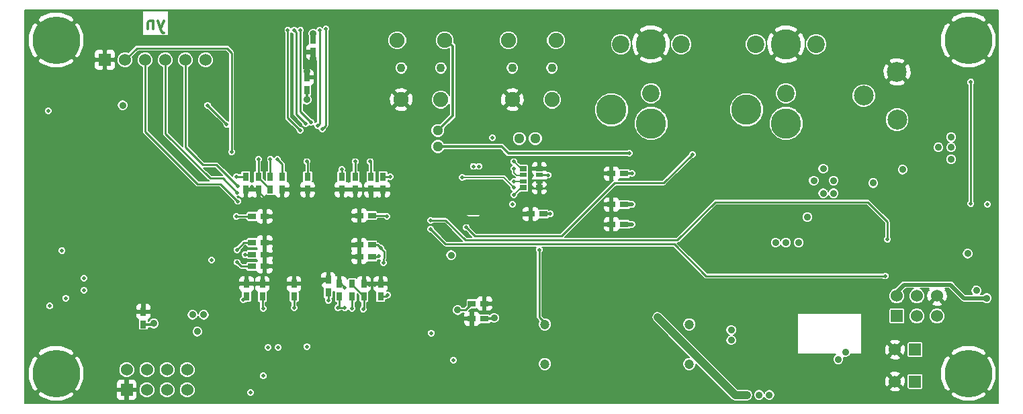
<source format=gbl>
G04 (created by PCBNEW-RS274X (2012-01-19 BZR 3256)-stable) date 2012/09/03 0:26:34*
G01*
G70*
G90*
%MOIN*%
G04 Gerber Fmt 3.4, Leading zero omitted, Abs format*
%FSLAX34Y34*%
G04 APERTURE LIST*
%ADD10C,0.006000*%
%ADD11C,0.011800*%
%ADD12C,0.150000*%
%ADD13C,0.086600*%
%ADD14C,0.098400*%
%ADD15R,0.124000X0.124000*%
%ADD16R,0.035400X0.025600*%
%ADD17R,0.035400X0.019700*%
%ADD18R,0.212500X0.252000*%
%ADD19C,0.236200*%
%ADD20R,0.060000X0.060000*%
%ADD21C,0.060000*%
%ADD22C,0.074800*%
%ADD23C,0.043300*%
%ADD24R,0.031500X0.039400*%
%ADD25R,0.039400X0.031500*%
%ADD26C,0.047200*%
%ADD27C,0.051200*%
%ADD28C,0.020000*%
%ADD29C,0.035400*%
%ADD30C,0.009800*%
%ADD31C,0.013800*%
%ADD32C,0.019700*%
%ADD33C,0.039400*%
%ADD34C,0.007900*%
%ADD35C,0.005900*%
G04 APERTURE END LIST*
G54D10*
G54D11*
X06910Y-00630D02*
X06767Y-01030D01*
X06625Y-00630D02*
X06767Y-01030D01*
X06825Y-01173D01*
X06853Y-01201D01*
X06910Y-01230D01*
X06396Y-00630D02*
X06396Y-01030D01*
X06396Y-00687D02*
X06368Y-00658D01*
X06310Y-00630D01*
X06225Y-00630D01*
X06168Y-00658D01*
X06139Y-00716D01*
X06139Y-01030D01*
G54D12*
X31102Y-01772D03*
X31102Y-05709D03*
X29134Y-05020D03*
G54D13*
X32598Y-01772D03*
X29606Y-01772D03*
X31102Y-04213D03*
G54D12*
X37795Y-01772D03*
X37795Y-05709D03*
X35827Y-05020D03*
G54D13*
X39291Y-01772D03*
X36299Y-01772D03*
X37795Y-04213D03*
G54D14*
X43306Y-03149D03*
X41653Y-04331D03*
X43307Y-05512D03*
G54D15*
X22677Y-09485D03*
G54D16*
X24763Y-08896D03*
G54D17*
X24763Y-08581D03*
X24763Y-08266D03*
G54D16*
X24763Y-07951D03*
X25550Y-07951D03*
G54D17*
X25550Y-08266D03*
X25550Y-08581D03*
G54D16*
X25550Y-08896D03*
G54D18*
X40551Y-11496D03*
G54D19*
X46850Y-18110D03*
X46850Y-01575D03*
X01575Y-18110D03*
X01575Y-01575D03*
G54D20*
X03996Y-02559D03*
G54D21*
X04996Y-02559D03*
X05996Y-02559D03*
X06996Y-02559D03*
X07996Y-02559D03*
X08996Y-02559D03*
G54D20*
X44201Y-18504D03*
G54D21*
X43201Y-18504D03*
G54D20*
X44201Y-16929D03*
G54D21*
X43201Y-16929D03*
G54D20*
X43291Y-15264D03*
G54D21*
X43291Y-14264D03*
X44291Y-15264D03*
X44291Y-14264D03*
X45291Y-15264D03*
X45291Y-14264D03*
G54D22*
X20669Y-04528D03*
X18701Y-04528D03*
G54D23*
X18701Y-02954D03*
X20669Y-02954D03*
G54D22*
X18504Y-01576D03*
X20866Y-01576D03*
X26181Y-04528D03*
X24213Y-04528D03*
G54D23*
X24213Y-02954D03*
X26181Y-02954D03*
G54D22*
X24016Y-01576D03*
X26378Y-01576D03*
G54D24*
X11024Y-13661D03*
X11024Y-14291D03*
X13386Y-13661D03*
X13386Y-14291D03*
X05906Y-15039D03*
X05906Y-15669D03*
X17677Y-13661D03*
X17677Y-14291D03*
G54D25*
X11929Y-10315D03*
X11299Y-10315D03*
X16614Y-10276D03*
X17244Y-10276D03*
X11929Y-12795D03*
X11299Y-12795D03*
X22205Y-14646D03*
X22835Y-14646D03*
G54D24*
X15630Y-14291D03*
X15630Y-13661D03*
G54D25*
X25748Y-10197D03*
X25118Y-10197D03*
X29764Y-09724D03*
X29134Y-09724D03*
X22835Y-15394D03*
X22205Y-15394D03*
G54D24*
X14016Y-04055D03*
X14016Y-03425D03*
X14331Y-01535D03*
X14331Y-02165D03*
X11811Y-13661D03*
X11811Y-14291D03*
X10984Y-08976D03*
X10984Y-08346D03*
G54D25*
X11929Y-11614D03*
X11299Y-11614D03*
G54D24*
X14055Y-08976D03*
X14055Y-08346D03*
X16417Y-08976D03*
X16417Y-08346D03*
X17205Y-08976D03*
X17205Y-08346D03*
X17795Y-08976D03*
X17795Y-08346D03*
G54D25*
X16614Y-11732D03*
X17244Y-11732D03*
G54D24*
X12795Y-08976D03*
X12795Y-08346D03*
G54D25*
X11929Y-12205D03*
X11299Y-12205D03*
G54D24*
X15079Y-13465D03*
X15079Y-14095D03*
G54D25*
X16614Y-12323D03*
X17244Y-12323D03*
G54D24*
X15748Y-08976D03*
X15748Y-08346D03*
G54D25*
X29134Y-08189D03*
X29764Y-08189D03*
G54D24*
X11614Y-08976D03*
X11614Y-08346D03*
X16850Y-13661D03*
X16850Y-14291D03*
G54D25*
X29764Y-10709D03*
X29134Y-10709D03*
G54D24*
X16260Y-13661D03*
X16260Y-14291D03*
X12204Y-08976D03*
X12204Y-08346D03*
G54D20*
X05075Y-18925D03*
G54D21*
X05075Y-17925D03*
X06075Y-18925D03*
X06075Y-17925D03*
X07075Y-18925D03*
X07075Y-17925D03*
X08075Y-18925D03*
X08075Y-17925D03*
G54D26*
X32992Y-15670D03*
X32992Y-17638D03*
X25827Y-15670D03*
X25827Y-17638D03*
G54D27*
X24567Y-06457D03*
X25355Y-06457D03*
X20512Y-06063D03*
X20512Y-06851D03*
G54D28*
X15748Y-07992D03*
X17598Y-12283D03*
X10945Y-12205D03*
X15079Y-14488D03*
G54D29*
X08346Y-15197D03*
X08898Y-15197D03*
G54D28*
X25984Y-08268D03*
G54D29*
X39646Y-09173D03*
G54D28*
X18150Y-08346D03*
X10512Y-08346D03*
G54D29*
X08583Y-16024D03*
G54D28*
X14016Y-07598D03*
G54D29*
X38858Y-10354D03*
G54D28*
X23228Y-06417D03*
G54D29*
X14016Y-04528D03*
X37795Y-11614D03*
X40157Y-09173D03*
G54D28*
X10551Y-11969D03*
G54D29*
X14331Y-01260D03*
G54D28*
X22559Y-07834D03*
X22283Y-07834D03*
G54D29*
X40157Y-08543D03*
G54D28*
X16417Y-07598D03*
X11850Y-14882D03*
X09291Y-12480D03*
G54D29*
X38425Y-11614D03*
G54D28*
X12559Y-07480D03*
X10866Y-14449D03*
X18031Y-14213D03*
X16260Y-14882D03*
X10551Y-12598D03*
X15551Y-14843D03*
X15906Y-14843D03*
X24213Y-09724D03*
G54D29*
X06417Y-15630D03*
X37283Y-11614D03*
G54D28*
X20197Y-16102D03*
G54D29*
X39646Y-07953D03*
G54D28*
X12205Y-07480D03*
G54D29*
X39173Y-08543D03*
G54D28*
X17677Y-11890D03*
G54D29*
X21497Y-14961D03*
G54D28*
X13386Y-14843D03*
G54D29*
X21181Y-12242D03*
G54D28*
X17992Y-10315D03*
X17165Y-07598D03*
X17815Y-12618D03*
G54D29*
X04882Y-04803D03*
G54D28*
X10512Y-10315D03*
G54D29*
X47244Y-13995D03*
X46811Y-12165D03*
G54D28*
X47795Y-09724D03*
G54D29*
X45354Y-06890D03*
G54D28*
X01870Y-12008D03*
X02953Y-13386D03*
X01181Y-05079D03*
G54D29*
X45984Y-06378D03*
G54D28*
X12087Y-16811D03*
X02953Y-13976D03*
G54D29*
X45984Y-07480D03*
X40748Y-17047D03*
G54D28*
X21299Y-17441D03*
X12598Y-16811D03*
X14016Y-16772D03*
G54D29*
X45984Y-06890D03*
X43583Y-07992D03*
X40394Y-17402D03*
X42126Y-08661D03*
G54D28*
X30157Y-09724D03*
X30157Y-10709D03*
G54D29*
X23307Y-15354D03*
G54D28*
X01260Y-14764D03*
G54D29*
X36969Y-19173D03*
X31417Y-15315D03*
X35866Y-19173D03*
G54D28*
X11220Y-19055D03*
G54D29*
X36457Y-19173D03*
G54D28*
X26102Y-10197D03*
X30157Y-08189D03*
G54D29*
X35079Y-16457D03*
G54D28*
X11850Y-18228D03*
G54D29*
X35079Y-15945D03*
G54D28*
X02047Y-14370D03*
G54D29*
X47756Y-14370D03*
G54D28*
X21732Y-08386D03*
X24291Y-08898D03*
X24291Y-09252D03*
X24291Y-07598D03*
X24291Y-08583D03*
X24291Y-07953D03*
X14783Y-05984D03*
X14961Y-01024D03*
X14646Y-01083D03*
X14547Y-05807D03*
X14232Y-05650D03*
X13701Y-01083D03*
X13957Y-05728D03*
X13386Y-01083D03*
X13071Y-01083D03*
X13681Y-06043D03*
X10591Y-08819D03*
X10551Y-09134D03*
X10276Y-07126D03*
X10591Y-09567D03*
X42835Y-11457D03*
X20157Y-10512D03*
X42717Y-13268D03*
X20157Y-10945D03*
X10039Y-05748D03*
X09094Y-04803D03*
G54D29*
X30984Y-13780D03*
G54D28*
X10709Y-17480D03*
X27323Y-08189D03*
G54D29*
X14016Y-03110D03*
X46339Y-09213D03*
X35906Y-18110D03*
G54D28*
X11969Y-09449D03*
X10512Y-09921D03*
G54D29*
X47677Y-12165D03*
G54D28*
X16280Y-12323D03*
G54D29*
X22677Y-12242D03*
G54D28*
X09488Y-14094D03*
X03031Y-10591D03*
X01890Y-08465D03*
X14173Y-17874D03*
G54D29*
X47598Y-08622D03*
G54D28*
X16417Y-09331D03*
X16575Y-17874D03*
X17008Y-17874D03*
X18110Y-09882D03*
G54D29*
X34134Y-11260D03*
G54D28*
X16280Y-11732D03*
G54D29*
X29961Y-16220D03*
G54D28*
X23386Y-10827D03*
X11535Y-14921D03*
X17126Y-13701D03*
X29567Y-17480D03*
X20198Y-15787D03*
X11929Y-17913D03*
X28740Y-08189D03*
X17520Y-17835D03*
X12205Y-17835D03*
G54D29*
X40551Y-19134D03*
X26142Y-13386D03*
G54D28*
X20669Y-10826D03*
X12244Y-12795D03*
G54D29*
X24803Y-15000D03*
G54D28*
X17913Y-17835D03*
G54D29*
X28268Y-14567D03*
X30866Y-12598D03*
G54D28*
X29528Y-15354D03*
X12795Y-09331D03*
X24134Y-10157D03*
X12441Y-05512D03*
G54D29*
X07283Y-15945D03*
G54D28*
X12795Y-17835D03*
X17795Y-09331D03*
X28740Y-10709D03*
X11732Y-06260D03*
X11811Y-13346D03*
X14016Y-01063D03*
G54D29*
X24370Y-10984D03*
G54D28*
X16024Y-16024D03*
X01890Y-13898D03*
X11457Y-18189D03*
X41299Y-06811D03*
X31457Y-10197D03*
X28740Y-09724D03*
G54D29*
X14331Y-02480D03*
X33465Y-12402D03*
G54D28*
X12244Y-12205D03*
G54D29*
X20551Y-12244D03*
G54D28*
X04370Y-16024D03*
X21536Y-15630D03*
X17244Y-06299D03*
X03051Y-11909D03*
X16850Y-16102D03*
X11024Y-13346D03*
G54D29*
X31417Y-13071D03*
G54D28*
X18110Y-07992D03*
X35709Y-06142D03*
G54D29*
X33701Y-11693D03*
G54D28*
X36220Y-10197D03*
G54D29*
X41102Y-18189D03*
G54D28*
X45315Y-11220D03*
X19213Y-14173D03*
X15669Y-17874D03*
X15906Y-13858D03*
X04016Y-05433D03*
X14331Y-04685D03*
X09488Y-08189D03*
X03031Y-07992D03*
X14449Y-07441D03*
G54D29*
X45157Y-08661D03*
G54D28*
X12244Y-11614D03*
X14646Y-13701D03*
X16339Y-10276D03*
X13661Y-14921D03*
X11299Y-08858D03*
G54D29*
X22598Y-17480D03*
X35787Y-12717D03*
G54D28*
X17402Y-13701D03*
X18110Y-11850D03*
X22047Y-06417D03*
G54D29*
X47244Y-14803D03*
X30906Y-14764D03*
X27677Y-15079D03*
G54D28*
X15748Y-09331D03*
G54D29*
X35787Y-11693D03*
X38819Y-17677D03*
G54D28*
X13386Y-13346D03*
G54D29*
X39843Y-17402D03*
X21497Y-14449D03*
G54D28*
X15157Y-17874D03*
X26142Y-09173D03*
X14055Y-09331D03*
X01890Y-10433D03*
X17205Y-09331D03*
X12598Y-06260D03*
X21260Y-08779D03*
G54D29*
X35079Y-17638D03*
G54D28*
X03071Y-09213D03*
X26142Y-09685D03*
X12047Y-01063D03*
G54D29*
X39252Y-14724D03*
G54D28*
X31457Y-07717D03*
X46378Y-11575D03*
X33543Y-06142D03*
G54D29*
X46811Y-15984D03*
G54D28*
X22638Y-06417D03*
X12480Y-01063D03*
X40236Y-07835D03*
X07480Y-07205D03*
X26102Y-10709D03*
X01890Y-09055D03*
G54D29*
X36969Y-15591D03*
G54D28*
X46969Y-09685D03*
X46969Y-03661D03*
X11614Y-07480D03*
X16811Y-14921D03*
X25551Y-11969D03*
X33150Y-07244D03*
X21929Y-10866D03*
X30020Y-07185D03*
G54D30*
X11299Y-12205D02*
X10945Y-12205D01*
X17244Y-12323D02*
X17558Y-12323D01*
X15079Y-14488D02*
X15079Y-14095D01*
X17558Y-12323D02*
X17598Y-12283D01*
X15748Y-08346D02*
X15748Y-07992D01*
X25982Y-08266D02*
X25984Y-08268D01*
X16260Y-14291D02*
X16260Y-14882D01*
X12795Y-07716D02*
X12795Y-08346D01*
X15906Y-14843D02*
X15551Y-14843D01*
X17165Y-07598D02*
X17205Y-07638D01*
G54D31*
X06378Y-15669D02*
X05906Y-15669D01*
G54D30*
X16417Y-07598D02*
X16417Y-08346D01*
G54D31*
X14016Y-04055D02*
X14016Y-04528D01*
G54D30*
X10906Y-11614D02*
X11299Y-11614D01*
X17953Y-14291D02*
X17677Y-14291D01*
X21890Y-14961D02*
X22205Y-14646D01*
X18031Y-14213D02*
X17953Y-14291D01*
X17205Y-07638D02*
X17205Y-08346D01*
X04882Y-04803D02*
X04843Y-04803D01*
X12204Y-07481D02*
X12205Y-07480D01*
X11811Y-14843D02*
X11850Y-14882D01*
X25550Y-08266D02*
X25982Y-08266D01*
X10748Y-12795D02*
X11299Y-12795D01*
X12204Y-08346D02*
X12204Y-07481D01*
X10551Y-11969D02*
X10906Y-11614D01*
X17815Y-12618D02*
X17815Y-12421D01*
X17854Y-12067D02*
X17677Y-11890D01*
X21497Y-14961D02*
X21890Y-14961D01*
X17953Y-10276D02*
X17992Y-10315D01*
X15630Y-14291D02*
X15630Y-14764D01*
X10551Y-12598D02*
X10748Y-12795D01*
X15630Y-14764D02*
X15551Y-14843D01*
G54D31*
X06417Y-15630D02*
X06378Y-15669D01*
G54D30*
X13386Y-14843D02*
X13386Y-14291D01*
X11024Y-14291D02*
X10866Y-14449D01*
X14055Y-07637D02*
X14055Y-08346D01*
X12559Y-07480D02*
X12795Y-07716D01*
X17244Y-10276D02*
X17953Y-10276D01*
X17815Y-12421D02*
X17854Y-12382D01*
X18150Y-08346D02*
X17795Y-08346D01*
X10512Y-08346D02*
X10984Y-08346D01*
X17854Y-12382D02*
X17854Y-12067D01*
X11811Y-14291D02*
X11811Y-14843D01*
X17519Y-11732D02*
X17677Y-11890D01*
X17244Y-11732D02*
X17519Y-11732D01*
X14016Y-07598D02*
X14055Y-07637D01*
X10512Y-10315D02*
X11299Y-10315D01*
G54D31*
X14331Y-01260D02*
X14331Y-01535D01*
G54D32*
X47244Y-13995D02*
X47244Y-13976D01*
X29764Y-09724D02*
X30157Y-09724D01*
G54D31*
X23307Y-15354D02*
X23267Y-15394D01*
X23267Y-15394D02*
X22835Y-15394D01*
G54D32*
X30157Y-10709D02*
X29764Y-10709D01*
G54D33*
X35866Y-19173D02*
X35275Y-19173D01*
X35275Y-19173D02*
X31417Y-15315D01*
G54D31*
X25748Y-10197D02*
X26102Y-10197D01*
X29764Y-08189D02*
X30157Y-08189D01*
G54D32*
X45945Y-13701D02*
X46614Y-14370D01*
X43291Y-14264D02*
X43291Y-14071D01*
X43291Y-14071D02*
X43661Y-13701D01*
X46614Y-14370D02*
X47756Y-14370D01*
X43661Y-13701D02*
X45945Y-13701D01*
G54D34*
X24291Y-08898D02*
X23779Y-08386D01*
X23779Y-08386D02*
X21732Y-08386D01*
X24291Y-09252D02*
X24647Y-08896D01*
X24647Y-08896D02*
X24763Y-08896D01*
X24644Y-07951D02*
X24291Y-07598D01*
X24763Y-07951D02*
X24644Y-07951D01*
X24293Y-08581D02*
X24763Y-08581D01*
X24291Y-08583D02*
X24293Y-08581D01*
X24761Y-08268D02*
X24763Y-08266D01*
X24409Y-08268D02*
X24761Y-08268D01*
X24291Y-08150D02*
X24409Y-08268D01*
X24291Y-07953D02*
X24291Y-08150D01*
G54D30*
X14783Y-05984D02*
X14961Y-05806D01*
X14961Y-05806D02*
X14961Y-01024D01*
X14547Y-05807D02*
X14646Y-05708D01*
X14646Y-05708D02*
X14646Y-01083D01*
X13701Y-05119D02*
X13701Y-01083D01*
X14232Y-05650D02*
X13701Y-05119D01*
X13484Y-01181D02*
X13484Y-05255D01*
X13386Y-01083D02*
X13484Y-01181D01*
X13484Y-05255D02*
X13957Y-05728D01*
X13071Y-05433D02*
X13071Y-01083D01*
X13681Y-06043D02*
X13071Y-05433D01*
X09528Y-07756D02*
X08858Y-07756D01*
X10591Y-08819D02*
X09528Y-07756D01*
X08858Y-07756D02*
X07996Y-06894D01*
X07996Y-06894D02*
X07996Y-02559D01*
X06996Y-06209D02*
X06996Y-02559D01*
X09212Y-08425D02*
X06996Y-06209D01*
X10551Y-09134D02*
X09842Y-08425D01*
X09842Y-08425D02*
X09212Y-08425D01*
X10276Y-02205D02*
X10040Y-01969D01*
X10040Y-01969D02*
X05586Y-01969D01*
X05586Y-01969D02*
X04996Y-02559D01*
X10276Y-07126D02*
X10276Y-04016D01*
X10276Y-04016D02*
X10276Y-02205D01*
X05996Y-06114D02*
X05996Y-02559D01*
X08583Y-08701D02*
X05996Y-06114D01*
X10591Y-09567D02*
X09725Y-08701D01*
X09725Y-08701D02*
X08583Y-08701D01*
X41850Y-09606D02*
X42835Y-10591D01*
X21890Y-11496D02*
X32402Y-11496D01*
X42835Y-10591D02*
X42835Y-11457D01*
X34292Y-09606D02*
X41850Y-09606D01*
X32402Y-11496D02*
X34292Y-09606D01*
X20157Y-10512D02*
X20906Y-10512D01*
X20906Y-10512D02*
X21890Y-11496D01*
X25236Y-11693D02*
X25276Y-11693D01*
X20905Y-11693D02*
X25236Y-11693D01*
X33819Y-13268D02*
X42717Y-13268D01*
X25236Y-11693D02*
X32244Y-11693D01*
X32244Y-11693D02*
X33819Y-13268D01*
X20157Y-10945D02*
X20905Y-11693D01*
X09094Y-04803D02*
X10039Y-05748D01*
G54D33*
X23346Y-10039D02*
X23346Y-09093D01*
X22677Y-09485D02*
X22677Y-09999D01*
G54D30*
X11614Y-08976D02*
X11614Y-09094D01*
G54D33*
X21969Y-08818D02*
X21969Y-10050D01*
X21969Y-10050D02*
X22559Y-10050D01*
X41614Y-10118D02*
X40512Y-10118D01*
G54D32*
X22677Y-12242D02*
X22677Y-12243D01*
G54D33*
X40512Y-10157D02*
X39370Y-10157D01*
G54D30*
X14331Y-02165D02*
X14331Y-02480D01*
G54D33*
X41654Y-10158D02*
X41614Y-10118D01*
X23308Y-08818D02*
X21969Y-08818D01*
G54D30*
X11024Y-13661D02*
X11024Y-13346D01*
G54D33*
X39449Y-12756D02*
X39528Y-12835D01*
G54D30*
X16614Y-10276D02*
X16339Y-10276D01*
X16614Y-12323D02*
X16280Y-12323D01*
G54D33*
X39370Y-10157D02*
X39449Y-10236D01*
X23386Y-09053D02*
X23386Y-08740D01*
X41653Y-12835D02*
X41654Y-12834D01*
X22559Y-10050D02*
X22677Y-09485D01*
G54D30*
X16614Y-11732D02*
X16280Y-11732D01*
X14016Y-03425D02*
X14016Y-03110D01*
G54D33*
X23386Y-08740D02*
X23308Y-08818D01*
X23346Y-09093D02*
X23386Y-09053D01*
G54D30*
X11614Y-09094D02*
X11969Y-09449D01*
X14055Y-08976D02*
X14055Y-09331D01*
X11929Y-12795D02*
X12244Y-12795D01*
G54D33*
X40551Y-10196D02*
X40512Y-10157D01*
X22677Y-09999D02*
X22914Y-10236D01*
G54D30*
X11929Y-12205D02*
X12244Y-12205D01*
G54D33*
X22914Y-10236D02*
X23149Y-10236D01*
G54D30*
X16417Y-08976D02*
X16417Y-09331D01*
G54D33*
X23149Y-10236D02*
X23346Y-10039D01*
X39528Y-12835D02*
X41653Y-12835D01*
X40551Y-11496D02*
X40551Y-10196D01*
G54D30*
X29134Y-08189D02*
X28740Y-08189D01*
X12795Y-08976D02*
X12795Y-09331D01*
X15630Y-13661D02*
X15709Y-13661D01*
X10984Y-08976D02*
X11181Y-08976D01*
X11181Y-08976D02*
X11299Y-08858D01*
X15709Y-13661D02*
X15906Y-13858D01*
X13386Y-13661D02*
X13386Y-13346D01*
X15079Y-13465D02*
X14882Y-13465D01*
X11811Y-13661D02*
X11811Y-13346D01*
X29134Y-09724D02*
X28740Y-09724D01*
X17086Y-13661D02*
X17126Y-13701D01*
X14882Y-13465D02*
X14646Y-13701D01*
X29134Y-10709D02*
X28740Y-10709D01*
X17677Y-13661D02*
X17442Y-13661D01*
X15748Y-08976D02*
X15748Y-09331D01*
G54D33*
X39449Y-10236D02*
X39449Y-12756D01*
G54D30*
X11929Y-11614D02*
X12244Y-11614D01*
X17442Y-13661D02*
X17402Y-13701D01*
X16850Y-13661D02*
X17086Y-13661D01*
X17205Y-08976D02*
X17205Y-09331D01*
X17795Y-08976D02*
X17795Y-09331D01*
G54D33*
X41654Y-12834D02*
X41654Y-10158D01*
G54D30*
X46969Y-03661D02*
X46969Y-05906D01*
X46969Y-08937D02*
X46969Y-09685D01*
X46969Y-05906D02*
X46969Y-08937D01*
X11614Y-08386D02*
X12204Y-08976D01*
X11614Y-08346D02*
X11614Y-08386D01*
X11614Y-08346D02*
X11614Y-07480D01*
X16260Y-13661D02*
X16260Y-13701D01*
X16850Y-14291D02*
X16850Y-14882D01*
X16260Y-13701D02*
X16850Y-14291D01*
X16850Y-14882D02*
X16811Y-14921D01*
X25827Y-15591D02*
X25827Y-15670D01*
X25551Y-11969D02*
X25551Y-15315D01*
X25551Y-15315D02*
X25827Y-15591D01*
X21929Y-10866D02*
X22362Y-11299D01*
X29291Y-08661D02*
X31733Y-08661D01*
X26653Y-11299D02*
X29291Y-08661D01*
X22362Y-11299D02*
X26653Y-11299D01*
X31733Y-08661D02*
X33150Y-07244D01*
G54D31*
X23682Y-06851D02*
X24016Y-07185D01*
X20512Y-06851D02*
X23682Y-06851D01*
X24016Y-07185D02*
X30020Y-07185D01*
X20866Y-01576D02*
X20965Y-01576D01*
X21260Y-05315D02*
X20512Y-06063D01*
X21260Y-01871D02*
X21260Y-05315D01*
X20965Y-01576D02*
X21260Y-01871D01*
G54D10*
G36*
X09839Y-08277D02*
X09273Y-08277D01*
X08900Y-07904D01*
X09466Y-07904D01*
X09839Y-08277D01*
X09839Y-08277D01*
G37*
G54D35*
X09839Y-08277D02*
X09273Y-08277D01*
X08900Y-07904D01*
X09466Y-07904D01*
X09839Y-08277D01*
G54D10*
G36*
X48337Y-19597D02*
X48235Y-19597D01*
X48235Y-18371D01*
X48235Y-01836D01*
X48230Y-01286D01*
X48030Y-00804D01*
X47855Y-00669D01*
X47756Y-00768D01*
X47756Y-00570D01*
X47621Y-00395D01*
X47111Y-00190D01*
X46561Y-00195D01*
X46079Y-00395D01*
X45944Y-00570D01*
X46850Y-01476D01*
X47756Y-00570D01*
X47756Y-00768D01*
X46949Y-01575D01*
X47855Y-02481D01*
X48030Y-02346D01*
X48235Y-01836D01*
X48235Y-18371D01*
X48230Y-17821D01*
X48032Y-17343D01*
X48032Y-14425D01*
X48032Y-14315D01*
X47993Y-14221D01*
X47993Y-09764D01*
X47993Y-09685D01*
X47963Y-09612D01*
X47907Y-09556D01*
X47835Y-09526D01*
X47756Y-09526D01*
X47756Y-02580D01*
X46850Y-01674D01*
X46751Y-01773D01*
X46751Y-01575D01*
X45845Y-00669D01*
X45670Y-00804D01*
X45465Y-01314D01*
X45470Y-01864D01*
X45670Y-02346D01*
X45845Y-02481D01*
X46751Y-01575D01*
X46751Y-01773D01*
X45944Y-02580D01*
X46079Y-02755D01*
X46589Y-02960D01*
X47139Y-02955D01*
X47621Y-02755D01*
X47756Y-02580D01*
X47756Y-09526D01*
X47683Y-09556D01*
X47627Y-09612D01*
X47597Y-09684D01*
X47597Y-09763D01*
X47627Y-09836D01*
X47683Y-09892D01*
X47755Y-09922D01*
X47834Y-09922D01*
X47907Y-09892D01*
X47963Y-09836D01*
X47993Y-09764D01*
X47993Y-14221D01*
X47990Y-14214D01*
X47912Y-14136D01*
X47811Y-14094D01*
X47701Y-14094D01*
X47600Y-14136D01*
X47563Y-14173D01*
X47456Y-14173D01*
X47478Y-14151D01*
X47520Y-14050D01*
X47520Y-13940D01*
X47478Y-13839D01*
X47400Y-13761D01*
X47299Y-13719D01*
X47189Y-13719D01*
X47167Y-13728D01*
X47167Y-09725D01*
X47167Y-09646D01*
X47137Y-09573D01*
X47117Y-09553D01*
X47117Y-08937D01*
X47117Y-05906D01*
X47117Y-03793D01*
X47137Y-03773D01*
X47167Y-03701D01*
X47167Y-03622D01*
X47137Y-03549D01*
X47081Y-03493D01*
X47009Y-03463D01*
X46930Y-03463D01*
X46857Y-03493D01*
X46801Y-03549D01*
X46771Y-03621D01*
X46771Y-03700D01*
X46801Y-03773D01*
X46821Y-03793D01*
X46821Y-05906D01*
X46821Y-08937D01*
X46821Y-09553D01*
X46801Y-09573D01*
X46771Y-09645D01*
X46771Y-09724D01*
X46801Y-09797D01*
X46857Y-09853D01*
X46929Y-09883D01*
X47008Y-09883D01*
X47081Y-09853D01*
X47137Y-09797D01*
X47167Y-09725D01*
X47167Y-13728D01*
X47088Y-13761D01*
X47087Y-13762D01*
X47087Y-12220D01*
X47087Y-12110D01*
X47045Y-12009D01*
X46967Y-11931D01*
X46866Y-11889D01*
X46756Y-11889D01*
X46655Y-11931D01*
X46577Y-12009D01*
X46535Y-12110D01*
X46535Y-12220D01*
X46577Y-12321D01*
X46655Y-12399D01*
X46756Y-12441D01*
X46866Y-12441D01*
X46967Y-12399D01*
X47045Y-12321D01*
X47087Y-12220D01*
X47087Y-13762D01*
X47010Y-13839D01*
X46968Y-13940D01*
X46968Y-14050D01*
X47010Y-14151D01*
X47032Y-14173D01*
X46695Y-14173D01*
X46260Y-13738D01*
X46260Y-07535D01*
X46260Y-07425D01*
X46260Y-06945D01*
X46260Y-06835D01*
X46218Y-06734D01*
X46140Y-06656D01*
X46087Y-06634D01*
X46140Y-06612D01*
X46218Y-06534D01*
X46260Y-06433D01*
X46260Y-06323D01*
X46218Y-06222D01*
X46140Y-06144D01*
X46039Y-06102D01*
X45929Y-06102D01*
X45828Y-06144D01*
X45750Y-06222D01*
X45708Y-06323D01*
X45708Y-06433D01*
X45750Y-06534D01*
X45828Y-06612D01*
X45880Y-06634D01*
X45828Y-06656D01*
X45750Y-06734D01*
X45708Y-06835D01*
X45708Y-06945D01*
X45750Y-07046D01*
X45828Y-07124D01*
X45929Y-07166D01*
X46039Y-07166D01*
X46140Y-07124D01*
X46218Y-07046D01*
X46260Y-06945D01*
X46260Y-07425D01*
X46218Y-07324D01*
X46140Y-07246D01*
X46039Y-07204D01*
X45929Y-07204D01*
X45828Y-07246D01*
X45750Y-07324D01*
X45708Y-07425D01*
X45708Y-07535D01*
X45750Y-07636D01*
X45828Y-07714D01*
X45929Y-07756D01*
X46039Y-07756D01*
X46140Y-07714D01*
X46218Y-07636D01*
X46260Y-07535D01*
X46260Y-13738D01*
X46084Y-13562D01*
X46021Y-13519D01*
X45945Y-13504D01*
X45630Y-13504D01*
X45630Y-06945D01*
X45630Y-06835D01*
X45588Y-06734D01*
X45510Y-06656D01*
X45409Y-06614D01*
X45299Y-06614D01*
X45198Y-06656D01*
X45120Y-06734D01*
X45078Y-06835D01*
X45078Y-06945D01*
X45120Y-07046D01*
X45198Y-07124D01*
X45299Y-07166D01*
X45409Y-07166D01*
X45510Y-07124D01*
X45588Y-07046D01*
X45630Y-06945D01*
X45630Y-13504D01*
X44019Y-13504D01*
X44019Y-03249D01*
X44003Y-02968D01*
X43927Y-02784D01*
X43822Y-02732D01*
X43723Y-02831D01*
X43723Y-02633D01*
X43671Y-02528D01*
X43406Y-02436D01*
X43125Y-02452D01*
X42941Y-02528D01*
X42889Y-02633D01*
X43306Y-03050D01*
X43723Y-02633D01*
X43723Y-02831D01*
X43405Y-03149D01*
X43822Y-03566D01*
X43927Y-03514D01*
X44019Y-03249D01*
X44019Y-13504D01*
X43898Y-13504D01*
X43898Y-05630D01*
X43898Y-05395D01*
X43808Y-05178D01*
X43723Y-05092D01*
X43723Y-03665D01*
X43306Y-03248D01*
X43207Y-03347D01*
X43207Y-03149D01*
X42790Y-02732D01*
X42685Y-02784D01*
X42593Y-03049D01*
X42609Y-03330D01*
X42685Y-03514D01*
X42790Y-03566D01*
X43207Y-03149D01*
X43207Y-03347D01*
X42889Y-03665D01*
X42941Y-03770D01*
X43206Y-03862D01*
X43487Y-03846D01*
X43671Y-03770D01*
X43723Y-03665D01*
X43723Y-05092D01*
X43642Y-05011D01*
X43425Y-04921D01*
X43190Y-04921D01*
X42973Y-05011D01*
X42806Y-05177D01*
X42716Y-05394D01*
X42716Y-05629D01*
X42806Y-05846D01*
X42972Y-06013D01*
X43189Y-06103D01*
X43424Y-06103D01*
X43641Y-06013D01*
X43808Y-05847D01*
X43898Y-05630D01*
X43898Y-13504D01*
X43859Y-13504D01*
X43859Y-08047D01*
X43859Y-07937D01*
X43817Y-07836D01*
X43739Y-07758D01*
X43638Y-07716D01*
X43528Y-07716D01*
X43427Y-07758D01*
X43349Y-07836D01*
X43307Y-07937D01*
X43307Y-08047D01*
X43349Y-08148D01*
X43427Y-08226D01*
X43528Y-08268D01*
X43638Y-08268D01*
X43739Y-08226D01*
X43817Y-08148D01*
X43859Y-08047D01*
X43859Y-13504D01*
X43661Y-13504D01*
X43597Y-13516D01*
X43585Y-13519D01*
X43522Y-13562D01*
X43218Y-13866D01*
X43212Y-13866D01*
X43066Y-13927D01*
X43033Y-13959D01*
X43033Y-11497D01*
X43033Y-11418D01*
X43003Y-11345D01*
X42983Y-11325D01*
X42983Y-10591D01*
X42972Y-10534D01*
X42940Y-10486D01*
X42402Y-09948D01*
X42402Y-08716D01*
X42402Y-08606D01*
X42360Y-08505D01*
X42282Y-08427D01*
X42244Y-08411D01*
X42244Y-04449D01*
X42244Y-04214D01*
X42154Y-03997D01*
X41988Y-03830D01*
X41771Y-03740D01*
X41536Y-03740D01*
X41319Y-03830D01*
X41152Y-03996D01*
X41062Y-04213D01*
X41062Y-04448D01*
X41152Y-04665D01*
X41318Y-04832D01*
X41535Y-04922D01*
X41770Y-04922D01*
X41987Y-04832D01*
X42154Y-04666D01*
X42244Y-04449D01*
X42244Y-08411D01*
X42181Y-08385D01*
X42071Y-08385D01*
X41970Y-08427D01*
X41892Y-08505D01*
X41850Y-08606D01*
X41850Y-08716D01*
X41892Y-08817D01*
X41970Y-08895D01*
X42071Y-08937D01*
X42181Y-08937D01*
X42282Y-08895D01*
X42360Y-08817D01*
X42402Y-08716D01*
X42402Y-09948D01*
X41955Y-09501D01*
X41907Y-09469D01*
X41850Y-09458D01*
X40433Y-09458D01*
X40433Y-09228D01*
X40433Y-09118D01*
X40433Y-08598D01*
X40433Y-08488D01*
X40391Y-08387D01*
X40313Y-08309D01*
X40212Y-08267D01*
X40102Y-08267D01*
X40001Y-08309D01*
X39923Y-08387D01*
X39922Y-08389D01*
X39922Y-08008D01*
X39922Y-07898D01*
X39880Y-07797D01*
X39823Y-07740D01*
X39823Y-01879D01*
X39823Y-01667D01*
X39742Y-01471D01*
X39593Y-01322D01*
X39398Y-01240D01*
X39186Y-01240D01*
X38990Y-01321D01*
X38841Y-01470D01*
X38759Y-01665D01*
X38759Y-01873D01*
X38748Y-01550D01*
X38626Y-01255D01*
X38494Y-01172D01*
X38395Y-01271D01*
X38395Y-01073D01*
X38312Y-00941D01*
X37955Y-00806D01*
X37573Y-00819D01*
X37278Y-00941D01*
X37195Y-01073D01*
X37795Y-01673D01*
X38395Y-01073D01*
X38395Y-01271D01*
X37894Y-01772D01*
X38494Y-02372D01*
X38626Y-02289D01*
X38761Y-01932D01*
X38759Y-01877D01*
X38840Y-02073D01*
X38989Y-02222D01*
X39184Y-02304D01*
X39396Y-02304D01*
X39592Y-02223D01*
X39741Y-02074D01*
X39823Y-01879D01*
X39823Y-07740D01*
X39802Y-07719D01*
X39701Y-07677D01*
X39591Y-07677D01*
X39490Y-07719D01*
X39412Y-07797D01*
X39370Y-07898D01*
X39370Y-08008D01*
X39412Y-08109D01*
X39490Y-08187D01*
X39591Y-08229D01*
X39701Y-08229D01*
X39802Y-08187D01*
X39880Y-08109D01*
X39922Y-08008D01*
X39922Y-08389D01*
X39881Y-08488D01*
X39881Y-08598D01*
X39923Y-08699D01*
X40001Y-08777D01*
X40102Y-08819D01*
X40212Y-08819D01*
X40313Y-08777D01*
X40391Y-08699D01*
X40433Y-08598D01*
X40433Y-09118D01*
X40391Y-09017D01*
X40313Y-08939D01*
X40212Y-08897D01*
X40102Y-08897D01*
X40001Y-08939D01*
X39923Y-09017D01*
X39901Y-09068D01*
X39880Y-09017D01*
X39802Y-08939D01*
X39701Y-08897D01*
X39591Y-08897D01*
X39490Y-08939D01*
X39449Y-08980D01*
X39449Y-08598D01*
X39449Y-08488D01*
X39407Y-08387D01*
X39329Y-08309D01*
X39228Y-08267D01*
X39118Y-08267D01*
X39017Y-08309D01*
X38939Y-08387D01*
X38897Y-08488D01*
X38897Y-08598D01*
X38939Y-08699D01*
X39017Y-08777D01*
X39118Y-08819D01*
X39228Y-08819D01*
X39329Y-08777D01*
X39407Y-08699D01*
X39449Y-08598D01*
X39449Y-08980D01*
X39412Y-09017D01*
X39370Y-09118D01*
X39370Y-09228D01*
X39412Y-09329D01*
X39490Y-09407D01*
X39591Y-09449D01*
X39701Y-09449D01*
X39802Y-09407D01*
X39880Y-09329D01*
X39901Y-09277D01*
X39923Y-09329D01*
X40001Y-09407D01*
X40102Y-09449D01*
X40212Y-09449D01*
X40313Y-09407D01*
X40391Y-09329D01*
X40433Y-09228D01*
X40433Y-09458D01*
X38644Y-09458D01*
X38644Y-05879D01*
X38644Y-05541D01*
X38515Y-05229D01*
X38395Y-05108D01*
X38395Y-02471D01*
X37795Y-01871D01*
X37696Y-01970D01*
X37696Y-01772D01*
X37096Y-01172D01*
X36964Y-01255D01*
X36829Y-01612D01*
X36830Y-01666D01*
X36750Y-01471D01*
X36601Y-01322D01*
X36406Y-01240D01*
X36194Y-01240D01*
X35998Y-01321D01*
X35849Y-01470D01*
X35767Y-01665D01*
X35767Y-01877D01*
X35848Y-02073D01*
X35997Y-02222D01*
X36192Y-02304D01*
X36404Y-02304D01*
X36600Y-02223D01*
X36749Y-02074D01*
X36831Y-01879D01*
X36831Y-01670D01*
X36842Y-01994D01*
X36964Y-02289D01*
X37096Y-02372D01*
X37696Y-01772D01*
X37696Y-01970D01*
X37195Y-02471D01*
X37278Y-02603D01*
X37635Y-02738D01*
X38017Y-02725D01*
X38312Y-02603D01*
X38395Y-02471D01*
X38395Y-05108D01*
X38327Y-05040D01*
X38327Y-04320D01*
X38327Y-04108D01*
X38246Y-03912D01*
X38097Y-03763D01*
X37902Y-03681D01*
X37690Y-03681D01*
X37494Y-03762D01*
X37345Y-03911D01*
X37263Y-04106D01*
X37263Y-04318D01*
X37344Y-04514D01*
X37493Y-04663D01*
X37688Y-04745D01*
X37900Y-04745D01*
X38096Y-04664D01*
X38245Y-04515D01*
X38327Y-04320D01*
X38327Y-05040D01*
X38277Y-04990D01*
X37965Y-04860D01*
X37627Y-04860D01*
X37315Y-04989D01*
X37076Y-05227D01*
X36946Y-05539D01*
X36946Y-05877D01*
X37075Y-06189D01*
X37313Y-06428D01*
X37625Y-06558D01*
X37963Y-06558D01*
X38275Y-06429D01*
X38514Y-06191D01*
X38644Y-05879D01*
X38644Y-09458D01*
X36676Y-09458D01*
X36676Y-05190D01*
X36676Y-04852D01*
X36547Y-04540D01*
X36309Y-04301D01*
X35997Y-04171D01*
X35659Y-04171D01*
X35347Y-04300D01*
X35108Y-04538D01*
X34978Y-04850D01*
X34978Y-05188D01*
X35107Y-05500D01*
X35345Y-05739D01*
X35657Y-05869D01*
X35995Y-05869D01*
X36307Y-05740D01*
X36546Y-05502D01*
X36676Y-05190D01*
X36676Y-09458D01*
X34292Y-09458D01*
X34291Y-09458D01*
X34235Y-09469D01*
X34187Y-09501D01*
X34185Y-09503D01*
X32340Y-11348D01*
X30355Y-11348D01*
X30355Y-10749D01*
X30355Y-10670D01*
X30355Y-09764D01*
X30355Y-09685D01*
X30325Y-09612D01*
X30269Y-09556D01*
X30197Y-09526D01*
X30118Y-09526D01*
X30115Y-09527D01*
X30050Y-09527D01*
X30044Y-09512D01*
X30017Y-09484D01*
X29981Y-09469D01*
X29942Y-09469D01*
X29548Y-09469D01*
X29539Y-09472D01*
X29525Y-09437D01*
X29460Y-09373D01*
X29376Y-09338D01*
X29261Y-09338D01*
X29204Y-09395D01*
X29204Y-09624D01*
X29204Y-09654D01*
X29204Y-09794D01*
X29204Y-09824D01*
X29204Y-10053D01*
X29261Y-10110D01*
X29376Y-10110D01*
X29460Y-10075D01*
X29525Y-10011D01*
X29539Y-09975D01*
X29547Y-09979D01*
X29586Y-09979D01*
X29980Y-09979D01*
X30016Y-09964D01*
X30044Y-09937D01*
X30050Y-09921D01*
X30114Y-09921D01*
X30117Y-09922D01*
X30196Y-09922D01*
X30232Y-09906D01*
X30269Y-09892D01*
X30325Y-09836D01*
X30355Y-09764D01*
X30355Y-10670D01*
X30325Y-10597D01*
X30269Y-10541D01*
X30197Y-10511D01*
X30118Y-10511D01*
X30115Y-10512D01*
X30050Y-10512D01*
X30044Y-10497D01*
X30017Y-10469D01*
X29981Y-10454D01*
X29942Y-10454D01*
X29548Y-10454D01*
X29539Y-10457D01*
X29525Y-10422D01*
X29460Y-10358D01*
X29376Y-10323D01*
X29261Y-10323D01*
X29204Y-10380D01*
X29204Y-10609D01*
X29204Y-10639D01*
X29204Y-10779D01*
X29204Y-10809D01*
X29204Y-11038D01*
X29261Y-11095D01*
X29376Y-11095D01*
X29460Y-11060D01*
X29525Y-10996D01*
X29539Y-10960D01*
X29547Y-10964D01*
X29586Y-10964D01*
X29980Y-10964D01*
X30016Y-10949D01*
X30044Y-10922D01*
X30050Y-10906D01*
X30114Y-10906D01*
X30117Y-10907D01*
X30196Y-10907D01*
X30232Y-10891D01*
X30269Y-10877D01*
X30325Y-10821D01*
X30355Y-10749D01*
X30355Y-11348D01*
X29064Y-11348D01*
X29064Y-11038D01*
X29064Y-10779D01*
X29064Y-10639D01*
X29064Y-10380D01*
X29064Y-10053D01*
X29064Y-09794D01*
X29064Y-09654D01*
X29064Y-09395D01*
X29007Y-09338D01*
X28892Y-09338D01*
X28808Y-09373D01*
X28743Y-09437D01*
X28708Y-09521D01*
X28708Y-09597D01*
X28765Y-09654D01*
X29064Y-09654D01*
X29064Y-09794D01*
X28765Y-09794D01*
X28708Y-09851D01*
X28708Y-09927D01*
X28743Y-10011D01*
X28808Y-10075D01*
X28892Y-10110D01*
X29007Y-10110D01*
X29064Y-10053D01*
X29064Y-10380D01*
X29007Y-10323D01*
X28892Y-10323D01*
X28808Y-10358D01*
X28743Y-10422D01*
X28708Y-10506D01*
X28708Y-10582D01*
X28765Y-10639D01*
X29064Y-10639D01*
X29064Y-10779D01*
X28765Y-10779D01*
X28708Y-10836D01*
X28708Y-10912D01*
X28743Y-10996D01*
X28808Y-11060D01*
X28892Y-11095D01*
X29007Y-11095D01*
X29064Y-11038D01*
X29064Y-11348D01*
X26813Y-11348D01*
X29352Y-08809D01*
X31733Y-08809D01*
X31790Y-08798D01*
X31838Y-08766D01*
X33161Y-07442D01*
X33189Y-07442D01*
X33262Y-07412D01*
X33318Y-07356D01*
X33348Y-07284D01*
X33348Y-07205D01*
X33318Y-07132D01*
X33262Y-07076D01*
X33190Y-07046D01*
X33130Y-07046D01*
X33130Y-01879D01*
X33130Y-01667D01*
X33049Y-01471D01*
X32900Y-01322D01*
X32705Y-01240D01*
X32493Y-01240D01*
X32297Y-01321D01*
X32148Y-01470D01*
X32066Y-01665D01*
X32066Y-01873D01*
X32055Y-01550D01*
X31933Y-01255D01*
X31801Y-01172D01*
X31702Y-01271D01*
X31702Y-01073D01*
X31619Y-00941D01*
X31262Y-00806D01*
X30880Y-00819D01*
X30585Y-00941D01*
X30502Y-01073D01*
X31102Y-01673D01*
X31702Y-01073D01*
X31702Y-01271D01*
X31201Y-01772D01*
X31801Y-02372D01*
X31933Y-02289D01*
X32068Y-01932D01*
X32066Y-01877D01*
X32147Y-02073D01*
X32296Y-02222D01*
X32491Y-02304D01*
X32703Y-02304D01*
X32899Y-02223D01*
X33048Y-02074D01*
X33130Y-01879D01*
X33130Y-07046D01*
X33111Y-07046D01*
X33038Y-07076D01*
X32982Y-07132D01*
X32952Y-07204D01*
X32952Y-07232D01*
X31951Y-08233D01*
X31951Y-05879D01*
X31951Y-05541D01*
X31822Y-05229D01*
X31702Y-05108D01*
X31702Y-02471D01*
X31102Y-01871D01*
X31003Y-01970D01*
X31003Y-01772D01*
X30403Y-01172D01*
X30271Y-01255D01*
X30136Y-01612D01*
X30137Y-01666D01*
X30057Y-01471D01*
X29908Y-01322D01*
X29713Y-01240D01*
X29501Y-01240D01*
X29305Y-01321D01*
X29156Y-01470D01*
X29074Y-01665D01*
X29074Y-01877D01*
X29155Y-02073D01*
X29304Y-02222D01*
X29499Y-02304D01*
X29711Y-02304D01*
X29907Y-02223D01*
X30056Y-02074D01*
X30138Y-01879D01*
X30138Y-01670D01*
X30149Y-01994D01*
X30271Y-02289D01*
X30403Y-02372D01*
X31003Y-01772D01*
X31003Y-01970D01*
X30502Y-02471D01*
X30585Y-02603D01*
X30942Y-02738D01*
X31324Y-02725D01*
X31619Y-02603D01*
X31702Y-02471D01*
X31702Y-05108D01*
X31634Y-05040D01*
X31634Y-04320D01*
X31634Y-04108D01*
X31553Y-03912D01*
X31404Y-03763D01*
X31209Y-03681D01*
X30997Y-03681D01*
X30801Y-03762D01*
X30652Y-03911D01*
X30570Y-04106D01*
X30570Y-04318D01*
X30651Y-04514D01*
X30800Y-04663D01*
X30995Y-04745D01*
X31207Y-04745D01*
X31403Y-04664D01*
X31552Y-04515D01*
X31634Y-04320D01*
X31634Y-05040D01*
X31584Y-04990D01*
X31272Y-04860D01*
X30934Y-04860D01*
X30622Y-04989D01*
X30383Y-05227D01*
X30253Y-05539D01*
X30253Y-05877D01*
X30382Y-06189D01*
X30620Y-06428D01*
X30932Y-06558D01*
X31270Y-06558D01*
X31582Y-06429D01*
X31821Y-06191D01*
X31951Y-05879D01*
X31951Y-08233D01*
X31671Y-08513D01*
X29487Y-08513D01*
X29525Y-08476D01*
X29539Y-08440D01*
X29547Y-08444D01*
X29586Y-08444D01*
X29980Y-08444D01*
X30016Y-08429D01*
X30044Y-08402D01*
X30059Y-08366D01*
X30059Y-08362D01*
X30117Y-08387D01*
X30196Y-08387D01*
X30269Y-08357D01*
X30325Y-08301D01*
X30355Y-08229D01*
X30355Y-08150D01*
X30325Y-08077D01*
X30269Y-08021D01*
X30218Y-07999D01*
X30218Y-07225D01*
X30218Y-07146D01*
X30188Y-07073D01*
X30132Y-07017D01*
X30060Y-06987D01*
X29983Y-06987D01*
X29983Y-05190D01*
X29983Y-04852D01*
X29854Y-04540D01*
X29616Y-04301D01*
X29304Y-04171D01*
X28966Y-04171D01*
X28654Y-04300D01*
X28415Y-04538D01*
X28285Y-04850D01*
X28285Y-05188D01*
X28414Y-05500D01*
X28652Y-05739D01*
X28964Y-05869D01*
X29302Y-05869D01*
X29614Y-05740D01*
X29853Y-05502D01*
X29983Y-05190D01*
X29983Y-06987D01*
X29981Y-06987D01*
X29908Y-07017D01*
X26851Y-07017D01*
X26851Y-01670D01*
X26851Y-01482D01*
X26779Y-01308D01*
X26646Y-01175D01*
X26472Y-01103D01*
X26284Y-01103D01*
X26110Y-01175D01*
X25977Y-01308D01*
X25905Y-01482D01*
X25905Y-01670D01*
X25977Y-01844D01*
X26110Y-01977D01*
X26284Y-02049D01*
X26472Y-02049D01*
X26646Y-01977D01*
X26779Y-01844D01*
X26851Y-01670D01*
X26851Y-07017D01*
X26654Y-07017D01*
X26654Y-04622D01*
X26654Y-04434D01*
X26582Y-04260D01*
X26496Y-04174D01*
X26496Y-03017D01*
X26496Y-02892D01*
X26448Y-02776D01*
X26360Y-02687D01*
X26244Y-02639D01*
X26119Y-02639D01*
X26003Y-02687D01*
X25914Y-02775D01*
X25866Y-02891D01*
X25866Y-03016D01*
X25914Y-03132D01*
X26002Y-03221D01*
X26118Y-03269D01*
X26243Y-03269D01*
X26359Y-03221D01*
X26448Y-03133D01*
X26496Y-03017D01*
X26496Y-04174D01*
X26449Y-04127D01*
X26275Y-04055D01*
X26087Y-04055D01*
X25913Y-04127D01*
X25780Y-04260D01*
X25708Y-04434D01*
X25708Y-04622D01*
X25780Y-04796D01*
X25913Y-04929D01*
X26087Y-05001D01*
X26275Y-05001D01*
X26449Y-04929D01*
X26582Y-04796D01*
X26654Y-04622D01*
X26654Y-07017D01*
X25709Y-07017D01*
X25709Y-06528D01*
X25709Y-06387D01*
X25655Y-06257D01*
X25556Y-06157D01*
X25426Y-06103D01*
X25285Y-06103D01*
X25155Y-06157D01*
X25055Y-06256D01*
X25001Y-06386D01*
X25001Y-06527D01*
X25055Y-06657D01*
X25154Y-06757D01*
X25284Y-06811D01*
X25425Y-06811D01*
X25555Y-06757D01*
X25655Y-06658D01*
X25709Y-06528D01*
X25709Y-07017D01*
X24921Y-07017D01*
X24921Y-06528D01*
X24921Y-06387D01*
X24867Y-06257D01*
X24811Y-06200D01*
X24811Y-04599D01*
X24793Y-04364D01*
X24738Y-04233D01*
X24645Y-04195D01*
X24546Y-04294D01*
X24546Y-04096D01*
X24528Y-04051D01*
X24528Y-03017D01*
X24528Y-02892D01*
X24489Y-02797D01*
X24489Y-01670D01*
X24489Y-01482D01*
X24417Y-01308D01*
X24284Y-01175D01*
X24110Y-01103D01*
X23922Y-01103D01*
X23748Y-01175D01*
X23615Y-01308D01*
X23543Y-01482D01*
X23543Y-01670D01*
X23615Y-01844D01*
X23748Y-01977D01*
X23922Y-02049D01*
X24110Y-02049D01*
X24284Y-01977D01*
X24417Y-01844D01*
X24489Y-01670D01*
X24489Y-02797D01*
X24480Y-02776D01*
X24392Y-02687D01*
X24276Y-02639D01*
X24151Y-02639D01*
X24035Y-02687D01*
X23946Y-02775D01*
X23898Y-02891D01*
X23898Y-03016D01*
X23946Y-03132D01*
X24034Y-03221D01*
X24150Y-03269D01*
X24275Y-03269D01*
X24391Y-03221D01*
X24480Y-03133D01*
X24528Y-03017D01*
X24528Y-04051D01*
X24508Y-04003D01*
X24284Y-03930D01*
X24049Y-03948D01*
X23918Y-04003D01*
X23880Y-04096D01*
X24213Y-04429D01*
X24546Y-04096D01*
X24546Y-04294D01*
X24312Y-04528D01*
X24645Y-04861D01*
X24738Y-04823D01*
X24811Y-04599D01*
X24811Y-06200D01*
X24768Y-06157D01*
X24638Y-06103D01*
X24546Y-06103D01*
X24546Y-04960D01*
X24213Y-04627D01*
X24114Y-04726D01*
X24114Y-04528D01*
X23781Y-04195D01*
X23688Y-04233D01*
X23615Y-04457D01*
X23633Y-04692D01*
X23688Y-04823D01*
X23781Y-04861D01*
X24114Y-04528D01*
X24114Y-04726D01*
X23880Y-04960D01*
X23918Y-05053D01*
X24142Y-05126D01*
X24377Y-05108D01*
X24508Y-05053D01*
X24546Y-04960D01*
X24546Y-06103D01*
X24497Y-06103D01*
X24367Y-06157D01*
X24267Y-06256D01*
X24213Y-06386D01*
X24213Y-06527D01*
X24267Y-06657D01*
X24366Y-06757D01*
X24496Y-06811D01*
X24637Y-06811D01*
X24767Y-06757D01*
X24867Y-06658D01*
X24921Y-06528D01*
X24921Y-07017D01*
X24086Y-07017D01*
X23801Y-06732D01*
X23746Y-06696D01*
X23682Y-06683D01*
X23426Y-06683D01*
X23426Y-06457D01*
X23426Y-06378D01*
X23396Y-06305D01*
X23340Y-06249D01*
X23268Y-06219D01*
X23189Y-06219D01*
X23116Y-06249D01*
X23060Y-06305D01*
X23030Y-06377D01*
X23030Y-06456D01*
X23060Y-06529D01*
X23116Y-06585D01*
X23188Y-06615D01*
X23267Y-06615D01*
X23340Y-06585D01*
X23396Y-06529D01*
X23426Y-06457D01*
X23426Y-06683D01*
X21428Y-06683D01*
X21428Y-05316D01*
X21427Y-05315D01*
X21428Y-05315D01*
X21428Y-01871D01*
X21415Y-01807D01*
X21379Y-01752D01*
X21326Y-01699D01*
X21339Y-01670D01*
X21339Y-01482D01*
X21267Y-01308D01*
X21134Y-01175D01*
X20960Y-01103D01*
X20772Y-01103D01*
X20598Y-01175D01*
X20465Y-01308D01*
X20393Y-01482D01*
X20393Y-01670D01*
X20465Y-01844D01*
X20598Y-01977D01*
X20772Y-02049D01*
X20960Y-02049D01*
X21092Y-01994D01*
X21092Y-04313D01*
X21070Y-04260D01*
X20984Y-04174D01*
X20984Y-03017D01*
X20984Y-02892D01*
X20936Y-02776D01*
X20848Y-02687D01*
X20732Y-02639D01*
X20607Y-02639D01*
X20491Y-02687D01*
X20402Y-02775D01*
X20354Y-02891D01*
X20354Y-03016D01*
X20402Y-03132D01*
X20490Y-03221D01*
X20606Y-03269D01*
X20731Y-03269D01*
X20847Y-03221D01*
X20936Y-03133D01*
X20984Y-03017D01*
X20984Y-04174D01*
X20937Y-04127D01*
X20763Y-04055D01*
X20575Y-04055D01*
X20401Y-04127D01*
X20268Y-04260D01*
X20196Y-04434D01*
X20196Y-04622D01*
X20268Y-04796D01*
X20401Y-04929D01*
X20575Y-05001D01*
X20763Y-05001D01*
X20937Y-04929D01*
X21070Y-04796D01*
X21092Y-04742D01*
X21092Y-05245D01*
X20615Y-05722D01*
X20583Y-05709D01*
X20442Y-05709D01*
X20312Y-05763D01*
X20212Y-05862D01*
X20158Y-05992D01*
X20158Y-06133D01*
X20212Y-06263D01*
X20311Y-06363D01*
X20441Y-06417D01*
X20582Y-06417D01*
X20712Y-06363D01*
X20812Y-06264D01*
X20866Y-06134D01*
X20866Y-05993D01*
X20852Y-05960D01*
X21376Y-05435D01*
X21378Y-05434D01*
X21379Y-05434D01*
X21414Y-05380D01*
X21415Y-05379D01*
X21425Y-05329D01*
X21428Y-05316D01*
X21428Y-06683D01*
X20825Y-06683D01*
X20812Y-06651D01*
X20713Y-06551D01*
X20583Y-06497D01*
X20442Y-06497D01*
X20312Y-06551D01*
X20212Y-06650D01*
X20158Y-06780D01*
X20158Y-06921D01*
X20212Y-07051D01*
X20311Y-07151D01*
X20441Y-07205D01*
X20582Y-07205D01*
X20712Y-07151D01*
X20812Y-07052D01*
X20825Y-07019D01*
X23612Y-07019D01*
X23897Y-07304D01*
X23951Y-07340D01*
X23952Y-07340D01*
X24016Y-07353D01*
X29908Y-07353D01*
X29980Y-07383D01*
X30059Y-07383D01*
X30132Y-07353D01*
X30188Y-07297D01*
X30218Y-07225D01*
X30218Y-07999D01*
X30197Y-07991D01*
X30118Y-07991D01*
X30059Y-08015D01*
X30059Y-08013D01*
X30044Y-07977D01*
X30017Y-07949D01*
X29981Y-07934D01*
X29942Y-07934D01*
X29548Y-07934D01*
X29539Y-07937D01*
X29525Y-07902D01*
X29460Y-07838D01*
X29376Y-07803D01*
X29261Y-07803D01*
X29204Y-07860D01*
X29204Y-08089D01*
X29204Y-08119D01*
X29204Y-08259D01*
X29204Y-08289D01*
X29204Y-08518D01*
X29219Y-08533D01*
X29186Y-08556D01*
X29184Y-08558D01*
X29064Y-08678D01*
X29064Y-08518D01*
X29064Y-08259D01*
X29064Y-08119D01*
X29064Y-07860D01*
X29007Y-07803D01*
X28892Y-07803D01*
X28808Y-07838D01*
X28743Y-07902D01*
X28708Y-07986D01*
X28708Y-08062D01*
X28765Y-08119D01*
X29064Y-08119D01*
X29064Y-08259D01*
X28765Y-08259D01*
X28708Y-08316D01*
X28708Y-08392D01*
X28743Y-08476D01*
X28808Y-08540D01*
X28892Y-08575D01*
X29007Y-08575D01*
X29064Y-08518D01*
X29064Y-08678D01*
X26591Y-11151D01*
X26300Y-11151D01*
X26300Y-10237D01*
X26300Y-10158D01*
X26270Y-10085D01*
X26214Y-10029D01*
X26182Y-10015D01*
X26182Y-08308D01*
X26182Y-08229D01*
X26152Y-08156D01*
X26096Y-08100D01*
X26024Y-08070D01*
X25956Y-08070D01*
X25956Y-07830D01*
X25956Y-07778D01*
X25921Y-07694D01*
X25857Y-07629D01*
X25773Y-07594D01*
X25682Y-07594D01*
X25677Y-07594D01*
X25620Y-07651D01*
X25620Y-07887D01*
X25899Y-07887D01*
X25956Y-07830D01*
X25956Y-08070D01*
X25954Y-08070D01*
X25899Y-08015D01*
X25620Y-08015D01*
X25620Y-08021D01*
X25480Y-08021D01*
X25480Y-08015D01*
X25480Y-07887D01*
X25480Y-07651D01*
X25423Y-07594D01*
X25418Y-07594D01*
X25327Y-07594D01*
X25243Y-07629D01*
X25179Y-07694D01*
X25144Y-07778D01*
X25144Y-07830D01*
X25201Y-07887D01*
X25480Y-07887D01*
X25480Y-08015D01*
X25201Y-08015D01*
X25144Y-08072D01*
X25144Y-08124D01*
X25179Y-08208D01*
X25243Y-08273D01*
X25262Y-08281D01*
X25243Y-08289D01*
X25179Y-08354D01*
X25144Y-08438D01*
X25144Y-08475D01*
X25201Y-08532D01*
X25480Y-08532D01*
X25480Y-08511D01*
X25620Y-08511D01*
X25620Y-08532D01*
X25899Y-08532D01*
X25956Y-08475D01*
X25956Y-08466D01*
X26023Y-08466D01*
X26096Y-08436D01*
X26152Y-08380D01*
X26182Y-08308D01*
X26182Y-10015D01*
X26142Y-09999D01*
X26063Y-09999D01*
X26038Y-10009D01*
X26028Y-09985D01*
X26001Y-09957D01*
X25965Y-09942D01*
X25956Y-09942D01*
X25956Y-09069D01*
X25956Y-09017D01*
X25956Y-08775D01*
X25956Y-08724D01*
X25956Y-08723D01*
X25956Y-08687D01*
X25930Y-08661D01*
X25921Y-08639D01*
X25857Y-08574D01*
X25773Y-08539D01*
X25682Y-08539D01*
X25677Y-08539D01*
X25620Y-08596D01*
X25620Y-08630D01*
X25620Y-08832D01*
X25620Y-08851D01*
X25677Y-08908D01*
X25682Y-08908D01*
X25773Y-08908D01*
X25857Y-08873D01*
X25897Y-08832D01*
X25899Y-08832D01*
X25956Y-08775D01*
X25956Y-09017D01*
X25899Y-08960D01*
X25620Y-08960D01*
X25620Y-09196D01*
X25677Y-09253D01*
X25682Y-09253D01*
X25773Y-09253D01*
X25857Y-09218D01*
X25921Y-09153D01*
X25956Y-09069D01*
X25956Y-09942D01*
X25926Y-09942D01*
X25532Y-09942D01*
X25523Y-09945D01*
X25509Y-09910D01*
X25480Y-09881D01*
X25480Y-09196D01*
X25480Y-08960D01*
X25480Y-08851D01*
X25480Y-08832D01*
X25480Y-08630D01*
X25480Y-08596D01*
X25423Y-08539D01*
X25418Y-08539D01*
X25327Y-08539D01*
X25243Y-08574D01*
X25179Y-08639D01*
X25169Y-08661D01*
X25144Y-08687D01*
X25144Y-08723D01*
X25144Y-08724D01*
X25144Y-08775D01*
X25201Y-08832D01*
X25202Y-08832D01*
X25243Y-08873D01*
X25327Y-08908D01*
X25418Y-08908D01*
X25423Y-08908D01*
X25480Y-08851D01*
X25480Y-08960D01*
X25201Y-08960D01*
X25144Y-09017D01*
X25144Y-09069D01*
X25179Y-09153D01*
X25243Y-09218D01*
X25327Y-09253D01*
X25418Y-09253D01*
X25423Y-09253D01*
X25480Y-09196D01*
X25480Y-09881D01*
X25444Y-09846D01*
X25360Y-09811D01*
X25245Y-09811D01*
X25188Y-09868D01*
X25188Y-10097D01*
X25188Y-10127D01*
X25188Y-10267D01*
X25188Y-10297D01*
X25188Y-10526D01*
X25245Y-10583D01*
X25360Y-10583D01*
X25444Y-10548D01*
X25509Y-10484D01*
X25523Y-10448D01*
X25531Y-10452D01*
X25570Y-10452D01*
X25964Y-10452D01*
X26000Y-10437D01*
X26028Y-10410D01*
X26038Y-10385D01*
X26062Y-10395D01*
X26141Y-10395D01*
X26214Y-10365D01*
X26270Y-10309D01*
X26300Y-10237D01*
X26300Y-11151D01*
X25048Y-11151D01*
X25048Y-10526D01*
X25048Y-10267D01*
X25048Y-10127D01*
X25048Y-09868D01*
X25038Y-09858D01*
X25038Y-09044D01*
X25038Y-09005D01*
X25038Y-08749D01*
X25027Y-08724D01*
X25038Y-08699D01*
X25038Y-08660D01*
X25038Y-08464D01*
X25023Y-08428D01*
X25019Y-08423D01*
X25023Y-08420D01*
X25038Y-08384D01*
X25038Y-08345D01*
X25038Y-08149D01*
X25027Y-08124D01*
X25038Y-08099D01*
X25038Y-08060D01*
X25038Y-07804D01*
X25023Y-07768D01*
X24996Y-07740D01*
X24960Y-07725D01*
X24921Y-07725D01*
X24613Y-07725D01*
X24489Y-07600D01*
X24489Y-07559D01*
X24459Y-07486D01*
X24403Y-07430D01*
X24331Y-07400D01*
X24252Y-07400D01*
X24179Y-07430D01*
X24123Y-07486D01*
X24093Y-07558D01*
X24093Y-07637D01*
X24123Y-07710D01*
X24179Y-07766D01*
X24201Y-07775D01*
X24179Y-07785D01*
X24123Y-07841D01*
X24093Y-07913D01*
X24093Y-07992D01*
X24123Y-08065D01*
X24153Y-08095D01*
X24153Y-08145D01*
X24152Y-08150D01*
X24161Y-08193D01*
X24164Y-08203D01*
X24193Y-08248D01*
X24309Y-08363D01*
X24311Y-08366D01*
X24356Y-08395D01*
X24331Y-08385D01*
X24252Y-08385D01*
X24179Y-08415D01*
X24123Y-08471D01*
X24104Y-08515D01*
X23877Y-08288D01*
X23832Y-08259D01*
X23822Y-08256D01*
X23779Y-08247D01*
X23774Y-08248D01*
X22757Y-08248D01*
X22757Y-07874D01*
X22757Y-07795D01*
X22727Y-07722D01*
X22671Y-07666D01*
X22599Y-07636D01*
X22520Y-07636D01*
X22447Y-07666D01*
X22421Y-07692D01*
X22395Y-07666D01*
X22323Y-07636D01*
X22244Y-07636D01*
X22171Y-07666D01*
X22115Y-07722D01*
X22085Y-07794D01*
X22085Y-07873D01*
X22115Y-07946D01*
X22171Y-08002D01*
X22243Y-08032D01*
X22322Y-08032D01*
X22395Y-08002D01*
X22421Y-07976D01*
X22447Y-08002D01*
X22519Y-08032D01*
X22598Y-08032D01*
X22671Y-08002D01*
X22727Y-07946D01*
X22757Y-07874D01*
X22757Y-08248D01*
X21874Y-08248D01*
X21844Y-08218D01*
X21772Y-08188D01*
X21693Y-08188D01*
X21620Y-08218D01*
X21564Y-08274D01*
X21534Y-08346D01*
X21534Y-08425D01*
X21564Y-08498D01*
X21620Y-08554D01*
X21692Y-08584D01*
X21771Y-08584D01*
X21844Y-08554D01*
X21874Y-08524D01*
X23721Y-08524D01*
X24093Y-08896D01*
X24093Y-08937D01*
X24123Y-09010D01*
X24179Y-09066D01*
X24200Y-09075D01*
X24179Y-09084D01*
X24123Y-09140D01*
X24093Y-09212D01*
X24093Y-09291D01*
X24123Y-09364D01*
X24179Y-09420D01*
X24251Y-09450D01*
X24330Y-09450D01*
X24403Y-09420D01*
X24459Y-09364D01*
X24489Y-09292D01*
X24489Y-09249D01*
X24616Y-09122D01*
X24959Y-09122D01*
X24995Y-09107D01*
X25023Y-09080D01*
X25038Y-09044D01*
X25038Y-09858D01*
X24991Y-09811D01*
X24876Y-09811D01*
X24792Y-09846D01*
X24727Y-09910D01*
X24692Y-09994D01*
X24692Y-10070D01*
X24749Y-10127D01*
X25048Y-10127D01*
X25048Y-10267D01*
X24749Y-10267D01*
X24692Y-10324D01*
X24692Y-10400D01*
X24727Y-10484D01*
X24792Y-10548D01*
X24876Y-10583D01*
X24991Y-10583D01*
X25048Y-10526D01*
X25048Y-11151D01*
X24411Y-11151D01*
X24411Y-09764D01*
X24411Y-09685D01*
X24381Y-09612D01*
X24325Y-09556D01*
X24253Y-09526D01*
X24174Y-09526D01*
X24101Y-09556D01*
X24045Y-09612D01*
X24015Y-09684D01*
X24015Y-09763D01*
X24045Y-09836D01*
X24101Y-09892D01*
X24173Y-09922D01*
X24252Y-09922D01*
X24325Y-09892D01*
X24381Y-09836D01*
X24411Y-09764D01*
X24411Y-11151D01*
X23526Y-11151D01*
X23526Y-10150D01*
X23526Y-09612D01*
X23526Y-09358D01*
X23526Y-08820D01*
X23491Y-08736D01*
X23427Y-08671D01*
X23343Y-08636D01*
X23252Y-08636D01*
X22804Y-08636D01*
X22747Y-08693D01*
X22747Y-09415D01*
X23469Y-09415D01*
X23526Y-09358D01*
X23526Y-09612D01*
X23469Y-09555D01*
X22747Y-09555D01*
X22747Y-10277D01*
X22804Y-10334D01*
X23252Y-10334D01*
X23343Y-10334D01*
X23427Y-10299D01*
X23491Y-10234D01*
X23526Y-10150D01*
X23526Y-11151D01*
X22607Y-11151D01*
X22607Y-10277D01*
X22607Y-09555D01*
X22607Y-09415D01*
X22607Y-08693D01*
X22550Y-08636D01*
X22102Y-08636D01*
X22011Y-08636D01*
X21927Y-08671D01*
X21863Y-08736D01*
X21828Y-08820D01*
X21828Y-09358D01*
X21885Y-09415D01*
X22607Y-09415D01*
X22607Y-09555D01*
X21885Y-09555D01*
X21828Y-09612D01*
X21828Y-10150D01*
X21863Y-10234D01*
X21927Y-10299D01*
X22011Y-10334D01*
X22102Y-10334D01*
X22550Y-10334D01*
X22607Y-10277D01*
X22607Y-11151D01*
X22423Y-11151D01*
X22127Y-10854D01*
X22127Y-10827D01*
X22097Y-10754D01*
X22041Y-10698D01*
X21969Y-10668D01*
X21890Y-10668D01*
X21817Y-10698D01*
X21761Y-10754D01*
X21731Y-10826D01*
X21731Y-10905D01*
X21761Y-10978D01*
X21817Y-11034D01*
X21889Y-11064D01*
X21917Y-11064D01*
X22201Y-11348D01*
X21951Y-11348D01*
X21011Y-10407D01*
X20963Y-10375D01*
X20906Y-10364D01*
X20289Y-10364D01*
X20269Y-10344D01*
X20197Y-10314D01*
X20118Y-10314D01*
X20045Y-10344D01*
X19989Y-10400D01*
X19959Y-10472D01*
X19959Y-10551D01*
X19989Y-10624D01*
X20045Y-10680D01*
X20117Y-10710D01*
X20196Y-10710D01*
X20269Y-10680D01*
X20289Y-10660D01*
X20844Y-10660D01*
X21729Y-11545D01*
X20966Y-11545D01*
X20355Y-10933D01*
X20355Y-10906D01*
X20325Y-10833D01*
X20269Y-10777D01*
X20197Y-10747D01*
X20118Y-10747D01*
X20045Y-10777D01*
X19989Y-10833D01*
X19959Y-10905D01*
X19959Y-10984D01*
X19989Y-11057D01*
X20045Y-11113D01*
X20117Y-11143D01*
X20145Y-11143D01*
X20798Y-11795D01*
X20800Y-11798D01*
X20848Y-11830D01*
X20904Y-11841D01*
X20904Y-11840D01*
X20905Y-11841D01*
X25236Y-11841D01*
X25276Y-11841D01*
X25399Y-11841D01*
X25383Y-11857D01*
X25353Y-11929D01*
X25353Y-12008D01*
X25383Y-12081D01*
X25403Y-12101D01*
X25403Y-15315D01*
X25414Y-15372D01*
X25446Y-15420D01*
X25532Y-15505D01*
X25492Y-15603D01*
X25492Y-15736D01*
X25543Y-15859D01*
X25637Y-15954D01*
X25760Y-16005D01*
X25893Y-16005D01*
X26016Y-15954D01*
X26111Y-15860D01*
X26162Y-15737D01*
X26162Y-15604D01*
X26111Y-15481D01*
X26017Y-15386D01*
X25894Y-15335D01*
X25780Y-15335D01*
X25699Y-15253D01*
X25699Y-12101D01*
X25719Y-12081D01*
X25749Y-12009D01*
X25749Y-11930D01*
X25719Y-11857D01*
X25703Y-11841D01*
X32182Y-11841D01*
X33712Y-13370D01*
X33714Y-13373D01*
X33762Y-13405D01*
X33819Y-13416D01*
X42585Y-13416D01*
X42605Y-13436D01*
X42677Y-13466D01*
X42756Y-13466D01*
X42829Y-13436D01*
X42885Y-13380D01*
X42915Y-13308D01*
X42915Y-13229D01*
X42885Y-13156D01*
X42829Y-13100D01*
X42757Y-13070D01*
X42678Y-13070D01*
X42605Y-13100D01*
X42585Y-13120D01*
X41842Y-13120D01*
X41842Y-12802D01*
X41842Y-12711D01*
X41842Y-11623D01*
X41842Y-11369D01*
X41842Y-10281D01*
X41842Y-10190D01*
X41807Y-10106D01*
X41742Y-10042D01*
X41658Y-10007D01*
X40678Y-10007D01*
X40621Y-10064D01*
X40621Y-11426D01*
X41785Y-11426D01*
X41842Y-11369D01*
X41842Y-11623D01*
X41785Y-11566D01*
X40621Y-11566D01*
X40621Y-12928D01*
X40678Y-12985D01*
X41658Y-12985D01*
X41742Y-12950D01*
X41807Y-12886D01*
X41842Y-12802D01*
X41842Y-13120D01*
X40481Y-13120D01*
X40481Y-12928D01*
X40481Y-11566D01*
X40481Y-11426D01*
X40481Y-10064D01*
X40424Y-10007D01*
X39444Y-10007D01*
X39360Y-10042D01*
X39295Y-10106D01*
X39260Y-10190D01*
X39260Y-10281D01*
X39260Y-11369D01*
X39317Y-11426D01*
X40481Y-11426D01*
X40481Y-11566D01*
X39317Y-11566D01*
X39260Y-11623D01*
X39260Y-12711D01*
X39260Y-12802D01*
X39295Y-12886D01*
X39360Y-12950D01*
X39444Y-12985D01*
X40424Y-12985D01*
X40481Y-12928D01*
X40481Y-13120D01*
X39134Y-13120D01*
X39134Y-10409D01*
X39134Y-10299D01*
X39092Y-10198D01*
X39014Y-10120D01*
X38913Y-10078D01*
X38803Y-10078D01*
X38702Y-10120D01*
X38624Y-10198D01*
X38582Y-10299D01*
X38582Y-10409D01*
X38624Y-10510D01*
X38702Y-10588D01*
X38803Y-10630D01*
X38913Y-10630D01*
X39014Y-10588D01*
X39092Y-10510D01*
X39134Y-10409D01*
X39134Y-13120D01*
X38701Y-13120D01*
X38701Y-11669D01*
X38701Y-11559D01*
X38659Y-11458D01*
X38581Y-11380D01*
X38480Y-11338D01*
X38370Y-11338D01*
X38269Y-11380D01*
X38191Y-11458D01*
X38149Y-11559D01*
X38149Y-11669D01*
X38191Y-11770D01*
X38269Y-11848D01*
X38370Y-11890D01*
X38480Y-11890D01*
X38581Y-11848D01*
X38659Y-11770D01*
X38701Y-11669D01*
X38701Y-13120D01*
X38071Y-13120D01*
X38071Y-11669D01*
X38071Y-11559D01*
X38029Y-11458D01*
X37951Y-11380D01*
X37850Y-11338D01*
X37740Y-11338D01*
X37639Y-11380D01*
X37561Y-11458D01*
X37539Y-11510D01*
X37517Y-11458D01*
X37439Y-11380D01*
X37338Y-11338D01*
X37228Y-11338D01*
X37127Y-11380D01*
X37049Y-11458D01*
X37007Y-11559D01*
X37007Y-11669D01*
X37049Y-11770D01*
X37127Y-11848D01*
X37228Y-11890D01*
X37338Y-11890D01*
X37439Y-11848D01*
X37517Y-11770D01*
X37539Y-11717D01*
X37561Y-11770D01*
X37639Y-11848D01*
X37740Y-11890D01*
X37850Y-11890D01*
X37951Y-11848D01*
X38029Y-11770D01*
X38071Y-11669D01*
X38071Y-13120D01*
X33880Y-13120D01*
X32404Y-11643D01*
X32459Y-11633D01*
X32507Y-11601D01*
X34353Y-09754D01*
X41788Y-09754D01*
X42687Y-10653D01*
X42687Y-11325D01*
X42667Y-11345D01*
X42637Y-11417D01*
X42637Y-11496D01*
X42667Y-11569D01*
X42723Y-11625D01*
X42795Y-11655D01*
X42874Y-11655D01*
X42947Y-11625D01*
X43003Y-11569D01*
X43033Y-11497D01*
X43033Y-13959D01*
X42954Y-14038D01*
X42893Y-14185D01*
X42893Y-14343D01*
X42954Y-14489D01*
X43065Y-14601D01*
X43212Y-14662D01*
X43370Y-14662D01*
X43516Y-14601D01*
X43628Y-14490D01*
X43689Y-14343D01*
X43689Y-14185D01*
X43628Y-14039D01*
X43614Y-14025D01*
X43742Y-13898D01*
X44135Y-13898D01*
X44066Y-13927D01*
X43954Y-14038D01*
X43893Y-14185D01*
X43893Y-14343D01*
X43954Y-14489D01*
X44065Y-14601D01*
X44212Y-14662D01*
X44370Y-14662D01*
X44516Y-14601D01*
X44628Y-14490D01*
X44689Y-14343D01*
X44689Y-14185D01*
X44628Y-14039D01*
X44517Y-13927D01*
X44447Y-13898D01*
X44896Y-13898D01*
X44840Y-13954D01*
X44880Y-13994D01*
X44826Y-14012D01*
X44764Y-14210D01*
X44783Y-14415D01*
X44826Y-14516D01*
X44912Y-14544D01*
X45171Y-14285D01*
X45192Y-14264D01*
X45291Y-14165D01*
X45390Y-14264D01*
X45411Y-14285D01*
X45670Y-14544D01*
X45756Y-14516D01*
X45818Y-14318D01*
X45799Y-14113D01*
X45756Y-14012D01*
X45701Y-13994D01*
X45742Y-13954D01*
X45686Y-13898D01*
X45864Y-13898D01*
X46475Y-14509D01*
X46538Y-14552D01*
X46539Y-14552D01*
X46550Y-14554D01*
X46614Y-14567D01*
X47563Y-14567D01*
X47600Y-14604D01*
X47701Y-14646D01*
X47811Y-14646D01*
X47912Y-14604D01*
X47990Y-14526D01*
X48032Y-14425D01*
X48032Y-17343D01*
X48030Y-17339D01*
X47855Y-17204D01*
X47756Y-17303D01*
X47756Y-17105D01*
X47621Y-16930D01*
X47111Y-16725D01*
X46561Y-16730D01*
X46079Y-16930D01*
X45944Y-17105D01*
X46850Y-18011D01*
X47756Y-17105D01*
X47756Y-17303D01*
X46949Y-18110D01*
X47855Y-19016D01*
X48030Y-18881D01*
X48235Y-18371D01*
X48235Y-19597D01*
X47756Y-19597D01*
X47756Y-19115D01*
X46850Y-18209D01*
X46751Y-18308D01*
X46751Y-18110D01*
X45845Y-17204D01*
X45818Y-17224D01*
X45689Y-17324D01*
X45689Y-15343D01*
X45689Y-15185D01*
X45628Y-15039D01*
X45571Y-14981D01*
X45571Y-14643D01*
X45291Y-14363D01*
X45192Y-14462D01*
X45011Y-14643D01*
X45039Y-14729D01*
X45237Y-14791D01*
X45442Y-14772D01*
X45543Y-14729D01*
X45571Y-14643D01*
X45571Y-14981D01*
X45517Y-14927D01*
X45370Y-14866D01*
X45212Y-14866D01*
X45066Y-14927D01*
X44954Y-15038D01*
X44893Y-15185D01*
X44893Y-15343D01*
X44954Y-15489D01*
X45065Y-15601D01*
X45212Y-15662D01*
X45370Y-15662D01*
X45516Y-15601D01*
X45628Y-15490D01*
X45689Y-15343D01*
X45689Y-17324D01*
X45670Y-17339D01*
X45465Y-17849D01*
X45470Y-18399D01*
X45670Y-18881D01*
X45845Y-19016D01*
X46751Y-18110D01*
X46751Y-18308D01*
X45944Y-19115D01*
X46079Y-19290D01*
X46589Y-19495D01*
X47139Y-19490D01*
X47621Y-19290D01*
X47756Y-19115D01*
X47756Y-19597D01*
X44689Y-19597D01*
X44689Y-15343D01*
X44689Y-15185D01*
X44628Y-15039D01*
X44517Y-14927D01*
X44370Y-14866D01*
X44212Y-14866D01*
X44066Y-14927D01*
X43954Y-15038D01*
X43893Y-15185D01*
X43893Y-15343D01*
X43954Y-15489D01*
X44065Y-15601D01*
X44212Y-15662D01*
X44370Y-15662D01*
X44516Y-15601D01*
X44628Y-15490D01*
X44689Y-15343D01*
X44689Y-19597D01*
X44599Y-19597D01*
X44599Y-18824D01*
X44599Y-18785D01*
X44599Y-18185D01*
X44599Y-17249D01*
X44599Y-17210D01*
X44599Y-16610D01*
X44584Y-16574D01*
X44557Y-16546D01*
X44521Y-16531D01*
X44482Y-16531D01*
X43882Y-16531D01*
X43846Y-16546D01*
X43818Y-16573D01*
X43803Y-16609D01*
X43803Y-16648D01*
X43803Y-17248D01*
X43818Y-17284D01*
X43845Y-17312D01*
X43881Y-17327D01*
X43920Y-17327D01*
X44520Y-17327D01*
X44556Y-17312D01*
X44584Y-17285D01*
X44599Y-17249D01*
X44599Y-18185D01*
X44584Y-18149D01*
X44557Y-18121D01*
X44521Y-18106D01*
X44482Y-18106D01*
X43882Y-18106D01*
X43846Y-18121D01*
X43818Y-18148D01*
X43803Y-18184D01*
X43803Y-18223D01*
X43803Y-18823D01*
X43818Y-18859D01*
X43845Y-18887D01*
X43881Y-18902D01*
X43920Y-18902D01*
X44520Y-18902D01*
X44556Y-18887D01*
X44584Y-18860D01*
X44599Y-18824D01*
X44599Y-19597D01*
X43728Y-19597D01*
X43728Y-18558D01*
X43728Y-16983D01*
X43709Y-16778D01*
X43689Y-16731D01*
X43689Y-15584D01*
X43689Y-15545D01*
X43689Y-14945D01*
X43674Y-14909D01*
X43647Y-14881D01*
X43611Y-14866D01*
X43572Y-14866D01*
X42972Y-14866D01*
X42936Y-14881D01*
X42908Y-14908D01*
X42893Y-14944D01*
X42893Y-14983D01*
X42893Y-15583D01*
X42908Y-15619D01*
X42935Y-15647D01*
X42971Y-15662D01*
X43010Y-15662D01*
X43610Y-15662D01*
X43646Y-15647D01*
X43674Y-15620D01*
X43689Y-15584D01*
X43689Y-16731D01*
X43666Y-16677D01*
X43580Y-16649D01*
X43481Y-16748D01*
X43481Y-16550D01*
X43453Y-16464D01*
X43255Y-16402D01*
X43050Y-16421D01*
X42949Y-16464D01*
X42921Y-16550D01*
X43201Y-16830D01*
X43481Y-16550D01*
X43481Y-16748D01*
X43300Y-16929D01*
X43580Y-17209D01*
X43666Y-17181D01*
X43728Y-16983D01*
X43728Y-18558D01*
X43709Y-18353D01*
X43666Y-18252D01*
X43580Y-18224D01*
X43481Y-18323D01*
X43481Y-18125D01*
X43481Y-17308D01*
X43201Y-17028D01*
X43102Y-17127D01*
X43102Y-16929D01*
X42822Y-16649D01*
X42736Y-16677D01*
X42674Y-16875D01*
X42693Y-17080D01*
X42736Y-17181D01*
X42822Y-17209D01*
X43102Y-16929D01*
X43102Y-17127D01*
X42921Y-17308D01*
X42949Y-17394D01*
X43147Y-17456D01*
X43352Y-17437D01*
X43453Y-17394D01*
X43481Y-17308D01*
X43481Y-18125D01*
X43453Y-18039D01*
X43255Y-17977D01*
X43050Y-17996D01*
X42949Y-18039D01*
X42921Y-18125D01*
X43201Y-18405D01*
X43481Y-18125D01*
X43481Y-18323D01*
X43300Y-18504D01*
X43580Y-18784D01*
X43666Y-18756D01*
X43728Y-18558D01*
X43728Y-19597D01*
X43481Y-19597D01*
X43481Y-18883D01*
X43201Y-18603D01*
X43102Y-18702D01*
X43102Y-18504D01*
X42822Y-18224D01*
X42736Y-18252D01*
X42674Y-18450D01*
X42693Y-18655D01*
X42736Y-18756D01*
X42822Y-18784D01*
X43102Y-18504D01*
X43102Y-18702D01*
X42921Y-18883D01*
X42949Y-18969D01*
X43147Y-19031D01*
X43352Y-19012D01*
X43453Y-18969D01*
X43481Y-18883D01*
X43481Y-19597D01*
X41564Y-19597D01*
X41564Y-17155D01*
X41564Y-15128D01*
X38357Y-15128D01*
X38357Y-17155D01*
X40269Y-17155D01*
X40238Y-17168D01*
X40160Y-17246D01*
X40118Y-17347D01*
X40118Y-17457D01*
X40160Y-17558D01*
X40238Y-17636D01*
X40339Y-17678D01*
X40449Y-17678D01*
X40550Y-17636D01*
X40628Y-17558D01*
X40670Y-17457D01*
X40670Y-17347D01*
X40653Y-17306D01*
X40693Y-17323D01*
X40803Y-17323D01*
X40904Y-17281D01*
X40982Y-17203D01*
X41001Y-17155D01*
X41564Y-17155D01*
X41564Y-19597D01*
X37245Y-19597D01*
X37245Y-19228D01*
X37245Y-19118D01*
X37203Y-19017D01*
X37125Y-18939D01*
X37024Y-18897D01*
X36914Y-18897D01*
X36813Y-18939D01*
X36735Y-19017D01*
X36713Y-19069D01*
X36691Y-19017D01*
X36613Y-18939D01*
X36512Y-18897D01*
X36402Y-18897D01*
X36301Y-18939D01*
X36223Y-19017D01*
X36181Y-19118D01*
X36181Y-19228D01*
X36223Y-19329D01*
X36301Y-19407D01*
X36402Y-19449D01*
X36512Y-19449D01*
X36613Y-19407D01*
X36691Y-19329D01*
X36713Y-19276D01*
X36735Y-19329D01*
X36813Y-19407D01*
X36914Y-19449D01*
X37024Y-19449D01*
X37125Y-19407D01*
X37203Y-19329D01*
X37245Y-19228D01*
X37245Y-19597D01*
X36162Y-19597D01*
X36162Y-19173D01*
X36139Y-19060D01*
X36075Y-18964D01*
X35979Y-18900D01*
X35866Y-18877D01*
X35397Y-18877D01*
X35355Y-18835D01*
X35355Y-16512D01*
X35355Y-16402D01*
X35313Y-16301D01*
X35235Y-16223D01*
X35182Y-16201D01*
X35235Y-16179D01*
X35313Y-16101D01*
X35355Y-16000D01*
X35355Y-15890D01*
X35313Y-15789D01*
X35235Y-15711D01*
X35134Y-15669D01*
X35024Y-15669D01*
X34923Y-15711D01*
X34845Y-15789D01*
X34803Y-15890D01*
X34803Y-16000D01*
X34845Y-16101D01*
X34923Y-16179D01*
X34975Y-16201D01*
X34923Y-16223D01*
X34845Y-16301D01*
X34803Y-16402D01*
X34803Y-16512D01*
X34845Y-16613D01*
X34923Y-16691D01*
X35024Y-16733D01*
X35134Y-16733D01*
X35235Y-16691D01*
X35313Y-16613D01*
X35355Y-16512D01*
X35355Y-18835D01*
X33327Y-16807D01*
X33327Y-15737D01*
X33327Y-15604D01*
X33276Y-15481D01*
X33182Y-15386D01*
X33059Y-15335D01*
X32926Y-15335D01*
X32803Y-15386D01*
X32708Y-15480D01*
X32657Y-15603D01*
X32657Y-15736D01*
X32708Y-15859D01*
X32802Y-15954D01*
X32925Y-16005D01*
X33058Y-16005D01*
X33181Y-15954D01*
X33276Y-15860D01*
X33327Y-15737D01*
X33327Y-16807D01*
X31626Y-15106D01*
X31530Y-15042D01*
X31417Y-15019D01*
X31304Y-15042D01*
X31208Y-15106D01*
X31144Y-15202D01*
X31121Y-15315D01*
X31144Y-15428D01*
X31208Y-15524D01*
X32987Y-17303D01*
X32926Y-17303D01*
X32803Y-17354D01*
X32708Y-17448D01*
X32657Y-17571D01*
X32657Y-17704D01*
X32708Y-17827D01*
X32802Y-17922D01*
X32925Y-17973D01*
X33058Y-17973D01*
X33181Y-17922D01*
X33276Y-17828D01*
X33327Y-17705D01*
X33327Y-17643D01*
X35066Y-19382D01*
X35162Y-19446D01*
X35275Y-19469D01*
X35866Y-19469D01*
X35979Y-19446D01*
X36075Y-19382D01*
X36139Y-19286D01*
X36162Y-19173D01*
X36162Y-19597D01*
X26162Y-19597D01*
X26162Y-17705D01*
X26162Y-17572D01*
X26111Y-17449D01*
X26017Y-17354D01*
X25894Y-17303D01*
X25761Y-17303D01*
X25638Y-17354D01*
X25543Y-17448D01*
X25492Y-17571D01*
X25492Y-17704D01*
X25543Y-17827D01*
X25637Y-17922D01*
X25760Y-17973D01*
X25893Y-17973D01*
X26016Y-17922D01*
X26111Y-17828D01*
X26162Y-17705D01*
X26162Y-19597D01*
X23583Y-19597D01*
X23583Y-15409D01*
X23583Y-15299D01*
X23541Y-15198D01*
X23463Y-15120D01*
X23362Y-15078D01*
X23261Y-15078D01*
X23261Y-14849D01*
X23261Y-14773D01*
X23261Y-14519D01*
X23261Y-14443D01*
X23226Y-14359D01*
X23161Y-14295D01*
X23077Y-14260D01*
X22962Y-14260D01*
X22905Y-14317D01*
X22905Y-14576D01*
X23204Y-14576D01*
X23261Y-14519D01*
X23261Y-14773D01*
X23204Y-14716D01*
X22905Y-14716D01*
X22905Y-14975D01*
X22962Y-15032D01*
X23077Y-15032D01*
X23161Y-14997D01*
X23226Y-14933D01*
X23261Y-14849D01*
X23261Y-15078D01*
X23252Y-15078D01*
X23151Y-15120D01*
X23102Y-15168D01*
X23088Y-15154D01*
X23052Y-15139D01*
X23013Y-15139D01*
X22765Y-15139D01*
X22765Y-14975D01*
X22765Y-14746D01*
X22765Y-14716D01*
X22765Y-14576D01*
X22765Y-14546D01*
X22765Y-14317D01*
X22708Y-14260D01*
X22593Y-14260D01*
X22509Y-14295D01*
X22444Y-14359D01*
X22429Y-14394D01*
X22422Y-14391D01*
X22383Y-14391D01*
X21989Y-14391D01*
X21953Y-14406D01*
X21925Y-14433D01*
X21910Y-14469D01*
X21910Y-14508D01*
X21910Y-14731D01*
X21828Y-14813D01*
X21734Y-14813D01*
X21731Y-14805D01*
X21653Y-14727D01*
X21552Y-14685D01*
X21457Y-14685D01*
X21457Y-12297D01*
X21457Y-12187D01*
X21415Y-12086D01*
X21337Y-12008D01*
X21236Y-11966D01*
X21126Y-11966D01*
X21025Y-12008D01*
X20947Y-12086D01*
X20905Y-12187D01*
X20905Y-12297D01*
X20947Y-12398D01*
X21025Y-12476D01*
X21126Y-12518D01*
X21236Y-12518D01*
X21337Y-12476D01*
X21415Y-12398D01*
X21457Y-12297D01*
X21457Y-14685D01*
X21442Y-14685D01*
X21341Y-14727D01*
X21263Y-14805D01*
X21221Y-14906D01*
X21221Y-15016D01*
X21263Y-15117D01*
X21341Y-15195D01*
X21442Y-15237D01*
X21552Y-15237D01*
X21653Y-15195D01*
X21731Y-15117D01*
X21734Y-15109D01*
X21813Y-15109D01*
X21779Y-15191D01*
X21779Y-15267D01*
X21836Y-15324D01*
X22135Y-15324D01*
X22135Y-15065D01*
X22078Y-15008D01*
X22052Y-15008D01*
X22159Y-14901D01*
X22421Y-14901D01*
X22429Y-14897D01*
X22444Y-14933D01*
X22509Y-14997D01*
X22593Y-15032D01*
X22708Y-15032D01*
X22765Y-14975D01*
X22765Y-15139D01*
X22619Y-15139D01*
X22610Y-15142D01*
X22596Y-15107D01*
X22531Y-15043D01*
X22447Y-15008D01*
X22332Y-15008D01*
X22275Y-15065D01*
X22275Y-15294D01*
X22275Y-15324D01*
X22275Y-15464D01*
X22275Y-15494D01*
X22275Y-15723D01*
X22332Y-15780D01*
X22447Y-15780D01*
X22531Y-15745D01*
X22596Y-15681D01*
X22610Y-15645D01*
X22618Y-15649D01*
X22657Y-15649D01*
X23051Y-15649D01*
X23087Y-15634D01*
X23115Y-15607D01*
X23130Y-15571D01*
X23130Y-15567D01*
X23151Y-15588D01*
X23252Y-15630D01*
X23362Y-15630D01*
X23463Y-15588D01*
X23541Y-15510D01*
X23583Y-15409D01*
X23583Y-19597D01*
X22135Y-19597D01*
X22135Y-15723D01*
X22135Y-15464D01*
X21836Y-15464D01*
X21779Y-15521D01*
X21779Y-15597D01*
X21814Y-15681D01*
X21879Y-15745D01*
X21963Y-15780D01*
X22078Y-15780D01*
X22135Y-15723D01*
X22135Y-19597D01*
X21497Y-19597D01*
X21497Y-17481D01*
X21497Y-17402D01*
X21467Y-17329D01*
X21411Y-17273D01*
X21339Y-17243D01*
X21260Y-17243D01*
X21187Y-17273D01*
X21131Y-17329D01*
X21101Y-17401D01*
X21101Y-17480D01*
X21131Y-17553D01*
X21187Y-17609D01*
X21259Y-17639D01*
X21338Y-17639D01*
X21411Y-17609D01*
X21467Y-17553D01*
X21497Y-17481D01*
X21497Y-19597D01*
X20395Y-19597D01*
X20395Y-16142D01*
X20395Y-16063D01*
X20365Y-15990D01*
X20309Y-15934D01*
X20237Y-15904D01*
X20158Y-15904D01*
X20085Y-15934D01*
X20029Y-15990D01*
X19999Y-16062D01*
X19999Y-16141D01*
X20029Y-16214D01*
X20085Y-16270D01*
X20157Y-16300D01*
X20236Y-16300D01*
X20309Y-16270D01*
X20365Y-16214D01*
X20395Y-16142D01*
X20395Y-19597D01*
X19299Y-19597D01*
X19299Y-04599D01*
X19281Y-04364D01*
X19226Y-04233D01*
X19133Y-04195D01*
X19034Y-04294D01*
X19034Y-04096D01*
X19016Y-04051D01*
X19016Y-03017D01*
X19016Y-02892D01*
X18977Y-02797D01*
X18977Y-01670D01*
X18977Y-01482D01*
X18905Y-01308D01*
X18772Y-01175D01*
X18598Y-01103D01*
X18410Y-01103D01*
X18236Y-01175D01*
X18103Y-01308D01*
X18031Y-01482D01*
X18031Y-01670D01*
X18103Y-01844D01*
X18236Y-01977D01*
X18410Y-02049D01*
X18598Y-02049D01*
X18772Y-01977D01*
X18905Y-01844D01*
X18977Y-01670D01*
X18977Y-02797D01*
X18968Y-02776D01*
X18880Y-02687D01*
X18764Y-02639D01*
X18639Y-02639D01*
X18523Y-02687D01*
X18434Y-02775D01*
X18386Y-02891D01*
X18386Y-03016D01*
X18434Y-03132D01*
X18522Y-03221D01*
X18638Y-03269D01*
X18763Y-03269D01*
X18879Y-03221D01*
X18968Y-03133D01*
X19016Y-03017D01*
X19016Y-04051D01*
X18996Y-04003D01*
X18772Y-03930D01*
X18537Y-03948D01*
X18406Y-04003D01*
X18368Y-04096D01*
X18701Y-04429D01*
X19034Y-04096D01*
X19034Y-04294D01*
X18800Y-04528D01*
X19133Y-04861D01*
X19226Y-04823D01*
X19299Y-04599D01*
X19299Y-19597D01*
X19034Y-19597D01*
X19034Y-04960D01*
X18701Y-04627D01*
X18602Y-04726D01*
X18602Y-04528D01*
X18269Y-04195D01*
X18176Y-04233D01*
X18103Y-04457D01*
X18121Y-04692D01*
X18176Y-04823D01*
X18269Y-04861D01*
X18602Y-04528D01*
X18602Y-04726D01*
X18368Y-04960D01*
X18406Y-05053D01*
X18630Y-05126D01*
X18865Y-05108D01*
X18996Y-05053D01*
X19034Y-04960D01*
X19034Y-19597D01*
X18348Y-19597D01*
X18348Y-08386D01*
X18348Y-08307D01*
X18318Y-08234D01*
X18262Y-08178D01*
X18190Y-08148D01*
X18111Y-08148D01*
X18050Y-08173D01*
X18050Y-08130D01*
X18035Y-08094D01*
X18008Y-08066D01*
X17972Y-08051D01*
X17933Y-08051D01*
X17619Y-08051D01*
X17583Y-08066D01*
X17555Y-08093D01*
X17540Y-08129D01*
X17540Y-08168D01*
X17540Y-08562D01*
X17543Y-08570D01*
X17508Y-08585D01*
X17500Y-08593D01*
X17492Y-08585D01*
X17456Y-08570D01*
X17460Y-08563D01*
X17460Y-08524D01*
X17460Y-08130D01*
X17445Y-08094D01*
X17418Y-08066D01*
X17382Y-08051D01*
X17353Y-08051D01*
X17353Y-07662D01*
X17363Y-07638D01*
X17363Y-07559D01*
X17333Y-07486D01*
X17277Y-07430D01*
X17205Y-07400D01*
X17126Y-07400D01*
X17053Y-07430D01*
X16997Y-07486D01*
X16967Y-07558D01*
X16967Y-07637D01*
X16997Y-07710D01*
X17053Y-07766D01*
X17057Y-07767D01*
X17057Y-08051D01*
X17029Y-08051D01*
X16993Y-08066D01*
X16965Y-08093D01*
X16950Y-08129D01*
X16950Y-08168D01*
X16950Y-08562D01*
X16953Y-08570D01*
X16918Y-08585D01*
X16854Y-08650D01*
X16819Y-08734D01*
X16819Y-08849D01*
X16876Y-08906D01*
X17105Y-08906D01*
X17135Y-08906D01*
X17275Y-08906D01*
X17305Y-08906D01*
X17466Y-08906D01*
X17534Y-08906D01*
X17695Y-08906D01*
X17725Y-08906D01*
X17865Y-08906D01*
X17895Y-08906D01*
X18124Y-08906D01*
X18181Y-08849D01*
X18181Y-08734D01*
X18146Y-08650D01*
X18082Y-08585D01*
X18046Y-08570D01*
X18050Y-08563D01*
X18050Y-08524D01*
X18050Y-08519D01*
X18110Y-08544D01*
X18189Y-08544D01*
X18262Y-08514D01*
X18318Y-08458D01*
X18348Y-08386D01*
X18348Y-19597D01*
X18229Y-19597D01*
X18229Y-14253D01*
X18229Y-14174D01*
X18199Y-14101D01*
X18190Y-14092D01*
X18190Y-10355D01*
X18190Y-10276D01*
X18181Y-10254D01*
X18181Y-09218D01*
X18181Y-09103D01*
X18124Y-09046D01*
X17865Y-09046D01*
X17865Y-09345D01*
X17922Y-09402D01*
X17998Y-09402D01*
X18082Y-09367D01*
X18146Y-09302D01*
X18181Y-09218D01*
X18181Y-10254D01*
X18160Y-10203D01*
X18104Y-10147D01*
X18032Y-10117D01*
X17953Y-10117D01*
X17926Y-10128D01*
X17725Y-10128D01*
X17725Y-09345D01*
X17725Y-09046D01*
X17534Y-09046D01*
X17466Y-09046D01*
X17275Y-09046D01*
X17275Y-09345D01*
X17332Y-09402D01*
X17408Y-09402D01*
X17492Y-09367D01*
X17500Y-09358D01*
X17508Y-09367D01*
X17592Y-09402D01*
X17668Y-09402D01*
X17725Y-09345D01*
X17725Y-10128D01*
X17539Y-10128D01*
X17539Y-10100D01*
X17524Y-10064D01*
X17497Y-10036D01*
X17461Y-10021D01*
X17422Y-10021D01*
X17135Y-10021D01*
X17135Y-09345D01*
X17135Y-09046D01*
X16876Y-09046D01*
X16819Y-09103D01*
X16819Y-09218D01*
X16854Y-09302D01*
X16918Y-09367D01*
X17002Y-09402D01*
X17078Y-09402D01*
X17135Y-09345D01*
X17135Y-10021D01*
X17028Y-10021D01*
X17019Y-10024D01*
X17005Y-09989D01*
X16940Y-09925D01*
X16856Y-09890D01*
X16803Y-09890D01*
X16803Y-09218D01*
X16803Y-09103D01*
X16803Y-08849D01*
X16803Y-08734D01*
X16768Y-08650D01*
X16704Y-08585D01*
X16668Y-08570D01*
X16672Y-08563D01*
X16672Y-08524D01*
X16672Y-08130D01*
X16657Y-08094D01*
X16630Y-08066D01*
X16594Y-08051D01*
X16565Y-08051D01*
X16565Y-07730D01*
X16585Y-07710D01*
X16615Y-07638D01*
X16615Y-07559D01*
X16585Y-07486D01*
X16529Y-07430D01*
X16457Y-07400D01*
X16378Y-07400D01*
X16305Y-07430D01*
X16249Y-07486D01*
X16219Y-07558D01*
X16219Y-07637D01*
X16249Y-07710D01*
X16269Y-07730D01*
X16269Y-08051D01*
X16241Y-08051D01*
X16205Y-08066D01*
X16177Y-08093D01*
X16162Y-08129D01*
X16162Y-08168D01*
X16162Y-08562D01*
X16165Y-08570D01*
X16130Y-08585D01*
X16082Y-08633D01*
X16035Y-08585D01*
X15999Y-08570D01*
X16003Y-08563D01*
X16003Y-08524D01*
X16003Y-08130D01*
X15988Y-08094D01*
X15961Y-08066D01*
X15936Y-08055D01*
X15946Y-08032D01*
X15946Y-07953D01*
X15916Y-07880D01*
X15860Y-07824D01*
X15788Y-07794D01*
X15709Y-07794D01*
X15636Y-07824D01*
X15580Y-07880D01*
X15550Y-07952D01*
X15550Y-08031D01*
X15560Y-08055D01*
X15536Y-08066D01*
X15508Y-08093D01*
X15493Y-08129D01*
X15493Y-08168D01*
X15493Y-08562D01*
X15496Y-08570D01*
X15461Y-08585D01*
X15397Y-08650D01*
X15362Y-08734D01*
X15362Y-08849D01*
X15419Y-08906D01*
X15648Y-08906D01*
X15678Y-08906D01*
X15818Y-08906D01*
X15848Y-08906D01*
X16077Y-08906D01*
X16082Y-08900D01*
X16088Y-08906D01*
X16317Y-08906D01*
X16347Y-08906D01*
X16487Y-08906D01*
X16517Y-08906D01*
X16746Y-08906D01*
X16803Y-08849D01*
X16803Y-09103D01*
X16746Y-09046D01*
X16487Y-09046D01*
X16487Y-09345D01*
X16544Y-09402D01*
X16620Y-09402D01*
X16704Y-09367D01*
X16768Y-09302D01*
X16803Y-09218D01*
X16803Y-09890D01*
X16741Y-09890D01*
X16684Y-09947D01*
X16684Y-10176D01*
X16684Y-10206D01*
X16684Y-10346D01*
X16684Y-10376D01*
X16684Y-10605D01*
X16741Y-10662D01*
X16856Y-10662D01*
X16940Y-10627D01*
X17005Y-10563D01*
X17019Y-10527D01*
X17027Y-10531D01*
X17066Y-10531D01*
X17460Y-10531D01*
X17496Y-10516D01*
X17524Y-10489D01*
X17539Y-10453D01*
X17539Y-10424D01*
X17822Y-10424D01*
X17824Y-10427D01*
X17880Y-10483D01*
X17952Y-10513D01*
X18031Y-10513D01*
X18104Y-10483D01*
X18160Y-10427D01*
X18190Y-10355D01*
X18190Y-14092D01*
X18143Y-14045D01*
X18071Y-14015D01*
X18000Y-14015D01*
X18028Y-13987D01*
X18063Y-13903D01*
X18063Y-13788D01*
X18063Y-13534D01*
X18063Y-13419D01*
X18028Y-13335D01*
X18013Y-13319D01*
X18013Y-12658D01*
X18013Y-12579D01*
X17983Y-12506D01*
X17963Y-12486D01*
X17963Y-12481D01*
X17991Y-12439D01*
X18002Y-12382D01*
X18002Y-12067D01*
X17991Y-12010D01*
X17959Y-11962D01*
X17956Y-11960D01*
X17875Y-11878D01*
X17875Y-11851D01*
X17845Y-11778D01*
X17789Y-11722D01*
X17717Y-11692D01*
X17688Y-11692D01*
X17624Y-11627D01*
X17576Y-11595D01*
X17539Y-11587D01*
X17539Y-11556D01*
X17524Y-11520D01*
X17497Y-11492D01*
X17461Y-11477D01*
X17422Y-11477D01*
X17028Y-11477D01*
X17019Y-11480D01*
X17005Y-11445D01*
X16940Y-11381D01*
X16856Y-11346D01*
X16741Y-11346D01*
X16684Y-11403D01*
X16684Y-11632D01*
X16684Y-11662D01*
X16684Y-11802D01*
X16684Y-11832D01*
X16684Y-11994D01*
X16684Y-12061D01*
X16684Y-12223D01*
X16684Y-12253D01*
X16684Y-12393D01*
X16684Y-12423D01*
X16684Y-12652D01*
X16741Y-12709D01*
X16856Y-12709D01*
X16940Y-12674D01*
X17005Y-12610D01*
X17019Y-12574D01*
X17027Y-12578D01*
X17066Y-12578D01*
X17460Y-12578D01*
X17496Y-12563D01*
X17524Y-12536D01*
X17539Y-12500D01*
X17539Y-12473D01*
X17558Y-12481D01*
X17637Y-12481D01*
X17667Y-12468D01*
X17667Y-12486D01*
X17647Y-12506D01*
X17617Y-12578D01*
X17617Y-12657D01*
X17647Y-12730D01*
X17703Y-12786D01*
X17775Y-12816D01*
X17854Y-12816D01*
X17927Y-12786D01*
X17983Y-12730D01*
X18013Y-12658D01*
X18013Y-13319D01*
X17964Y-13270D01*
X17880Y-13235D01*
X17804Y-13235D01*
X17747Y-13292D01*
X17747Y-13591D01*
X18006Y-13591D01*
X18063Y-13534D01*
X18063Y-13788D01*
X18006Y-13731D01*
X17777Y-13731D01*
X17747Y-13731D01*
X17607Y-13731D01*
X17607Y-13591D01*
X17607Y-13292D01*
X17550Y-13235D01*
X17474Y-13235D01*
X17390Y-13270D01*
X17326Y-13335D01*
X17291Y-13419D01*
X17291Y-13534D01*
X17348Y-13591D01*
X17607Y-13591D01*
X17607Y-13731D01*
X17577Y-13731D01*
X17348Y-13731D01*
X17291Y-13788D01*
X17291Y-13903D01*
X17326Y-13987D01*
X17390Y-14052D01*
X17425Y-14066D01*
X17422Y-14074D01*
X17422Y-14113D01*
X17422Y-14507D01*
X17437Y-14543D01*
X17464Y-14571D01*
X17500Y-14586D01*
X17539Y-14586D01*
X17853Y-14586D01*
X17889Y-14571D01*
X17917Y-14544D01*
X17932Y-14508D01*
X17932Y-14469D01*
X17932Y-14439D01*
X17953Y-14439D01*
X18010Y-14428D01*
X18035Y-14411D01*
X18070Y-14411D01*
X18143Y-14381D01*
X18199Y-14325D01*
X18229Y-14253D01*
X18229Y-19597D01*
X17236Y-19597D01*
X17236Y-13903D01*
X17236Y-13788D01*
X17236Y-13534D01*
X17236Y-13419D01*
X17201Y-13335D01*
X17137Y-13270D01*
X17053Y-13235D01*
X16977Y-13235D01*
X16920Y-13292D01*
X16920Y-13591D01*
X17179Y-13591D01*
X17236Y-13534D01*
X17236Y-13788D01*
X17179Y-13731D01*
X16950Y-13731D01*
X16920Y-13731D01*
X16780Y-13731D01*
X16780Y-13591D01*
X16780Y-13561D01*
X16780Y-13292D01*
X16723Y-13235D01*
X16647Y-13235D01*
X16563Y-13270D01*
X16544Y-13289D01*
X16544Y-12652D01*
X16544Y-12393D01*
X16544Y-12253D01*
X16544Y-12061D01*
X16544Y-11994D01*
X16544Y-11802D01*
X16544Y-11662D01*
X16544Y-11403D01*
X16544Y-10605D01*
X16544Y-10346D01*
X16544Y-10206D01*
X16544Y-09947D01*
X16487Y-09890D01*
X16372Y-09890D01*
X16347Y-09900D01*
X16347Y-09345D01*
X16347Y-09046D01*
X16088Y-09046D01*
X16082Y-09051D01*
X16077Y-09046D01*
X15818Y-09046D01*
X15818Y-09345D01*
X15875Y-09402D01*
X15951Y-09402D01*
X16035Y-09367D01*
X16082Y-09318D01*
X16130Y-09367D01*
X16214Y-09402D01*
X16290Y-09402D01*
X16347Y-09345D01*
X16347Y-09900D01*
X16288Y-09925D01*
X16223Y-09989D01*
X16188Y-10073D01*
X16188Y-10149D01*
X16245Y-10206D01*
X16544Y-10206D01*
X16544Y-10346D01*
X16245Y-10346D01*
X16188Y-10403D01*
X16188Y-10479D01*
X16223Y-10563D01*
X16288Y-10627D01*
X16372Y-10662D01*
X16487Y-10662D01*
X16544Y-10605D01*
X16544Y-11403D01*
X16487Y-11346D01*
X16372Y-11346D01*
X16288Y-11381D01*
X16223Y-11445D01*
X16188Y-11529D01*
X16188Y-11605D01*
X16245Y-11662D01*
X16544Y-11662D01*
X16544Y-11802D01*
X16245Y-11802D01*
X16188Y-11859D01*
X16188Y-11935D01*
X16223Y-12019D01*
X16231Y-12027D01*
X16223Y-12036D01*
X16188Y-12120D01*
X16188Y-12196D01*
X16245Y-12253D01*
X16544Y-12253D01*
X16544Y-12393D01*
X16245Y-12393D01*
X16188Y-12450D01*
X16188Y-12526D01*
X16223Y-12610D01*
X16288Y-12674D01*
X16372Y-12709D01*
X16487Y-12709D01*
X16544Y-12652D01*
X16544Y-13289D01*
X16499Y-13335D01*
X16477Y-13385D01*
X16473Y-13381D01*
X16437Y-13366D01*
X16398Y-13366D01*
X16084Y-13366D01*
X16048Y-13381D01*
X16020Y-13408D01*
X16015Y-13418D01*
X15981Y-13335D01*
X15917Y-13270D01*
X15833Y-13235D01*
X15757Y-13235D01*
X15700Y-13292D01*
X15700Y-13561D01*
X15700Y-13591D01*
X15700Y-13731D01*
X15678Y-13731D01*
X15678Y-09345D01*
X15678Y-09046D01*
X15419Y-09046D01*
X15362Y-09103D01*
X15362Y-09218D01*
X15397Y-09302D01*
X15461Y-09367D01*
X15545Y-09402D01*
X15621Y-09402D01*
X15678Y-09345D01*
X15678Y-13731D01*
X15560Y-13731D01*
X15560Y-13591D01*
X15560Y-13561D01*
X15560Y-13292D01*
X15503Y-13235D01*
X15465Y-13235D01*
X15465Y-13223D01*
X15430Y-13139D01*
X15366Y-13074D01*
X15282Y-13039D01*
X15206Y-13039D01*
X15159Y-13086D01*
X15159Y-01064D01*
X15159Y-00985D01*
X15129Y-00912D01*
X15073Y-00856D01*
X15001Y-00826D01*
X14922Y-00826D01*
X14849Y-00856D01*
X14793Y-00912D01*
X14781Y-00938D01*
X14758Y-00915D01*
X14686Y-00885D01*
X14607Y-00885D01*
X14534Y-00915D01*
X14478Y-00971D01*
X14459Y-01014D01*
X14386Y-00984D01*
X14276Y-00984D01*
X14175Y-01026D01*
X14097Y-01104D01*
X14055Y-01205D01*
X14055Y-01315D01*
X14076Y-01365D01*
X14076Y-01751D01*
X14079Y-01759D01*
X14044Y-01774D01*
X13980Y-01839D01*
X13945Y-01923D01*
X13945Y-02038D01*
X14002Y-02095D01*
X14231Y-02095D01*
X14261Y-02095D01*
X14401Y-02095D01*
X14401Y-02235D01*
X14401Y-02265D01*
X14401Y-02534D01*
X14458Y-02591D01*
X14498Y-02591D01*
X14498Y-05613D01*
X14435Y-05639D01*
X14430Y-05644D01*
X14430Y-05611D01*
X14400Y-05538D01*
X14344Y-05482D01*
X14272Y-05452D01*
X14243Y-05452D01*
X13849Y-05057D01*
X13849Y-04751D01*
X13860Y-04762D01*
X13961Y-04804D01*
X14071Y-04804D01*
X14172Y-04762D01*
X14250Y-04684D01*
X14292Y-04583D01*
X14292Y-04473D01*
X14250Y-04372D01*
X14217Y-04339D01*
X14228Y-04335D01*
X14256Y-04308D01*
X14271Y-04272D01*
X14271Y-04233D01*
X14271Y-03839D01*
X14267Y-03830D01*
X14303Y-03816D01*
X14367Y-03751D01*
X14402Y-03667D01*
X14402Y-03552D01*
X14402Y-03298D01*
X14402Y-03183D01*
X14367Y-03099D01*
X14303Y-03034D01*
X14261Y-03016D01*
X14261Y-02534D01*
X14261Y-02235D01*
X14002Y-02235D01*
X13945Y-02292D01*
X13945Y-02407D01*
X13980Y-02491D01*
X14044Y-02556D01*
X14128Y-02591D01*
X14204Y-02591D01*
X14261Y-02534D01*
X14261Y-03016D01*
X14219Y-02999D01*
X14143Y-02999D01*
X14086Y-03056D01*
X14086Y-03355D01*
X14345Y-03355D01*
X14402Y-03298D01*
X14402Y-03552D01*
X14345Y-03495D01*
X14116Y-03495D01*
X14086Y-03495D01*
X13946Y-03495D01*
X13946Y-03355D01*
X13946Y-03325D01*
X13946Y-03056D01*
X13889Y-02999D01*
X13849Y-02999D01*
X13849Y-01215D01*
X13869Y-01195D01*
X13899Y-01123D01*
X13899Y-01044D01*
X13869Y-00971D01*
X13813Y-00915D01*
X13741Y-00885D01*
X13662Y-00885D01*
X13589Y-00915D01*
X13543Y-00960D01*
X13498Y-00915D01*
X13426Y-00885D01*
X13347Y-00885D01*
X13274Y-00915D01*
X13228Y-00960D01*
X13183Y-00915D01*
X13111Y-00885D01*
X13032Y-00885D01*
X12959Y-00915D01*
X12903Y-00971D01*
X12873Y-01043D01*
X12873Y-01122D01*
X12903Y-01195D01*
X12923Y-01215D01*
X12923Y-05433D01*
X12934Y-05490D01*
X12966Y-05538D01*
X13483Y-06054D01*
X13483Y-06082D01*
X13513Y-06155D01*
X13569Y-06211D01*
X13641Y-06241D01*
X13720Y-06241D01*
X13793Y-06211D01*
X13849Y-06155D01*
X13879Y-06083D01*
X13879Y-06004D01*
X13849Y-05931D01*
X13793Y-05875D01*
X13721Y-05845D01*
X13692Y-05845D01*
X13219Y-05371D01*
X13219Y-01215D01*
X13228Y-01205D01*
X13274Y-01251D01*
X13336Y-01276D01*
X13336Y-05255D01*
X13347Y-05312D01*
X13379Y-05360D01*
X13759Y-05739D01*
X13759Y-05767D01*
X13789Y-05840D01*
X13845Y-05896D01*
X13917Y-05926D01*
X13996Y-05926D01*
X14069Y-05896D01*
X14125Y-05840D01*
X14132Y-05823D01*
X14192Y-05848D01*
X14271Y-05848D01*
X14344Y-05818D01*
X14349Y-05813D01*
X14349Y-05846D01*
X14379Y-05919D01*
X14435Y-05975D01*
X14507Y-06005D01*
X14585Y-06005D01*
X14585Y-06023D01*
X14615Y-06096D01*
X14671Y-06152D01*
X14743Y-06182D01*
X14822Y-06182D01*
X14895Y-06152D01*
X14951Y-06096D01*
X14981Y-06024D01*
X14981Y-05995D01*
X15063Y-05912D01*
X15065Y-05911D01*
X15066Y-05911D01*
X15098Y-05863D01*
X15109Y-05807D01*
X15108Y-05806D01*
X15109Y-05806D01*
X15109Y-01156D01*
X15129Y-01136D01*
X15159Y-01064D01*
X15159Y-13086D01*
X15149Y-13096D01*
X15149Y-13365D01*
X15149Y-13395D01*
X15149Y-13535D01*
X15009Y-13535D01*
X15009Y-13395D01*
X15009Y-13096D01*
X14952Y-13039D01*
X14876Y-13039D01*
X14792Y-13074D01*
X14728Y-13139D01*
X14693Y-13223D01*
X14693Y-13338D01*
X14750Y-13395D01*
X15009Y-13395D01*
X15009Y-13535D01*
X14979Y-13535D01*
X14750Y-13535D01*
X14693Y-13592D01*
X14693Y-13707D01*
X14728Y-13791D01*
X14792Y-13856D01*
X14827Y-13870D01*
X14824Y-13878D01*
X14824Y-13917D01*
X14824Y-14311D01*
X14839Y-14347D01*
X14866Y-14375D01*
X14902Y-14390D01*
X14905Y-14390D01*
X14881Y-14448D01*
X14881Y-14527D01*
X14911Y-14600D01*
X14967Y-14656D01*
X15039Y-14686D01*
X15118Y-14686D01*
X15191Y-14656D01*
X15247Y-14600D01*
X15277Y-14528D01*
X15277Y-14449D01*
X15252Y-14390D01*
X15255Y-14390D01*
X15291Y-14375D01*
X15319Y-14348D01*
X15334Y-14312D01*
X15334Y-14273D01*
X15334Y-14042D01*
X15343Y-14052D01*
X15378Y-14066D01*
X15375Y-14074D01*
X15375Y-14113D01*
X15375Y-14507D01*
X15390Y-14543D01*
X15417Y-14571D01*
X15453Y-14586D01*
X15482Y-14586D01*
X15482Y-14657D01*
X15439Y-14675D01*
X15383Y-14731D01*
X15353Y-14803D01*
X15353Y-14882D01*
X15383Y-14955D01*
X15439Y-15011D01*
X15511Y-15041D01*
X15590Y-15041D01*
X15663Y-15011D01*
X15683Y-14991D01*
X15774Y-14991D01*
X15794Y-15011D01*
X15866Y-15041D01*
X15945Y-15041D01*
X16018Y-15011D01*
X16074Y-14955D01*
X16074Y-14952D01*
X16092Y-14994D01*
X16148Y-15050D01*
X16220Y-15080D01*
X16299Y-15080D01*
X16372Y-15050D01*
X16428Y-14994D01*
X16458Y-14922D01*
X16458Y-14843D01*
X16428Y-14770D01*
X16408Y-14750D01*
X16408Y-14586D01*
X16436Y-14586D01*
X16472Y-14571D01*
X16500Y-14544D01*
X16515Y-14508D01*
X16515Y-14469D01*
X16515Y-14165D01*
X16595Y-14245D01*
X16595Y-14507D01*
X16610Y-14543D01*
X16637Y-14571D01*
X16673Y-14586D01*
X16702Y-14586D01*
X16702Y-14751D01*
X16699Y-14753D01*
X16643Y-14809D01*
X16613Y-14881D01*
X16613Y-14960D01*
X16643Y-15033D01*
X16699Y-15089D01*
X16771Y-15119D01*
X16850Y-15119D01*
X16923Y-15089D01*
X16979Y-15033D01*
X17009Y-14961D01*
X17009Y-14882D01*
X16998Y-14855D01*
X16998Y-14586D01*
X17026Y-14586D01*
X17062Y-14571D01*
X17090Y-14544D01*
X17105Y-14508D01*
X17105Y-14469D01*
X17105Y-14075D01*
X17101Y-14066D01*
X17137Y-14052D01*
X17201Y-13987D01*
X17236Y-13903D01*
X17236Y-19597D01*
X14441Y-19597D01*
X14441Y-09218D01*
X14441Y-09103D01*
X14441Y-08849D01*
X14441Y-08734D01*
X14406Y-08650D01*
X14342Y-08585D01*
X14306Y-08570D01*
X14310Y-08563D01*
X14310Y-08524D01*
X14310Y-08130D01*
X14295Y-08094D01*
X14268Y-08066D01*
X14232Y-08051D01*
X14203Y-08051D01*
X14203Y-07664D01*
X14214Y-07638D01*
X14214Y-07559D01*
X14184Y-07486D01*
X14128Y-07430D01*
X14056Y-07400D01*
X13977Y-07400D01*
X13904Y-07430D01*
X13848Y-07486D01*
X13818Y-07558D01*
X13818Y-07637D01*
X13848Y-07710D01*
X13904Y-07766D01*
X13907Y-07767D01*
X13907Y-08051D01*
X13879Y-08051D01*
X13843Y-08066D01*
X13815Y-08093D01*
X13800Y-08129D01*
X13800Y-08168D01*
X13800Y-08562D01*
X13803Y-08570D01*
X13768Y-08585D01*
X13704Y-08650D01*
X13669Y-08734D01*
X13669Y-08849D01*
X13726Y-08906D01*
X13955Y-08906D01*
X13985Y-08906D01*
X14125Y-08906D01*
X14155Y-08906D01*
X14384Y-08906D01*
X14441Y-08849D01*
X14441Y-09103D01*
X14384Y-09046D01*
X14125Y-09046D01*
X14125Y-09345D01*
X14182Y-09402D01*
X14258Y-09402D01*
X14342Y-09367D01*
X14406Y-09302D01*
X14441Y-09218D01*
X14441Y-19597D01*
X14214Y-19597D01*
X14214Y-16812D01*
X14214Y-16733D01*
X14184Y-16660D01*
X14128Y-16604D01*
X14056Y-16574D01*
X13985Y-16574D01*
X13985Y-09345D01*
X13985Y-09046D01*
X13726Y-09046D01*
X13669Y-09103D01*
X13669Y-09218D01*
X13704Y-09302D01*
X13768Y-09367D01*
X13852Y-09402D01*
X13928Y-09402D01*
X13985Y-09345D01*
X13985Y-16574D01*
X13977Y-16574D01*
X13904Y-16604D01*
X13848Y-16660D01*
X13818Y-16732D01*
X13818Y-16811D01*
X13848Y-16884D01*
X13904Y-16940D01*
X13976Y-16970D01*
X14055Y-16970D01*
X14128Y-16940D01*
X14184Y-16884D01*
X14214Y-16812D01*
X14214Y-19597D01*
X13772Y-19597D01*
X13772Y-13903D01*
X13772Y-13788D01*
X13772Y-13534D01*
X13772Y-13419D01*
X13737Y-13335D01*
X13673Y-13270D01*
X13589Y-13235D01*
X13513Y-13235D01*
X13456Y-13292D01*
X13456Y-13591D01*
X13715Y-13591D01*
X13772Y-13534D01*
X13772Y-13788D01*
X13715Y-13731D01*
X13486Y-13731D01*
X13456Y-13731D01*
X13316Y-13731D01*
X13316Y-13591D01*
X13316Y-13292D01*
X13259Y-13235D01*
X13183Y-13235D01*
X13181Y-13235D01*
X13181Y-09218D01*
X13181Y-09103D01*
X13181Y-08849D01*
X13181Y-08734D01*
X13146Y-08650D01*
X13082Y-08585D01*
X13046Y-08570D01*
X13050Y-08563D01*
X13050Y-08524D01*
X13050Y-08130D01*
X13035Y-08094D01*
X13008Y-08066D01*
X12972Y-08051D01*
X12943Y-08051D01*
X12943Y-07716D01*
X12942Y-07715D01*
X12943Y-07715D01*
X12932Y-07659D01*
X12900Y-07611D01*
X12897Y-07609D01*
X12757Y-07468D01*
X12757Y-07441D01*
X12727Y-07368D01*
X12671Y-07312D01*
X12599Y-07282D01*
X12520Y-07282D01*
X12447Y-07312D01*
X12391Y-07368D01*
X12381Y-07389D01*
X12373Y-07368D01*
X12317Y-07312D01*
X12245Y-07282D01*
X12166Y-07282D01*
X12093Y-07312D01*
X12037Y-07368D01*
X12007Y-07440D01*
X12007Y-07519D01*
X12037Y-07592D01*
X12056Y-07611D01*
X12056Y-08051D01*
X12028Y-08051D01*
X11992Y-08066D01*
X11964Y-08093D01*
X11949Y-08129D01*
X11949Y-08168D01*
X11949Y-08511D01*
X11869Y-08431D01*
X11869Y-08130D01*
X11854Y-08094D01*
X11827Y-08066D01*
X11791Y-08051D01*
X11762Y-08051D01*
X11762Y-07612D01*
X11782Y-07592D01*
X11812Y-07520D01*
X11812Y-07441D01*
X11782Y-07368D01*
X11726Y-07312D01*
X11654Y-07282D01*
X11575Y-07282D01*
X11502Y-07312D01*
X11446Y-07368D01*
X11416Y-07440D01*
X11416Y-07519D01*
X11446Y-07592D01*
X11466Y-07612D01*
X11466Y-08051D01*
X11438Y-08051D01*
X11402Y-08066D01*
X11374Y-08093D01*
X11359Y-08129D01*
X11359Y-08168D01*
X11359Y-08562D01*
X11362Y-08570D01*
X11327Y-08585D01*
X11299Y-08613D01*
X11271Y-08585D01*
X11235Y-08570D01*
X11239Y-08563D01*
X11239Y-08524D01*
X11239Y-08130D01*
X11224Y-08094D01*
X11197Y-08066D01*
X11161Y-08051D01*
X11122Y-08051D01*
X10808Y-08051D01*
X10772Y-08066D01*
X10744Y-08093D01*
X10729Y-08129D01*
X10729Y-08168D01*
X10729Y-08198D01*
X10644Y-08198D01*
X10624Y-08178D01*
X10552Y-08148D01*
X10474Y-08148D01*
X10474Y-07166D01*
X10474Y-07087D01*
X10444Y-07014D01*
X10424Y-06994D01*
X10424Y-04016D01*
X10424Y-02205D01*
X10423Y-02204D01*
X10424Y-02204D01*
X10413Y-02148D01*
X10381Y-02100D01*
X10378Y-02098D01*
X10145Y-01864D01*
X10097Y-01832D01*
X10040Y-01821D01*
X07143Y-01821D01*
X07143Y-01354D01*
X07143Y-00102D01*
X05849Y-00102D01*
X05849Y-01354D01*
X07143Y-01354D01*
X07143Y-01821D01*
X05586Y-01821D01*
X05529Y-01832D01*
X05481Y-01864D01*
X05479Y-01866D01*
X05152Y-02193D01*
X05075Y-02161D01*
X04917Y-02161D01*
X04771Y-02222D01*
X04659Y-02333D01*
X04598Y-02480D01*
X04598Y-02638D01*
X04659Y-02784D01*
X04770Y-02896D01*
X04917Y-02957D01*
X05075Y-02957D01*
X05221Y-02896D01*
X05333Y-02785D01*
X05394Y-02638D01*
X05394Y-02480D01*
X05361Y-02402D01*
X05647Y-02117D01*
X09978Y-02117D01*
X10128Y-02266D01*
X10128Y-04016D01*
X10128Y-05570D01*
X10079Y-05550D01*
X10050Y-05550D01*
X09394Y-04893D01*
X09394Y-02638D01*
X09394Y-02480D01*
X09333Y-02334D01*
X09222Y-02222D01*
X09075Y-02161D01*
X08917Y-02161D01*
X08771Y-02222D01*
X08659Y-02333D01*
X08598Y-02480D01*
X08598Y-02638D01*
X08659Y-02784D01*
X08770Y-02896D01*
X08917Y-02957D01*
X09075Y-02957D01*
X09221Y-02896D01*
X09333Y-02785D01*
X09394Y-02638D01*
X09394Y-04893D01*
X09292Y-04791D01*
X09292Y-04764D01*
X09262Y-04691D01*
X09206Y-04635D01*
X09134Y-04605D01*
X09055Y-04605D01*
X08982Y-04635D01*
X08926Y-04691D01*
X08896Y-04763D01*
X08896Y-04842D01*
X08926Y-04915D01*
X08982Y-04971D01*
X09054Y-05001D01*
X09082Y-05001D01*
X09841Y-05759D01*
X09841Y-05787D01*
X09871Y-05860D01*
X09927Y-05916D01*
X09999Y-05946D01*
X10078Y-05946D01*
X10128Y-05925D01*
X10128Y-06994D01*
X10108Y-07014D01*
X10078Y-07086D01*
X10078Y-07165D01*
X10108Y-07238D01*
X10164Y-07294D01*
X10236Y-07324D01*
X10315Y-07324D01*
X10388Y-07294D01*
X10444Y-07238D01*
X10474Y-07166D01*
X10474Y-08148D01*
X10473Y-08148D01*
X10400Y-08178D01*
X10344Y-08234D01*
X10314Y-08306D01*
X10314Y-08332D01*
X09633Y-07651D01*
X09585Y-07619D01*
X09528Y-07608D01*
X08920Y-07608D01*
X08144Y-06832D01*
X08144Y-02928D01*
X08221Y-02896D01*
X08333Y-02785D01*
X08394Y-02638D01*
X08394Y-02480D01*
X08333Y-02334D01*
X08222Y-02222D01*
X08075Y-02161D01*
X07917Y-02161D01*
X07771Y-02222D01*
X07659Y-02333D01*
X07598Y-02480D01*
X07598Y-02638D01*
X07659Y-02784D01*
X07770Y-02896D01*
X07848Y-02928D01*
X07848Y-06851D01*
X07144Y-06147D01*
X07144Y-02928D01*
X07221Y-02896D01*
X07333Y-02785D01*
X07394Y-02638D01*
X07394Y-02480D01*
X07333Y-02334D01*
X07222Y-02222D01*
X07075Y-02161D01*
X06917Y-02161D01*
X06771Y-02222D01*
X06659Y-02333D01*
X06598Y-02480D01*
X06598Y-02638D01*
X06659Y-02784D01*
X06770Y-02896D01*
X06848Y-02928D01*
X06848Y-06209D01*
X06859Y-06266D01*
X06891Y-06314D01*
X09105Y-08527D01*
X09107Y-08530D01*
X09141Y-08553D01*
X08644Y-08553D01*
X06144Y-06052D01*
X06144Y-02928D01*
X06221Y-02896D01*
X06333Y-02785D01*
X06394Y-02638D01*
X06394Y-02480D01*
X06333Y-02334D01*
X06222Y-02222D01*
X06075Y-02161D01*
X05917Y-02161D01*
X05771Y-02222D01*
X05659Y-02333D01*
X05598Y-02480D01*
X05598Y-02638D01*
X05659Y-02784D01*
X05770Y-02896D01*
X05848Y-02928D01*
X05848Y-06114D01*
X05859Y-06171D01*
X05891Y-06219D01*
X08476Y-08803D01*
X08478Y-08806D01*
X08526Y-08838D01*
X08583Y-08849D01*
X09663Y-08849D01*
X10393Y-09578D01*
X10393Y-09606D01*
X10423Y-09679D01*
X10479Y-09735D01*
X10551Y-09765D01*
X10630Y-09765D01*
X10703Y-09735D01*
X10759Y-09679D01*
X10789Y-09607D01*
X10789Y-09528D01*
X10759Y-09455D01*
X10703Y-09399D01*
X10631Y-09369D01*
X10602Y-09369D01*
X10565Y-09332D01*
X10590Y-09332D01*
X10641Y-09310D01*
X10697Y-09367D01*
X10781Y-09402D01*
X10857Y-09402D01*
X10914Y-09345D01*
X10914Y-09076D01*
X10914Y-09046D01*
X10914Y-08906D01*
X11054Y-08906D01*
X11084Y-08906D01*
X11285Y-08906D01*
X11313Y-08906D01*
X11514Y-08906D01*
X11544Y-08906D01*
X11684Y-08906D01*
X11684Y-09046D01*
X11684Y-09076D01*
X11684Y-09345D01*
X11741Y-09402D01*
X11817Y-09402D01*
X11901Y-09367D01*
X11965Y-09302D01*
X11986Y-09251D01*
X11991Y-09256D01*
X12027Y-09271D01*
X12066Y-09271D01*
X12380Y-09271D01*
X12416Y-09256D01*
X12422Y-09249D01*
X12444Y-09302D01*
X12508Y-09367D01*
X12592Y-09402D01*
X12668Y-09402D01*
X12725Y-09345D01*
X12725Y-09076D01*
X12725Y-09046D01*
X12725Y-08906D01*
X12865Y-08906D01*
X12895Y-08906D01*
X13124Y-08906D01*
X13181Y-08849D01*
X13181Y-09103D01*
X13124Y-09046D01*
X12865Y-09046D01*
X12865Y-09345D01*
X12922Y-09402D01*
X12998Y-09402D01*
X13082Y-09367D01*
X13146Y-09302D01*
X13181Y-09218D01*
X13181Y-13235D01*
X13099Y-13270D01*
X13035Y-13335D01*
X13000Y-13419D01*
X13000Y-13534D01*
X13057Y-13591D01*
X13316Y-13591D01*
X13316Y-13731D01*
X13286Y-13731D01*
X13057Y-13731D01*
X13000Y-13788D01*
X13000Y-13903D01*
X13035Y-13987D01*
X13099Y-14052D01*
X13134Y-14066D01*
X13131Y-14074D01*
X13131Y-14113D01*
X13131Y-14507D01*
X13146Y-14543D01*
X13173Y-14571D01*
X13209Y-14586D01*
X13238Y-14586D01*
X13238Y-14711D01*
X13218Y-14731D01*
X13188Y-14803D01*
X13188Y-14882D01*
X13218Y-14955D01*
X13274Y-15011D01*
X13346Y-15041D01*
X13425Y-15041D01*
X13498Y-15011D01*
X13554Y-14955D01*
X13584Y-14883D01*
X13584Y-14804D01*
X13554Y-14731D01*
X13534Y-14711D01*
X13534Y-14586D01*
X13562Y-14586D01*
X13598Y-14571D01*
X13626Y-14544D01*
X13641Y-14508D01*
X13641Y-14469D01*
X13641Y-14075D01*
X13637Y-14066D01*
X13673Y-14052D01*
X13737Y-13987D01*
X13772Y-13903D01*
X13772Y-19597D01*
X12796Y-19597D01*
X12796Y-16851D01*
X12796Y-16772D01*
X12766Y-16699D01*
X12710Y-16643D01*
X12638Y-16613D01*
X12559Y-16613D01*
X12486Y-16643D01*
X12430Y-16699D01*
X12400Y-16771D01*
X12400Y-16850D01*
X12430Y-16923D01*
X12486Y-16979D01*
X12558Y-17009D01*
X12637Y-17009D01*
X12710Y-16979D01*
X12766Y-16923D01*
X12796Y-16851D01*
X12796Y-19597D01*
X12355Y-19597D01*
X12355Y-12998D01*
X12355Y-12922D01*
X12355Y-12668D01*
X12355Y-12592D01*
X12320Y-12508D01*
X12311Y-12500D01*
X12320Y-12492D01*
X12355Y-12408D01*
X12355Y-12332D01*
X12355Y-12078D01*
X12355Y-12002D01*
X12320Y-11918D01*
X12311Y-11909D01*
X12320Y-11901D01*
X12355Y-11817D01*
X12355Y-11741D01*
X12355Y-11487D01*
X12355Y-11411D01*
X12355Y-10518D01*
X12355Y-10442D01*
X12355Y-10188D01*
X12355Y-10112D01*
X12320Y-10028D01*
X12255Y-09964D01*
X12171Y-09929D01*
X12056Y-09929D01*
X11999Y-09986D01*
X11999Y-10245D01*
X12298Y-10245D01*
X12355Y-10188D01*
X12355Y-10442D01*
X12298Y-10385D01*
X11999Y-10385D01*
X11999Y-10644D01*
X12056Y-10701D01*
X12171Y-10701D01*
X12255Y-10666D01*
X12320Y-10602D01*
X12355Y-10518D01*
X12355Y-11411D01*
X12320Y-11327D01*
X12255Y-11263D01*
X12171Y-11228D01*
X12056Y-11228D01*
X11999Y-11285D01*
X11999Y-11544D01*
X12298Y-11544D01*
X12355Y-11487D01*
X12355Y-11741D01*
X12298Y-11684D01*
X11999Y-11684D01*
X11999Y-11876D01*
X11999Y-11943D01*
X11999Y-12135D01*
X12298Y-12135D01*
X12355Y-12078D01*
X12355Y-12332D01*
X12298Y-12275D01*
X11999Y-12275D01*
X11999Y-12466D01*
X11999Y-12534D01*
X11999Y-12725D01*
X12298Y-12725D01*
X12355Y-12668D01*
X12355Y-12922D01*
X12298Y-12865D01*
X11999Y-12865D01*
X11999Y-13124D01*
X12056Y-13181D01*
X12171Y-13181D01*
X12255Y-13146D01*
X12320Y-13082D01*
X12355Y-12998D01*
X12355Y-19597D01*
X12285Y-19597D01*
X12285Y-16851D01*
X12285Y-16772D01*
X12255Y-16699D01*
X12199Y-16643D01*
X12197Y-16642D01*
X12197Y-13903D01*
X12197Y-13788D01*
X12197Y-13534D01*
X12197Y-13419D01*
X12162Y-13335D01*
X12098Y-13270D01*
X12014Y-13235D01*
X11938Y-13235D01*
X11881Y-13292D01*
X11881Y-13591D01*
X12140Y-13591D01*
X12197Y-13534D01*
X12197Y-13788D01*
X12140Y-13731D01*
X11911Y-13731D01*
X11881Y-13731D01*
X11859Y-13731D01*
X11859Y-13124D01*
X11859Y-12895D01*
X11859Y-12865D01*
X11859Y-12725D01*
X11859Y-12695D01*
X11859Y-12534D01*
X11859Y-12466D01*
X11859Y-12305D01*
X11859Y-12275D01*
X11859Y-12135D01*
X11859Y-12105D01*
X11859Y-11943D01*
X11859Y-11876D01*
X11859Y-11714D01*
X11859Y-11684D01*
X11859Y-11544D01*
X11859Y-11514D01*
X11859Y-11285D01*
X11859Y-10644D01*
X11859Y-10415D01*
X11859Y-10385D01*
X11859Y-10245D01*
X11859Y-10215D01*
X11859Y-09986D01*
X11802Y-09929D01*
X11687Y-09929D01*
X11603Y-09964D01*
X11544Y-10022D01*
X11544Y-09345D01*
X11544Y-09046D01*
X11313Y-09046D01*
X11285Y-09046D01*
X11054Y-09046D01*
X11054Y-09345D01*
X11111Y-09402D01*
X11187Y-09402D01*
X11271Y-09367D01*
X11299Y-09338D01*
X11327Y-09367D01*
X11411Y-09402D01*
X11487Y-09402D01*
X11544Y-09345D01*
X11544Y-10022D01*
X11538Y-10028D01*
X11523Y-10063D01*
X11516Y-10060D01*
X11477Y-10060D01*
X11083Y-10060D01*
X11047Y-10075D01*
X11019Y-10102D01*
X11004Y-10138D01*
X11004Y-10167D01*
X10644Y-10167D01*
X10624Y-10147D01*
X10552Y-10117D01*
X10473Y-10117D01*
X10400Y-10147D01*
X10344Y-10203D01*
X10314Y-10275D01*
X10314Y-10354D01*
X10344Y-10427D01*
X10400Y-10483D01*
X10472Y-10513D01*
X10551Y-10513D01*
X10624Y-10483D01*
X10644Y-10463D01*
X11004Y-10463D01*
X11004Y-10491D01*
X11019Y-10527D01*
X11046Y-10555D01*
X11082Y-10570D01*
X11121Y-10570D01*
X11515Y-10570D01*
X11523Y-10566D01*
X11538Y-10602D01*
X11603Y-10666D01*
X11687Y-10701D01*
X11802Y-10701D01*
X11859Y-10644D01*
X11859Y-11285D01*
X11802Y-11228D01*
X11687Y-11228D01*
X11603Y-11263D01*
X11538Y-11327D01*
X11523Y-11362D01*
X11516Y-11359D01*
X11477Y-11359D01*
X11083Y-11359D01*
X11047Y-11374D01*
X11019Y-11401D01*
X11004Y-11437D01*
X11004Y-11466D01*
X10906Y-11466D01*
X10849Y-11477D01*
X10801Y-11509D01*
X10539Y-11771D01*
X10512Y-11771D01*
X10439Y-11801D01*
X10383Y-11857D01*
X10353Y-11929D01*
X10353Y-12008D01*
X10383Y-12081D01*
X10439Y-12137D01*
X10511Y-12167D01*
X10590Y-12167D01*
X10663Y-12137D01*
X10719Y-12081D01*
X10749Y-12009D01*
X10749Y-11981D01*
X10968Y-11762D01*
X11004Y-11762D01*
X11004Y-11790D01*
X11019Y-11826D01*
X11046Y-11854D01*
X11082Y-11869D01*
X11121Y-11869D01*
X11515Y-11869D01*
X11523Y-11865D01*
X11538Y-11901D01*
X11546Y-11909D01*
X11538Y-11918D01*
X11523Y-11953D01*
X11516Y-11950D01*
X11477Y-11950D01*
X11083Y-11950D01*
X11047Y-11965D01*
X11019Y-11992D01*
X11008Y-12016D01*
X10985Y-12007D01*
X10906Y-12007D01*
X10833Y-12037D01*
X10777Y-12093D01*
X10747Y-12165D01*
X10747Y-12244D01*
X10777Y-12317D01*
X10833Y-12373D01*
X10905Y-12403D01*
X10984Y-12403D01*
X11008Y-12392D01*
X11019Y-12417D01*
X11046Y-12445D01*
X11082Y-12460D01*
X11121Y-12460D01*
X11515Y-12460D01*
X11523Y-12456D01*
X11538Y-12492D01*
X11546Y-12500D01*
X11538Y-12508D01*
X11523Y-12543D01*
X11516Y-12540D01*
X11477Y-12540D01*
X11083Y-12540D01*
X11047Y-12555D01*
X11019Y-12582D01*
X11004Y-12618D01*
X11004Y-12647D01*
X10809Y-12647D01*
X10749Y-12586D01*
X10749Y-12559D01*
X10719Y-12486D01*
X10663Y-12430D01*
X10591Y-12400D01*
X10512Y-12400D01*
X10439Y-12430D01*
X10383Y-12486D01*
X10353Y-12558D01*
X10353Y-12637D01*
X10383Y-12710D01*
X10439Y-12766D01*
X10511Y-12796D01*
X10539Y-12796D01*
X10641Y-12897D01*
X10643Y-12900D01*
X10691Y-12932D01*
X10748Y-12943D01*
X11004Y-12943D01*
X11004Y-12971D01*
X11019Y-13007D01*
X11046Y-13035D01*
X11082Y-13050D01*
X11121Y-13050D01*
X11515Y-13050D01*
X11523Y-13046D01*
X11538Y-13082D01*
X11603Y-13146D01*
X11687Y-13181D01*
X11802Y-13181D01*
X11859Y-13124D01*
X11859Y-13731D01*
X11741Y-13731D01*
X11741Y-13591D01*
X11741Y-13292D01*
X11684Y-13235D01*
X11608Y-13235D01*
X11524Y-13270D01*
X11460Y-13335D01*
X11425Y-13419D01*
X11425Y-13534D01*
X11482Y-13591D01*
X11741Y-13591D01*
X11741Y-13731D01*
X11711Y-13731D01*
X11482Y-13731D01*
X11425Y-13788D01*
X11425Y-13903D01*
X11460Y-13987D01*
X11524Y-14052D01*
X11559Y-14066D01*
X11556Y-14074D01*
X11556Y-14113D01*
X11556Y-14507D01*
X11571Y-14543D01*
X11598Y-14571D01*
X11634Y-14586D01*
X11663Y-14586D01*
X11663Y-14815D01*
X11652Y-14842D01*
X11652Y-14921D01*
X11682Y-14994D01*
X11738Y-15050D01*
X11810Y-15080D01*
X11889Y-15080D01*
X11962Y-15050D01*
X12018Y-14994D01*
X12048Y-14922D01*
X12048Y-14843D01*
X12018Y-14770D01*
X11962Y-14714D01*
X11959Y-14712D01*
X11959Y-14586D01*
X11987Y-14586D01*
X12023Y-14571D01*
X12051Y-14544D01*
X12066Y-14508D01*
X12066Y-14469D01*
X12066Y-14075D01*
X12062Y-14066D01*
X12098Y-14052D01*
X12162Y-13987D01*
X12197Y-13903D01*
X12197Y-16642D01*
X12127Y-16613D01*
X12048Y-16613D01*
X11975Y-16643D01*
X11919Y-16699D01*
X11889Y-16771D01*
X11889Y-16850D01*
X11919Y-16923D01*
X11975Y-16979D01*
X12047Y-17009D01*
X12126Y-17009D01*
X12199Y-16979D01*
X12255Y-16923D01*
X12285Y-16851D01*
X12285Y-19597D01*
X12048Y-19597D01*
X12048Y-18268D01*
X12048Y-18189D01*
X12018Y-18116D01*
X11962Y-18060D01*
X11890Y-18030D01*
X11811Y-18030D01*
X11738Y-18060D01*
X11682Y-18116D01*
X11652Y-18188D01*
X11652Y-18267D01*
X11682Y-18340D01*
X11738Y-18396D01*
X11810Y-18426D01*
X11889Y-18426D01*
X11962Y-18396D01*
X12018Y-18340D01*
X12048Y-18268D01*
X12048Y-19597D01*
X11418Y-19597D01*
X11418Y-19095D01*
X11418Y-19016D01*
X11410Y-18996D01*
X11410Y-13903D01*
X11410Y-13788D01*
X11410Y-13534D01*
X11410Y-13419D01*
X11375Y-13335D01*
X11311Y-13270D01*
X11227Y-13235D01*
X11151Y-13235D01*
X11094Y-13292D01*
X11094Y-13591D01*
X11353Y-13591D01*
X11410Y-13534D01*
X11410Y-13788D01*
X11353Y-13731D01*
X11124Y-13731D01*
X11094Y-13731D01*
X10954Y-13731D01*
X10954Y-13591D01*
X10954Y-13292D01*
X10897Y-13235D01*
X10821Y-13235D01*
X10737Y-13270D01*
X10673Y-13335D01*
X10638Y-13419D01*
X10638Y-13534D01*
X10695Y-13591D01*
X10954Y-13591D01*
X10954Y-13731D01*
X10924Y-13731D01*
X10695Y-13731D01*
X10638Y-13788D01*
X10638Y-13903D01*
X10673Y-13987D01*
X10737Y-14052D01*
X10772Y-14066D01*
X10769Y-14074D01*
X10769Y-14113D01*
X10769Y-14274D01*
X10754Y-14281D01*
X10698Y-14337D01*
X10668Y-14409D01*
X10668Y-14488D01*
X10698Y-14561D01*
X10754Y-14617D01*
X10826Y-14647D01*
X10905Y-14647D01*
X10978Y-14617D01*
X11009Y-14586D01*
X11200Y-14586D01*
X11236Y-14571D01*
X11264Y-14544D01*
X11279Y-14508D01*
X11279Y-14469D01*
X11279Y-14075D01*
X11275Y-14066D01*
X11311Y-14052D01*
X11375Y-13987D01*
X11410Y-13903D01*
X11410Y-18996D01*
X11388Y-18943D01*
X11332Y-18887D01*
X11260Y-18857D01*
X11181Y-18857D01*
X11108Y-18887D01*
X11052Y-18943D01*
X11022Y-19015D01*
X11022Y-19094D01*
X11052Y-19167D01*
X11108Y-19223D01*
X11180Y-19253D01*
X11259Y-19253D01*
X11332Y-19223D01*
X11388Y-19167D01*
X11418Y-19095D01*
X11418Y-19597D01*
X09489Y-19597D01*
X09489Y-12520D01*
X09489Y-12441D01*
X09459Y-12368D01*
X09403Y-12312D01*
X09331Y-12282D01*
X09252Y-12282D01*
X09179Y-12312D01*
X09123Y-12368D01*
X09093Y-12440D01*
X09093Y-12519D01*
X09123Y-12592D01*
X09179Y-12648D01*
X09251Y-12678D01*
X09330Y-12678D01*
X09403Y-12648D01*
X09459Y-12592D01*
X09489Y-12520D01*
X09489Y-19597D01*
X09174Y-19597D01*
X09174Y-15252D01*
X09174Y-15142D01*
X09132Y-15041D01*
X09054Y-14963D01*
X08953Y-14921D01*
X08843Y-14921D01*
X08742Y-14963D01*
X08664Y-15041D01*
X08622Y-15142D01*
X08580Y-15041D01*
X08502Y-14963D01*
X08401Y-14921D01*
X08291Y-14921D01*
X08190Y-14963D01*
X08112Y-15041D01*
X08070Y-15142D01*
X08070Y-15252D01*
X08112Y-15353D01*
X08190Y-15431D01*
X08291Y-15473D01*
X08401Y-15473D01*
X08502Y-15431D01*
X08580Y-15353D01*
X08622Y-15252D01*
X08664Y-15353D01*
X08742Y-15431D01*
X08843Y-15473D01*
X08953Y-15473D01*
X09054Y-15431D01*
X09132Y-15353D01*
X09174Y-15252D01*
X09174Y-19597D01*
X08859Y-19597D01*
X08859Y-16079D01*
X08859Y-15969D01*
X08817Y-15868D01*
X08739Y-15790D01*
X08638Y-15748D01*
X08528Y-15748D01*
X08427Y-15790D01*
X08349Y-15868D01*
X08307Y-15969D01*
X08307Y-16079D01*
X08349Y-16180D01*
X08427Y-16258D01*
X08528Y-16300D01*
X08638Y-16300D01*
X08739Y-16258D01*
X08817Y-16180D01*
X08859Y-16079D01*
X08859Y-19597D01*
X08473Y-19597D01*
X08473Y-19004D01*
X08473Y-18846D01*
X08473Y-18004D01*
X08473Y-17846D01*
X08412Y-17700D01*
X08301Y-17588D01*
X08154Y-17527D01*
X07996Y-17527D01*
X07850Y-17588D01*
X07738Y-17699D01*
X07677Y-17846D01*
X07677Y-18004D01*
X07738Y-18150D01*
X07849Y-18262D01*
X07996Y-18323D01*
X08154Y-18323D01*
X08300Y-18262D01*
X08412Y-18151D01*
X08473Y-18004D01*
X08473Y-18846D01*
X08412Y-18700D01*
X08301Y-18588D01*
X08154Y-18527D01*
X07996Y-18527D01*
X07850Y-18588D01*
X07738Y-18699D01*
X07677Y-18846D01*
X07677Y-19004D01*
X07738Y-19150D01*
X07849Y-19262D01*
X07996Y-19323D01*
X08154Y-19323D01*
X08300Y-19262D01*
X08412Y-19151D01*
X08473Y-19004D01*
X08473Y-19597D01*
X07473Y-19597D01*
X07473Y-19004D01*
X07473Y-18846D01*
X07473Y-18004D01*
X07473Y-17846D01*
X07412Y-17700D01*
X07301Y-17588D01*
X07154Y-17527D01*
X06996Y-17527D01*
X06850Y-17588D01*
X06738Y-17699D01*
X06693Y-17807D01*
X06693Y-15685D01*
X06693Y-15575D01*
X06651Y-15474D01*
X06573Y-15396D01*
X06472Y-15354D01*
X06362Y-15354D01*
X06261Y-15396D01*
X06183Y-15474D01*
X06171Y-15501D01*
X06161Y-15501D01*
X06161Y-15453D01*
X06157Y-15444D01*
X06193Y-15430D01*
X06257Y-15365D01*
X06292Y-15281D01*
X06292Y-15166D01*
X06292Y-14912D01*
X06292Y-14797D01*
X06257Y-14713D01*
X06193Y-14648D01*
X06109Y-14613D01*
X06033Y-14613D01*
X05976Y-14670D01*
X05976Y-14969D01*
X06235Y-14969D01*
X06292Y-14912D01*
X06292Y-15166D01*
X06235Y-15109D01*
X06006Y-15109D01*
X05976Y-15109D01*
X05836Y-15109D01*
X05836Y-14969D01*
X05836Y-14670D01*
X05779Y-14613D01*
X05703Y-14613D01*
X05619Y-14648D01*
X05555Y-14713D01*
X05520Y-14797D01*
X05520Y-14912D01*
X05577Y-14969D01*
X05836Y-14969D01*
X05836Y-15109D01*
X05806Y-15109D01*
X05577Y-15109D01*
X05520Y-15166D01*
X05520Y-15281D01*
X05555Y-15365D01*
X05619Y-15430D01*
X05654Y-15444D01*
X05651Y-15452D01*
X05651Y-15491D01*
X05651Y-15885D01*
X05666Y-15921D01*
X05693Y-15949D01*
X05729Y-15964D01*
X05768Y-15964D01*
X06082Y-15964D01*
X06118Y-15949D01*
X06146Y-15922D01*
X06161Y-15886D01*
X06161Y-15847D01*
X06161Y-15837D01*
X06234Y-15837D01*
X06261Y-15864D01*
X06362Y-15906D01*
X06472Y-15906D01*
X06573Y-15864D01*
X06651Y-15786D01*
X06693Y-15685D01*
X06693Y-17807D01*
X06677Y-17846D01*
X06677Y-18004D01*
X06738Y-18150D01*
X06849Y-18262D01*
X06996Y-18323D01*
X07154Y-18323D01*
X07300Y-18262D01*
X07412Y-18151D01*
X07473Y-18004D01*
X07473Y-18846D01*
X07412Y-18700D01*
X07301Y-18588D01*
X07154Y-18527D01*
X06996Y-18527D01*
X06850Y-18588D01*
X06738Y-18699D01*
X06677Y-18846D01*
X06677Y-19004D01*
X06738Y-19150D01*
X06849Y-19262D01*
X06996Y-19323D01*
X07154Y-19323D01*
X07300Y-19262D01*
X07412Y-19151D01*
X07473Y-19004D01*
X07473Y-19597D01*
X06473Y-19597D01*
X06473Y-19004D01*
X06473Y-18846D01*
X06473Y-18004D01*
X06473Y-17846D01*
X06412Y-17700D01*
X06301Y-17588D01*
X06154Y-17527D01*
X05996Y-17527D01*
X05850Y-17588D01*
X05738Y-17699D01*
X05677Y-17846D01*
X05677Y-18004D01*
X05738Y-18150D01*
X05849Y-18262D01*
X05996Y-18323D01*
X06154Y-18323D01*
X06300Y-18262D01*
X06412Y-18151D01*
X06473Y-18004D01*
X06473Y-18846D01*
X06412Y-18700D01*
X06301Y-18588D01*
X06154Y-18527D01*
X05996Y-18527D01*
X05850Y-18588D01*
X05738Y-18699D01*
X05677Y-18846D01*
X05677Y-19004D01*
X05738Y-19150D01*
X05849Y-19262D01*
X05996Y-19323D01*
X06154Y-19323D01*
X06300Y-19262D01*
X06412Y-19151D01*
X06473Y-19004D01*
X06473Y-19597D01*
X05604Y-19597D01*
X05604Y-19271D01*
X05604Y-19180D01*
X05604Y-19052D01*
X05604Y-18798D01*
X05604Y-18670D01*
X05604Y-18579D01*
X05569Y-18495D01*
X05504Y-18431D01*
X05473Y-18418D01*
X05473Y-18004D01*
X05473Y-17846D01*
X05412Y-17700D01*
X05301Y-17588D01*
X05158Y-17528D01*
X05158Y-04858D01*
X05158Y-04748D01*
X05116Y-04647D01*
X05038Y-04569D01*
X04937Y-04527D01*
X04827Y-04527D01*
X04726Y-04569D01*
X04648Y-04647D01*
X04606Y-04748D01*
X04606Y-04858D01*
X04648Y-04959D01*
X04726Y-05037D01*
X04827Y-05079D01*
X04937Y-05079D01*
X05038Y-05037D01*
X05116Y-04959D01*
X05158Y-04858D01*
X05158Y-17528D01*
X05154Y-17527D01*
X04996Y-17527D01*
X04850Y-17588D01*
X04738Y-17699D01*
X04677Y-17846D01*
X04677Y-18004D01*
X04738Y-18150D01*
X04849Y-18262D01*
X04996Y-18323D01*
X05154Y-18323D01*
X05300Y-18262D01*
X05412Y-18151D01*
X05473Y-18004D01*
X05473Y-18418D01*
X05420Y-18396D01*
X05202Y-18396D01*
X05145Y-18453D01*
X05145Y-18855D01*
X05547Y-18855D01*
X05604Y-18798D01*
X05604Y-19052D01*
X05547Y-18995D01*
X05145Y-18995D01*
X05145Y-19397D01*
X05202Y-19454D01*
X05420Y-19454D01*
X05504Y-19419D01*
X05569Y-19355D01*
X05604Y-19271D01*
X05604Y-19597D01*
X05005Y-19597D01*
X05005Y-19397D01*
X05005Y-18995D01*
X05005Y-18855D01*
X05005Y-18453D01*
X04948Y-18396D01*
X04730Y-18396D01*
X04646Y-18431D01*
X04581Y-18495D01*
X04546Y-18579D01*
X04546Y-18670D01*
X04546Y-18798D01*
X04603Y-18855D01*
X05005Y-18855D01*
X05005Y-18995D01*
X04603Y-18995D01*
X04546Y-19052D01*
X04546Y-19180D01*
X04546Y-19271D01*
X04581Y-19355D01*
X04646Y-19419D01*
X04730Y-19454D01*
X04948Y-19454D01*
X05005Y-19397D01*
X05005Y-19597D01*
X04525Y-19597D01*
X04525Y-02905D01*
X04525Y-02814D01*
X04525Y-02686D01*
X04525Y-02432D01*
X04525Y-02304D01*
X04525Y-02213D01*
X04490Y-02129D01*
X04425Y-02065D01*
X04341Y-02030D01*
X04123Y-02030D01*
X04066Y-02087D01*
X04066Y-02489D01*
X04468Y-02489D01*
X04525Y-02432D01*
X04525Y-02686D01*
X04468Y-02629D01*
X04066Y-02629D01*
X04066Y-03031D01*
X04123Y-03088D01*
X04341Y-03088D01*
X04425Y-03053D01*
X04490Y-02989D01*
X04525Y-02905D01*
X04525Y-19597D01*
X03926Y-19597D01*
X03926Y-03031D01*
X03926Y-02629D01*
X03926Y-02489D01*
X03926Y-02087D01*
X03869Y-02030D01*
X03651Y-02030D01*
X03567Y-02065D01*
X03502Y-02129D01*
X03467Y-02213D01*
X03467Y-02304D01*
X03467Y-02432D01*
X03524Y-02489D01*
X03926Y-02489D01*
X03926Y-02629D01*
X03524Y-02629D01*
X03467Y-02686D01*
X03467Y-02814D01*
X03467Y-02905D01*
X03502Y-02989D01*
X03567Y-03053D01*
X03651Y-03088D01*
X03869Y-03088D01*
X03926Y-03031D01*
X03926Y-19597D01*
X03151Y-19597D01*
X03151Y-14016D01*
X03151Y-13937D01*
X03151Y-13426D01*
X03151Y-13347D01*
X03121Y-13274D01*
X03065Y-13218D01*
X02993Y-13188D01*
X02960Y-13188D01*
X02960Y-01836D01*
X02955Y-01286D01*
X02755Y-00804D01*
X02580Y-00669D01*
X02481Y-00768D01*
X02481Y-00570D01*
X02346Y-00395D01*
X01836Y-00190D01*
X01286Y-00195D01*
X00804Y-00395D01*
X00669Y-00570D01*
X01575Y-01476D01*
X02481Y-00570D01*
X02481Y-00768D01*
X01674Y-01575D01*
X02580Y-02481D01*
X02755Y-02346D01*
X02960Y-01836D01*
X02960Y-13188D01*
X02914Y-13188D01*
X02841Y-13218D01*
X02785Y-13274D01*
X02755Y-13346D01*
X02755Y-13425D01*
X02785Y-13498D01*
X02841Y-13554D01*
X02913Y-13584D01*
X02992Y-13584D01*
X03065Y-13554D01*
X03121Y-13498D01*
X03151Y-13426D01*
X03151Y-13937D01*
X03121Y-13864D01*
X03065Y-13808D01*
X02993Y-13778D01*
X02914Y-13778D01*
X02841Y-13808D01*
X02785Y-13864D01*
X02755Y-13936D01*
X02755Y-14015D01*
X02785Y-14088D01*
X02841Y-14144D01*
X02913Y-14174D01*
X02992Y-14174D01*
X03065Y-14144D01*
X03121Y-14088D01*
X03151Y-14016D01*
X03151Y-19597D01*
X02960Y-19597D01*
X02960Y-18371D01*
X02955Y-17821D01*
X02755Y-17339D01*
X02580Y-17204D01*
X02481Y-17303D01*
X02481Y-17105D01*
X02481Y-02580D01*
X01575Y-01674D01*
X01476Y-01773D01*
X01476Y-01575D01*
X00570Y-00669D01*
X00395Y-00804D01*
X00190Y-01314D01*
X00195Y-01864D01*
X00395Y-02346D01*
X00570Y-02481D01*
X01476Y-01575D01*
X01476Y-01773D01*
X00669Y-02580D01*
X00804Y-02755D01*
X01314Y-02960D01*
X01864Y-02955D01*
X02346Y-02755D01*
X02481Y-02580D01*
X02481Y-17105D01*
X02346Y-16930D01*
X02245Y-16889D01*
X02245Y-14410D01*
X02245Y-14331D01*
X02215Y-14258D01*
X02159Y-14202D01*
X02087Y-14172D01*
X02068Y-14172D01*
X02068Y-12048D01*
X02068Y-11969D01*
X02038Y-11896D01*
X01982Y-11840D01*
X01910Y-11810D01*
X01831Y-11810D01*
X01758Y-11840D01*
X01702Y-11896D01*
X01672Y-11968D01*
X01672Y-12047D01*
X01702Y-12120D01*
X01758Y-12176D01*
X01830Y-12206D01*
X01909Y-12206D01*
X01982Y-12176D01*
X02038Y-12120D01*
X02068Y-12048D01*
X02068Y-14172D01*
X02008Y-14172D01*
X01935Y-14202D01*
X01879Y-14258D01*
X01849Y-14330D01*
X01849Y-14409D01*
X01879Y-14482D01*
X01935Y-14538D01*
X02007Y-14568D01*
X02086Y-14568D01*
X02159Y-14538D01*
X02215Y-14482D01*
X02245Y-14410D01*
X02245Y-16889D01*
X01836Y-16725D01*
X01458Y-16728D01*
X01458Y-14804D01*
X01458Y-14725D01*
X01428Y-14652D01*
X01379Y-14603D01*
X01379Y-05119D01*
X01379Y-05040D01*
X01349Y-04967D01*
X01293Y-04911D01*
X01221Y-04881D01*
X01142Y-04881D01*
X01069Y-04911D01*
X01013Y-04967D01*
X00983Y-05039D01*
X00983Y-05118D01*
X01013Y-05191D01*
X01069Y-05247D01*
X01141Y-05277D01*
X01220Y-05277D01*
X01293Y-05247D01*
X01349Y-05191D01*
X01379Y-05119D01*
X01379Y-14603D01*
X01372Y-14596D01*
X01300Y-14566D01*
X01221Y-14566D01*
X01148Y-14596D01*
X01092Y-14652D01*
X01062Y-14724D01*
X01062Y-14803D01*
X01092Y-14876D01*
X01148Y-14932D01*
X01220Y-14962D01*
X01299Y-14962D01*
X01372Y-14932D01*
X01428Y-14876D01*
X01458Y-14804D01*
X01458Y-16728D01*
X01286Y-16730D01*
X00804Y-16930D01*
X00669Y-17105D01*
X01575Y-18011D01*
X02481Y-17105D01*
X02481Y-17303D01*
X01674Y-18110D01*
X02580Y-19016D01*
X02755Y-18881D01*
X02960Y-18371D01*
X02960Y-19597D01*
X02481Y-19597D01*
X02481Y-19115D01*
X01575Y-18209D01*
X01476Y-18308D01*
X01476Y-18110D01*
X00570Y-17204D01*
X00395Y-17339D01*
X00190Y-17849D01*
X00195Y-18399D01*
X00395Y-18881D01*
X00570Y-19016D01*
X01476Y-18110D01*
X01476Y-18308D01*
X00669Y-19115D01*
X00804Y-19290D01*
X01314Y-19495D01*
X01864Y-19490D01*
X02346Y-19290D01*
X02481Y-19115D01*
X02481Y-19597D01*
X00029Y-19597D01*
X00029Y-00088D01*
X48337Y-00088D01*
X48337Y-19597D01*
X48337Y-19597D01*
G37*
G54D35*
X48337Y-19597D02*
X48235Y-19597D01*
X48235Y-18371D01*
X48235Y-01836D01*
X48230Y-01286D01*
X48030Y-00804D01*
X47855Y-00669D01*
X47756Y-00768D01*
X47756Y-00570D01*
X47621Y-00395D01*
X47111Y-00190D01*
X46561Y-00195D01*
X46079Y-00395D01*
X45944Y-00570D01*
X46850Y-01476D01*
X47756Y-00570D01*
X47756Y-00768D01*
X46949Y-01575D01*
X47855Y-02481D01*
X48030Y-02346D01*
X48235Y-01836D01*
X48235Y-18371D01*
X48230Y-17821D01*
X48032Y-17343D01*
X48032Y-14425D01*
X48032Y-14315D01*
X47993Y-14221D01*
X47993Y-09764D01*
X47993Y-09685D01*
X47963Y-09612D01*
X47907Y-09556D01*
X47835Y-09526D01*
X47756Y-09526D01*
X47756Y-02580D01*
X46850Y-01674D01*
X46751Y-01773D01*
X46751Y-01575D01*
X45845Y-00669D01*
X45670Y-00804D01*
X45465Y-01314D01*
X45470Y-01864D01*
X45670Y-02346D01*
X45845Y-02481D01*
X46751Y-01575D01*
X46751Y-01773D01*
X45944Y-02580D01*
X46079Y-02755D01*
X46589Y-02960D01*
X47139Y-02955D01*
X47621Y-02755D01*
X47756Y-02580D01*
X47756Y-09526D01*
X47683Y-09556D01*
X47627Y-09612D01*
X47597Y-09684D01*
X47597Y-09763D01*
X47627Y-09836D01*
X47683Y-09892D01*
X47755Y-09922D01*
X47834Y-09922D01*
X47907Y-09892D01*
X47963Y-09836D01*
X47993Y-09764D01*
X47993Y-14221D01*
X47990Y-14214D01*
X47912Y-14136D01*
X47811Y-14094D01*
X47701Y-14094D01*
X47600Y-14136D01*
X47563Y-14173D01*
X47456Y-14173D01*
X47478Y-14151D01*
X47520Y-14050D01*
X47520Y-13940D01*
X47478Y-13839D01*
X47400Y-13761D01*
X47299Y-13719D01*
X47189Y-13719D01*
X47167Y-13728D01*
X47167Y-09725D01*
X47167Y-09646D01*
X47137Y-09573D01*
X47117Y-09553D01*
X47117Y-08937D01*
X47117Y-05906D01*
X47117Y-03793D01*
X47137Y-03773D01*
X47167Y-03701D01*
X47167Y-03622D01*
X47137Y-03549D01*
X47081Y-03493D01*
X47009Y-03463D01*
X46930Y-03463D01*
X46857Y-03493D01*
X46801Y-03549D01*
X46771Y-03621D01*
X46771Y-03700D01*
X46801Y-03773D01*
X46821Y-03793D01*
X46821Y-05906D01*
X46821Y-08937D01*
X46821Y-09553D01*
X46801Y-09573D01*
X46771Y-09645D01*
X46771Y-09724D01*
X46801Y-09797D01*
X46857Y-09853D01*
X46929Y-09883D01*
X47008Y-09883D01*
X47081Y-09853D01*
X47137Y-09797D01*
X47167Y-09725D01*
X47167Y-13728D01*
X47088Y-13761D01*
X47087Y-13762D01*
X47087Y-12220D01*
X47087Y-12110D01*
X47045Y-12009D01*
X46967Y-11931D01*
X46866Y-11889D01*
X46756Y-11889D01*
X46655Y-11931D01*
X46577Y-12009D01*
X46535Y-12110D01*
X46535Y-12220D01*
X46577Y-12321D01*
X46655Y-12399D01*
X46756Y-12441D01*
X46866Y-12441D01*
X46967Y-12399D01*
X47045Y-12321D01*
X47087Y-12220D01*
X47087Y-13762D01*
X47010Y-13839D01*
X46968Y-13940D01*
X46968Y-14050D01*
X47010Y-14151D01*
X47032Y-14173D01*
X46695Y-14173D01*
X46260Y-13738D01*
X46260Y-07535D01*
X46260Y-07425D01*
X46260Y-06945D01*
X46260Y-06835D01*
X46218Y-06734D01*
X46140Y-06656D01*
X46087Y-06634D01*
X46140Y-06612D01*
X46218Y-06534D01*
X46260Y-06433D01*
X46260Y-06323D01*
X46218Y-06222D01*
X46140Y-06144D01*
X46039Y-06102D01*
X45929Y-06102D01*
X45828Y-06144D01*
X45750Y-06222D01*
X45708Y-06323D01*
X45708Y-06433D01*
X45750Y-06534D01*
X45828Y-06612D01*
X45880Y-06634D01*
X45828Y-06656D01*
X45750Y-06734D01*
X45708Y-06835D01*
X45708Y-06945D01*
X45750Y-07046D01*
X45828Y-07124D01*
X45929Y-07166D01*
X46039Y-07166D01*
X46140Y-07124D01*
X46218Y-07046D01*
X46260Y-06945D01*
X46260Y-07425D01*
X46218Y-07324D01*
X46140Y-07246D01*
X46039Y-07204D01*
X45929Y-07204D01*
X45828Y-07246D01*
X45750Y-07324D01*
X45708Y-07425D01*
X45708Y-07535D01*
X45750Y-07636D01*
X45828Y-07714D01*
X45929Y-07756D01*
X46039Y-07756D01*
X46140Y-07714D01*
X46218Y-07636D01*
X46260Y-07535D01*
X46260Y-13738D01*
X46084Y-13562D01*
X46021Y-13519D01*
X45945Y-13504D01*
X45630Y-13504D01*
X45630Y-06945D01*
X45630Y-06835D01*
X45588Y-06734D01*
X45510Y-06656D01*
X45409Y-06614D01*
X45299Y-06614D01*
X45198Y-06656D01*
X45120Y-06734D01*
X45078Y-06835D01*
X45078Y-06945D01*
X45120Y-07046D01*
X45198Y-07124D01*
X45299Y-07166D01*
X45409Y-07166D01*
X45510Y-07124D01*
X45588Y-07046D01*
X45630Y-06945D01*
X45630Y-13504D01*
X44019Y-13504D01*
X44019Y-03249D01*
X44003Y-02968D01*
X43927Y-02784D01*
X43822Y-02732D01*
X43723Y-02831D01*
X43723Y-02633D01*
X43671Y-02528D01*
X43406Y-02436D01*
X43125Y-02452D01*
X42941Y-02528D01*
X42889Y-02633D01*
X43306Y-03050D01*
X43723Y-02633D01*
X43723Y-02831D01*
X43405Y-03149D01*
X43822Y-03566D01*
X43927Y-03514D01*
X44019Y-03249D01*
X44019Y-13504D01*
X43898Y-13504D01*
X43898Y-05630D01*
X43898Y-05395D01*
X43808Y-05178D01*
X43723Y-05092D01*
X43723Y-03665D01*
X43306Y-03248D01*
X43207Y-03347D01*
X43207Y-03149D01*
X42790Y-02732D01*
X42685Y-02784D01*
X42593Y-03049D01*
X42609Y-03330D01*
X42685Y-03514D01*
X42790Y-03566D01*
X43207Y-03149D01*
X43207Y-03347D01*
X42889Y-03665D01*
X42941Y-03770D01*
X43206Y-03862D01*
X43487Y-03846D01*
X43671Y-03770D01*
X43723Y-03665D01*
X43723Y-05092D01*
X43642Y-05011D01*
X43425Y-04921D01*
X43190Y-04921D01*
X42973Y-05011D01*
X42806Y-05177D01*
X42716Y-05394D01*
X42716Y-05629D01*
X42806Y-05846D01*
X42972Y-06013D01*
X43189Y-06103D01*
X43424Y-06103D01*
X43641Y-06013D01*
X43808Y-05847D01*
X43898Y-05630D01*
X43898Y-13504D01*
X43859Y-13504D01*
X43859Y-08047D01*
X43859Y-07937D01*
X43817Y-07836D01*
X43739Y-07758D01*
X43638Y-07716D01*
X43528Y-07716D01*
X43427Y-07758D01*
X43349Y-07836D01*
X43307Y-07937D01*
X43307Y-08047D01*
X43349Y-08148D01*
X43427Y-08226D01*
X43528Y-08268D01*
X43638Y-08268D01*
X43739Y-08226D01*
X43817Y-08148D01*
X43859Y-08047D01*
X43859Y-13504D01*
X43661Y-13504D01*
X43597Y-13516D01*
X43585Y-13519D01*
X43522Y-13562D01*
X43218Y-13866D01*
X43212Y-13866D01*
X43066Y-13927D01*
X43033Y-13959D01*
X43033Y-11497D01*
X43033Y-11418D01*
X43003Y-11345D01*
X42983Y-11325D01*
X42983Y-10591D01*
X42972Y-10534D01*
X42940Y-10486D01*
X42402Y-09948D01*
X42402Y-08716D01*
X42402Y-08606D01*
X42360Y-08505D01*
X42282Y-08427D01*
X42244Y-08411D01*
X42244Y-04449D01*
X42244Y-04214D01*
X42154Y-03997D01*
X41988Y-03830D01*
X41771Y-03740D01*
X41536Y-03740D01*
X41319Y-03830D01*
X41152Y-03996D01*
X41062Y-04213D01*
X41062Y-04448D01*
X41152Y-04665D01*
X41318Y-04832D01*
X41535Y-04922D01*
X41770Y-04922D01*
X41987Y-04832D01*
X42154Y-04666D01*
X42244Y-04449D01*
X42244Y-08411D01*
X42181Y-08385D01*
X42071Y-08385D01*
X41970Y-08427D01*
X41892Y-08505D01*
X41850Y-08606D01*
X41850Y-08716D01*
X41892Y-08817D01*
X41970Y-08895D01*
X42071Y-08937D01*
X42181Y-08937D01*
X42282Y-08895D01*
X42360Y-08817D01*
X42402Y-08716D01*
X42402Y-09948D01*
X41955Y-09501D01*
X41907Y-09469D01*
X41850Y-09458D01*
X40433Y-09458D01*
X40433Y-09228D01*
X40433Y-09118D01*
X40433Y-08598D01*
X40433Y-08488D01*
X40391Y-08387D01*
X40313Y-08309D01*
X40212Y-08267D01*
X40102Y-08267D01*
X40001Y-08309D01*
X39923Y-08387D01*
X39922Y-08389D01*
X39922Y-08008D01*
X39922Y-07898D01*
X39880Y-07797D01*
X39823Y-07740D01*
X39823Y-01879D01*
X39823Y-01667D01*
X39742Y-01471D01*
X39593Y-01322D01*
X39398Y-01240D01*
X39186Y-01240D01*
X38990Y-01321D01*
X38841Y-01470D01*
X38759Y-01665D01*
X38759Y-01873D01*
X38748Y-01550D01*
X38626Y-01255D01*
X38494Y-01172D01*
X38395Y-01271D01*
X38395Y-01073D01*
X38312Y-00941D01*
X37955Y-00806D01*
X37573Y-00819D01*
X37278Y-00941D01*
X37195Y-01073D01*
X37795Y-01673D01*
X38395Y-01073D01*
X38395Y-01271D01*
X37894Y-01772D01*
X38494Y-02372D01*
X38626Y-02289D01*
X38761Y-01932D01*
X38759Y-01877D01*
X38840Y-02073D01*
X38989Y-02222D01*
X39184Y-02304D01*
X39396Y-02304D01*
X39592Y-02223D01*
X39741Y-02074D01*
X39823Y-01879D01*
X39823Y-07740D01*
X39802Y-07719D01*
X39701Y-07677D01*
X39591Y-07677D01*
X39490Y-07719D01*
X39412Y-07797D01*
X39370Y-07898D01*
X39370Y-08008D01*
X39412Y-08109D01*
X39490Y-08187D01*
X39591Y-08229D01*
X39701Y-08229D01*
X39802Y-08187D01*
X39880Y-08109D01*
X39922Y-08008D01*
X39922Y-08389D01*
X39881Y-08488D01*
X39881Y-08598D01*
X39923Y-08699D01*
X40001Y-08777D01*
X40102Y-08819D01*
X40212Y-08819D01*
X40313Y-08777D01*
X40391Y-08699D01*
X40433Y-08598D01*
X40433Y-09118D01*
X40391Y-09017D01*
X40313Y-08939D01*
X40212Y-08897D01*
X40102Y-08897D01*
X40001Y-08939D01*
X39923Y-09017D01*
X39901Y-09068D01*
X39880Y-09017D01*
X39802Y-08939D01*
X39701Y-08897D01*
X39591Y-08897D01*
X39490Y-08939D01*
X39449Y-08980D01*
X39449Y-08598D01*
X39449Y-08488D01*
X39407Y-08387D01*
X39329Y-08309D01*
X39228Y-08267D01*
X39118Y-08267D01*
X39017Y-08309D01*
X38939Y-08387D01*
X38897Y-08488D01*
X38897Y-08598D01*
X38939Y-08699D01*
X39017Y-08777D01*
X39118Y-08819D01*
X39228Y-08819D01*
X39329Y-08777D01*
X39407Y-08699D01*
X39449Y-08598D01*
X39449Y-08980D01*
X39412Y-09017D01*
X39370Y-09118D01*
X39370Y-09228D01*
X39412Y-09329D01*
X39490Y-09407D01*
X39591Y-09449D01*
X39701Y-09449D01*
X39802Y-09407D01*
X39880Y-09329D01*
X39901Y-09277D01*
X39923Y-09329D01*
X40001Y-09407D01*
X40102Y-09449D01*
X40212Y-09449D01*
X40313Y-09407D01*
X40391Y-09329D01*
X40433Y-09228D01*
X40433Y-09458D01*
X38644Y-09458D01*
X38644Y-05879D01*
X38644Y-05541D01*
X38515Y-05229D01*
X38395Y-05108D01*
X38395Y-02471D01*
X37795Y-01871D01*
X37696Y-01970D01*
X37696Y-01772D01*
X37096Y-01172D01*
X36964Y-01255D01*
X36829Y-01612D01*
X36830Y-01666D01*
X36750Y-01471D01*
X36601Y-01322D01*
X36406Y-01240D01*
X36194Y-01240D01*
X35998Y-01321D01*
X35849Y-01470D01*
X35767Y-01665D01*
X35767Y-01877D01*
X35848Y-02073D01*
X35997Y-02222D01*
X36192Y-02304D01*
X36404Y-02304D01*
X36600Y-02223D01*
X36749Y-02074D01*
X36831Y-01879D01*
X36831Y-01670D01*
X36842Y-01994D01*
X36964Y-02289D01*
X37096Y-02372D01*
X37696Y-01772D01*
X37696Y-01970D01*
X37195Y-02471D01*
X37278Y-02603D01*
X37635Y-02738D01*
X38017Y-02725D01*
X38312Y-02603D01*
X38395Y-02471D01*
X38395Y-05108D01*
X38327Y-05040D01*
X38327Y-04320D01*
X38327Y-04108D01*
X38246Y-03912D01*
X38097Y-03763D01*
X37902Y-03681D01*
X37690Y-03681D01*
X37494Y-03762D01*
X37345Y-03911D01*
X37263Y-04106D01*
X37263Y-04318D01*
X37344Y-04514D01*
X37493Y-04663D01*
X37688Y-04745D01*
X37900Y-04745D01*
X38096Y-04664D01*
X38245Y-04515D01*
X38327Y-04320D01*
X38327Y-05040D01*
X38277Y-04990D01*
X37965Y-04860D01*
X37627Y-04860D01*
X37315Y-04989D01*
X37076Y-05227D01*
X36946Y-05539D01*
X36946Y-05877D01*
X37075Y-06189D01*
X37313Y-06428D01*
X37625Y-06558D01*
X37963Y-06558D01*
X38275Y-06429D01*
X38514Y-06191D01*
X38644Y-05879D01*
X38644Y-09458D01*
X36676Y-09458D01*
X36676Y-05190D01*
X36676Y-04852D01*
X36547Y-04540D01*
X36309Y-04301D01*
X35997Y-04171D01*
X35659Y-04171D01*
X35347Y-04300D01*
X35108Y-04538D01*
X34978Y-04850D01*
X34978Y-05188D01*
X35107Y-05500D01*
X35345Y-05739D01*
X35657Y-05869D01*
X35995Y-05869D01*
X36307Y-05740D01*
X36546Y-05502D01*
X36676Y-05190D01*
X36676Y-09458D01*
X34292Y-09458D01*
X34291Y-09458D01*
X34235Y-09469D01*
X34187Y-09501D01*
X34185Y-09503D01*
X32340Y-11348D01*
X30355Y-11348D01*
X30355Y-10749D01*
X30355Y-10670D01*
X30355Y-09764D01*
X30355Y-09685D01*
X30325Y-09612D01*
X30269Y-09556D01*
X30197Y-09526D01*
X30118Y-09526D01*
X30115Y-09527D01*
X30050Y-09527D01*
X30044Y-09512D01*
X30017Y-09484D01*
X29981Y-09469D01*
X29942Y-09469D01*
X29548Y-09469D01*
X29539Y-09472D01*
X29525Y-09437D01*
X29460Y-09373D01*
X29376Y-09338D01*
X29261Y-09338D01*
X29204Y-09395D01*
X29204Y-09624D01*
X29204Y-09654D01*
X29204Y-09794D01*
X29204Y-09824D01*
X29204Y-10053D01*
X29261Y-10110D01*
X29376Y-10110D01*
X29460Y-10075D01*
X29525Y-10011D01*
X29539Y-09975D01*
X29547Y-09979D01*
X29586Y-09979D01*
X29980Y-09979D01*
X30016Y-09964D01*
X30044Y-09937D01*
X30050Y-09921D01*
X30114Y-09921D01*
X30117Y-09922D01*
X30196Y-09922D01*
X30232Y-09906D01*
X30269Y-09892D01*
X30325Y-09836D01*
X30355Y-09764D01*
X30355Y-10670D01*
X30325Y-10597D01*
X30269Y-10541D01*
X30197Y-10511D01*
X30118Y-10511D01*
X30115Y-10512D01*
X30050Y-10512D01*
X30044Y-10497D01*
X30017Y-10469D01*
X29981Y-10454D01*
X29942Y-10454D01*
X29548Y-10454D01*
X29539Y-10457D01*
X29525Y-10422D01*
X29460Y-10358D01*
X29376Y-10323D01*
X29261Y-10323D01*
X29204Y-10380D01*
X29204Y-10609D01*
X29204Y-10639D01*
X29204Y-10779D01*
X29204Y-10809D01*
X29204Y-11038D01*
X29261Y-11095D01*
X29376Y-11095D01*
X29460Y-11060D01*
X29525Y-10996D01*
X29539Y-10960D01*
X29547Y-10964D01*
X29586Y-10964D01*
X29980Y-10964D01*
X30016Y-10949D01*
X30044Y-10922D01*
X30050Y-10906D01*
X30114Y-10906D01*
X30117Y-10907D01*
X30196Y-10907D01*
X30232Y-10891D01*
X30269Y-10877D01*
X30325Y-10821D01*
X30355Y-10749D01*
X30355Y-11348D01*
X29064Y-11348D01*
X29064Y-11038D01*
X29064Y-10779D01*
X29064Y-10639D01*
X29064Y-10380D01*
X29064Y-10053D01*
X29064Y-09794D01*
X29064Y-09654D01*
X29064Y-09395D01*
X29007Y-09338D01*
X28892Y-09338D01*
X28808Y-09373D01*
X28743Y-09437D01*
X28708Y-09521D01*
X28708Y-09597D01*
X28765Y-09654D01*
X29064Y-09654D01*
X29064Y-09794D01*
X28765Y-09794D01*
X28708Y-09851D01*
X28708Y-09927D01*
X28743Y-10011D01*
X28808Y-10075D01*
X28892Y-10110D01*
X29007Y-10110D01*
X29064Y-10053D01*
X29064Y-10380D01*
X29007Y-10323D01*
X28892Y-10323D01*
X28808Y-10358D01*
X28743Y-10422D01*
X28708Y-10506D01*
X28708Y-10582D01*
X28765Y-10639D01*
X29064Y-10639D01*
X29064Y-10779D01*
X28765Y-10779D01*
X28708Y-10836D01*
X28708Y-10912D01*
X28743Y-10996D01*
X28808Y-11060D01*
X28892Y-11095D01*
X29007Y-11095D01*
X29064Y-11038D01*
X29064Y-11348D01*
X26813Y-11348D01*
X29352Y-08809D01*
X31733Y-08809D01*
X31790Y-08798D01*
X31838Y-08766D01*
X33161Y-07442D01*
X33189Y-07442D01*
X33262Y-07412D01*
X33318Y-07356D01*
X33348Y-07284D01*
X33348Y-07205D01*
X33318Y-07132D01*
X33262Y-07076D01*
X33190Y-07046D01*
X33130Y-07046D01*
X33130Y-01879D01*
X33130Y-01667D01*
X33049Y-01471D01*
X32900Y-01322D01*
X32705Y-01240D01*
X32493Y-01240D01*
X32297Y-01321D01*
X32148Y-01470D01*
X32066Y-01665D01*
X32066Y-01873D01*
X32055Y-01550D01*
X31933Y-01255D01*
X31801Y-01172D01*
X31702Y-01271D01*
X31702Y-01073D01*
X31619Y-00941D01*
X31262Y-00806D01*
X30880Y-00819D01*
X30585Y-00941D01*
X30502Y-01073D01*
X31102Y-01673D01*
X31702Y-01073D01*
X31702Y-01271D01*
X31201Y-01772D01*
X31801Y-02372D01*
X31933Y-02289D01*
X32068Y-01932D01*
X32066Y-01877D01*
X32147Y-02073D01*
X32296Y-02222D01*
X32491Y-02304D01*
X32703Y-02304D01*
X32899Y-02223D01*
X33048Y-02074D01*
X33130Y-01879D01*
X33130Y-07046D01*
X33111Y-07046D01*
X33038Y-07076D01*
X32982Y-07132D01*
X32952Y-07204D01*
X32952Y-07232D01*
X31951Y-08233D01*
X31951Y-05879D01*
X31951Y-05541D01*
X31822Y-05229D01*
X31702Y-05108D01*
X31702Y-02471D01*
X31102Y-01871D01*
X31003Y-01970D01*
X31003Y-01772D01*
X30403Y-01172D01*
X30271Y-01255D01*
X30136Y-01612D01*
X30137Y-01666D01*
X30057Y-01471D01*
X29908Y-01322D01*
X29713Y-01240D01*
X29501Y-01240D01*
X29305Y-01321D01*
X29156Y-01470D01*
X29074Y-01665D01*
X29074Y-01877D01*
X29155Y-02073D01*
X29304Y-02222D01*
X29499Y-02304D01*
X29711Y-02304D01*
X29907Y-02223D01*
X30056Y-02074D01*
X30138Y-01879D01*
X30138Y-01670D01*
X30149Y-01994D01*
X30271Y-02289D01*
X30403Y-02372D01*
X31003Y-01772D01*
X31003Y-01970D01*
X30502Y-02471D01*
X30585Y-02603D01*
X30942Y-02738D01*
X31324Y-02725D01*
X31619Y-02603D01*
X31702Y-02471D01*
X31702Y-05108D01*
X31634Y-05040D01*
X31634Y-04320D01*
X31634Y-04108D01*
X31553Y-03912D01*
X31404Y-03763D01*
X31209Y-03681D01*
X30997Y-03681D01*
X30801Y-03762D01*
X30652Y-03911D01*
X30570Y-04106D01*
X30570Y-04318D01*
X30651Y-04514D01*
X30800Y-04663D01*
X30995Y-04745D01*
X31207Y-04745D01*
X31403Y-04664D01*
X31552Y-04515D01*
X31634Y-04320D01*
X31634Y-05040D01*
X31584Y-04990D01*
X31272Y-04860D01*
X30934Y-04860D01*
X30622Y-04989D01*
X30383Y-05227D01*
X30253Y-05539D01*
X30253Y-05877D01*
X30382Y-06189D01*
X30620Y-06428D01*
X30932Y-06558D01*
X31270Y-06558D01*
X31582Y-06429D01*
X31821Y-06191D01*
X31951Y-05879D01*
X31951Y-08233D01*
X31671Y-08513D01*
X29487Y-08513D01*
X29525Y-08476D01*
X29539Y-08440D01*
X29547Y-08444D01*
X29586Y-08444D01*
X29980Y-08444D01*
X30016Y-08429D01*
X30044Y-08402D01*
X30059Y-08366D01*
X30059Y-08362D01*
X30117Y-08387D01*
X30196Y-08387D01*
X30269Y-08357D01*
X30325Y-08301D01*
X30355Y-08229D01*
X30355Y-08150D01*
X30325Y-08077D01*
X30269Y-08021D01*
X30218Y-07999D01*
X30218Y-07225D01*
X30218Y-07146D01*
X30188Y-07073D01*
X30132Y-07017D01*
X30060Y-06987D01*
X29983Y-06987D01*
X29983Y-05190D01*
X29983Y-04852D01*
X29854Y-04540D01*
X29616Y-04301D01*
X29304Y-04171D01*
X28966Y-04171D01*
X28654Y-04300D01*
X28415Y-04538D01*
X28285Y-04850D01*
X28285Y-05188D01*
X28414Y-05500D01*
X28652Y-05739D01*
X28964Y-05869D01*
X29302Y-05869D01*
X29614Y-05740D01*
X29853Y-05502D01*
X29983Y-05190D01*
X29983Y-06987D01*
X29981Y-06987D01*
X29908Y-07017D01*
X26851Y-07017D01*
X26851Y-01670D01*
X26851Y-01482D01*
X26779Y-01308D01*
X26646Y-01175D01*
X26472Y-01103D01*
X26284Y-01103D01*
X26110Y-01175D01*
X25977Y-01308D01*
X25905Y-01482D01*
X25905Y-01670D01*
X25977Y-01844D01*
X26110Y-01977D01*
X26284Y-02049D01*
X26472Y-02049D01*
X26646Y-01977D01*
X26779Y-01844D01*
X26851Y-01670D01*
X26851Y-07017D01*
X26654Y-07017D01*
X26654Y-04622D01*
X26654Y-04434D01*
X26582Y-04260D01*
X26496Y-04174D01*
X26496Y-03017D01*
X26496Y-02892D01*
X26448Y-02776D01*
X26360Y-02687D01*
X26244Y-02639D01*
X26119Y-02639D01*
X26003Y-02687D01*
X25914Y-02775D01*
X25866Y-02891D01*
X25866Y-03016D01*
X25914Y-03132D01*
X26002Y-03221D01*
X26118Y-03269D01*
X26243Y-03269D01*
X26359Y-03221D01*
X26448Y-03133D01*
X26496Y-03017D01*
X26496Y-04174D01*
X26449Y-04127D01*
X26275Y-04055D01*
X26087Y-04055D01*
X25913Y-04127D01*
X25780Y-04260D01*
X25708Y-04434D01*
X25708Y-04622D01*
X25780Y-04796D01*
X25913Y-04929D01*
X26087Y-05001D01*
X26275Y-05001D01*
X26449Y-04929D01*
X26582Y-04796D01*
X26654Y-04622D01*
X26654Y-07017D01*
X25709Y-07017D01*
X25709Y-06528D01*
X25709Y-06387D01*
X25655Y-06257D01*
X25556Y-06157D01*
X25426Y-06103D01*
X25285Y-06103D01*
X25155Y-06157D01*
X25055Y-06256D01*
X25001Y-06386D01*
X25001Y-06527D01*
X25055Y-06657D01*
X25154Y-06757D01*
X25284Y-06811D01*
X25425Y-06811D01*
X25555Y-06757D01*
X25655Y-06658D01*
X25709Y-06528D01*
X25709Y-07017D01*
X24921Y-07017D01*
X24921Y-06528D01*
X24921Y-06387D01*
X24867Y-06257D01*
X24811Y-06200D01*
X24811Y-04599D01*
X24793Y-04364D01*
X24738Y-04233D01*
X24645Y-04195D01*
X24546Y-04294D01*
X24546Y-04096D01*
X24528Y-04051D01*
X24528Y-03017D01*
X24528Y-02892D01*
X24489Y-02797D01*
X24489Y-01670D01*
X24489Y-01482D01*
X24417Y-01308D01*
X24284Y-01175D01*
X24110Y-01103D01*
X23922Y-01103D01*
X23748Y-01175D01*
X23615Y-01308D01*
X23543Y-01482D01*
X23543Y-01670D01*
X23615Y-01844D01*
X23748Y-01977D01*
X23922Y-02049D01*
X24110Y-02049D01*
X24284Y-01977D01*
X24417Y-01844D01*
X24489Y-01670D01*
X24489Y-02797D01*
X24480Y-02776D01*
X24392Y-02687D01*
X24276Y-02639D01*
X24151Y-02639D01*
X24035Y-02687D01*
X23946Y-02775D01*
X23898Y-02891D01*
X23898Y-03016D01*
X23946Y-03132D01*
X24034Y-03221D01*
X24150Y-03269D01*
X24275Y-03269D01*
X24391Y-03221D01*
X24480Y-03133D01*
X24528Y-03017D01*
X24528Y-04051D01*
X24508Y-04003D01*
X24284Y-03930D01*
X24049Y-03948D01*
X23918Y-04003D01*
X23880Y-04096D01*
X24213Y-04429D01*
X24546Y-04096D01*
X24546Y-04294D01*
X24312Y-04528D01*
X24645Y-04861D01*
X24738Y-04823D01*
X24811Y-04599D01*
X24811Y-06200D01*
X24768Y-06157D01*
X24638Y-06103D01*
X24546Y-06103D01*
X24546Y-04960D01*
X24213Y-04627D01*
X24114Y-04726D01*
X24114Y-04528D01*
X23781Y-04195D01*
X23688Y-04233D01*
X23615Y-04457D01*
X23633Y-04692D01*
X23688Y-04823D01*
X23781Y-04861D01*
X24114Y-04528D01*
X24114Y-04726D01*
X23880Y-04960D01*
X23918Y-05053D01*
X24142Y-05126D01*
X24377Y-05108D01*
X24508Y-05053D01*
X24546Y-04960D01*
X24546Y-06103D01*
X24497Y-06103D01*
X24367Y-06157D01*
X24267Y-06256D01*
X24213Y-06386D01*
X24213Y-06527D01*
X24267Y-06657D01*
X24366Y-06757D01*
X24496Y-06811D01*
X24637Y-06811D01*
X24767Y-06757D01*
X24867Y-06658D01*
X24921Y-06528D01*
X24921Y-07017D01*
X24086Y-07017D01*
X23801Y-06732D01*
X23746Y-06696D01*
X23682Y-06683D01*
X23426Y-06683D01*
X23426Y-06457D01*
X23426Y-06378D01*
X23396Y-06305D01*
X23340Y-06249D01*
X23268Y-06219D01*
X23189Y-06219D01*
X23116Y-06249D01*
X23060Y-06305D01*
X23030Y-06377D01*
X23030Y-06456D01*
X23060Y-06529D01*
X23116Y-06585D01*
X23188Y-06615D01*
X23267Y-06615D01*
X23340Y-06585D01*
X23396Y-06529D01*
X23426Y-06457D01*
X23426Y-06683D01*
X21428Y-06683D01*
X21428Y-05316D01*
X21427Y-05315D01*
X21428Y-05315D01*
X21428Y-01871D01*
X21415Y-01807D01*
X21379Y-01752D01*
X21326Y-01699D01*
X21339Y-01670D01*
X21339Y-01482D01*
X21267Y-01308D01*
X21134Y-01175D01*
X20960Y-01103D01*
X20772Y-01103D01*
X20598Y-01175D01*
X20465Y-01308D01*
X20393Y-01482D01*
X20393Y-01670D01*
X20465Y-01844D01*
X20598Y-01977D01*
X20772Y-02049D01*
X20960Y-02049D01*
X21092Y-01994D01*
X21092Y-04313D01*
X21070Y-04260D01*
X20984Y-04174D01*
X20984Y-03017D01*
X20984Y-02892D01*
X20936Y-02776D01*
X20848Y-02687D01*
X20732Y-02639D01*
X20607Y-02639D01*
X20491Y-02687D01*
X20402Y-02775D01*
X20354Y-02891D01*
X20354Y-03016D01*
X20402Y-03132D01*
X20490Y-03221D01*
X20606Y-03269D01*
X20731Y-03269D01*
X20847Y-03221D01*
X20936Y-03133D01*
X20984Y-03017D01*
X20984Y-04174D01*
X20937Y-04127D01*
X20763Y-04055D01*
X20575Y-04055D01*
X20401Y-04127D01*
X20268Y-04260D01*
X20196Y-04434D01*
X20196Y-04622D01*
X20268Y-04796D01*
X20401Y-04929D01*
X20575Y-05001D01*
X20763Y-05001D01*
X20937Y-04929D01*
X21070Y-04796D01*
X21092Y-04742D01*
X21092Y-05245D01*
X20615Y-05722D01*
X20583Y-05709D01*
X20442Y-05709D01*
X20312Y-05763D01*
X20212Y-05862D01*
X20158Y-05992D01*
X20158Y-06133D01*
X20212Y-06263D01*
X20311Y-06363D01*
X20441Y-06417D01*
X20582Y-06417D01*
X20712Y-06363D01*
X20812Y-06264D01*
X20866Y-06134D01*
X20866Y-05993D01*
X20852Y-05960D01*
X21376Y-05435D01*
X21378Y-05434D01*
X21379Y-05434D01*
X21414Y-05380D01*
X21415Y-05379D01*
X21425Y-05329D01*
X21428Y-05316D01*
X21428Y-06683D01*
X20825Y-06683D01*
X20812Y-06651D01*
X20713Y-06551D01*
X20583Y-06497D01*
X20442Y-06497D01*
X20312Y-06551D01*
X20212Y-06650D01*
X20158Y-06780D01*
X20158Y-06921D01*
X20212Y-07051D01*
X20311Y-07151D01*
X20441Y-07205D01*
X20582Y-07205D01*
X20712Y-07151D01*
X20812Y-07052D01*
X20825Y-07019D01*
X23612Y-07019D01*
X23897Y-07304D01*
X23951Y-07340D01*
X23952Y-07340D01*
X24016Y-07353D01*
X29908Y-07353D01*
X29980Y-07383D01*
X30059Y-07383D01*
X30132Y-07353D01*
X30188Y-07297D01*
X30218Y-07225D01*
X30218Y-07999D01*
X30197Y-07991D01*
X30118Y-07991D01*
X30059Y-08015D01*
X30059Y-08013D01*
X30044Y-07977D01*
X30017Y-07949D01*
X29981Y-07934D01*
X29942Y-07934D01*
X29548Y-07934D01*
X29539Y-07937D01*
X29525Y-07902D01*
X29460Y-07838D01*
X29376Y-07803D01*
X29261Y-07803D01*
X29204Y-07860D01*
X29204Y-08089D01*
X29204Y-08119D01*
X29204Y-08259D01*
X29204Y-08289D01*
X29204Y-08518D01*
X29219Y-08533D01*
X29186Y-08556D01*
X29184Y-08558D01*
X29064Y-08678D01*
X29064Y-08518D01*
X29064Y-08259D01*
X29064Y-08119D01*
X29064Y-07860D01*
X29007Y-07803D01*
X28892Y-07803D01*
X28808Y-07838D01*
X28743Y-07902D01*
X28708Y-07986D01*
X28708Y-08062D01*
X28765Y-08119D01*
X29064Y-08119D01*
X29064Y-08259D01*
X28765Y-08259D01*
X28708Y-08316D01*
X28708Y-08392D01*
X28743Y-08476D01*
X28808Y-08540D01*
X28892Y-08575D01*
X29007Y-08575D01*
X29064Y-08518D01*
X29064Y-08678D01*
X26591Y-11151D01*
X26300Y-11151D01*
X26300Y-10237D01*
X26300Y-10158D01*
X26270Y-10085D01*
X26214Y-10029D01*
X26182Y-10015D01*
X26182Y-08308D01*
X26182Y-08229D01*
X26152Y-08156D01*
X26096Y-08100D01*
X26024Y-08070D01*
X25956Y-08070D01*
X25956Y-07830D01*
X25956Y-07778D01*
X25921Y-07694D01*
X25857Y-07629D01*
X25773Y-07594D01*
X25682Y-07594D01*
X25677Y-07594D01*
X25620Y-07651D01*
X25620Y-07887D01*
X25899Y-07887D01*
X25956Y-07830D01*
X25956Y-08070D01*
X25954Y-08070D01*
X25899Y-08015D01*
X25620Y-08015D01*
X25620Y-08021D01*
X25480Y-08021D01*
X25480Y-08015D01*
X25480Y-07887D01*
X25480Y-07651D01*
X25423Y-07594D01*
X25418Y-07594D01*
X25327Y-07594D01*
X25243Y-07629D01*
X25179Y-07694D01*
X25144Y-07778D01*
X25144Y-07830D01*
X25201Y-07887D01*
X25480Y-07887D01*
X25480Y-08015D01*
X25201Y-08015D01*
X25144Y-08072D01*
X25144Y-08124D01*
X25179Y-08208D01*
X25243Y-08273D01*
X25262Y-08281D01*
X25243Y-08289D01*
X25179Y-08354D01*
X25144Y-08438D01*
X25144Y-08475D01*
X25201Y-08532D01*
X25480Y-08532D01*
X25480Y-08511D01*
X25620Y-08511D01*
X25620Y-08532D01*
X25899Y-08532D01*
X25956Y-08475D01*
X25956Y-08466D01*
X26023Y-08466D01*
X26096Y-08436D01*
X26152Y-08380D01*
X26182Y-08308D01*
X26182Y-10015D01*
X26142Y-09999D01*
X26063Y-09999D01*
X26038Y-10009D01*
X26028Y-09985D01*
X26001Y-09957D01*
X25965Y-09942D01*
X25956Y-09942D01*
X25956Y-09069D01*
X25956Y-09017D01*
X25956Y-08775D01*
X25956Y-08724D01*
X25956Y-08723D01*
X25956Y-08687D01*
X25930Y-08661D01*
X25921Y-08639D01*
X25857Y-08574D01*
X25773Y-08539D01*
X25682Y-08539D01*
X25677Y-08539D01*
X25620Y-08596D01*
X25620Y-08630D01*
X25620Y-08832D01*
X25620Y-08851D01*
X25677Y-08908D01*
X25682Y-08908D01*
X25773Y-08908D01*
X25857Y-08873D01*
X25897Y-08832D01*
X25899Y-08832D01*
X25956Y-08775D01*
X25956Y-09017D01*
X25899Y-08960D01*
X25620Y-08960D01*
X25620Y-09196D01*
X25677Y-09253D01*
X25682Y-09253D01*
X25773Y-09253D01*
X25857Y-09218D01*
X25921Y-09153D01*
X25956Y-09069D01*
X25956Y-09942D01*
X25926Y-09942D01*
X25532Y-09942D01*
X25523Y-09945D01*
X25509Y-09910D01*
X25480Y-09881D01*
X25480Y-09196D01*
X25480Y-08960D01*
X25480Y-08851D01*
X25480Y-08832D01*
X25480Y-08630D01*
X25480Y-08596D01*
X25423Y-08539D01*
X25418Y-08539D01*
X25327Y-08539D01*
X25243Y-08574D01*
X25179Y-08639D01*
X25169Y-08661D01*
X25144Y-08687D01*
X25144Y-08723D01*
X25144Y-08724D01*
X25144Y-08775D01*
X25201Y-08832D01*
X25202Y-08832D01*
X25243Y-08873D01*
X25327Y-08908D01*
X25418Y-08908D01*
X25423Y-08908D01*
X25480Y-08851D01*
X25480Y-08960D01*
X25201Y-08960D01*
X25144Y-09017D01*
X25144Y-09069D01*
X25179Y-09153D01*
X25243Y-09218D01*
X25327Y-09253D01*
X25418Y-09253D01*
X25423Y-09253D01*
X25480Y-09196D01*
X25480Y-09881D01*
X25444Y-09846D01*
X25360Y-09811D01*
X25245Y-09811D01*
X25188Y-09868D01*
X25188Y-10097D01*
X25188Y-10127D01*
X25188Y-10267D01*
X25188Y-10297D01*
X25188Y-10526D01*
X25245Y-10583D01*
X25360Y-10583D01*
X25444Y-10548D01*
X25509Y-10484D01*
X25523Y-10448D01*
X25531Y-10452D01*
X25570Y-10452D01*
X25964Y-10452D01*
X26000Y-10437D01*
X26028Y-10410D01*
X26038Y-10385D01*
X26062Y-10395D01*
X26141Y-10395D01*
X26214Y-10365D01*
X26270Y-10309D01*
X26300Y-10237D01*
X26300Y-11151D01*
X25048Y-11151D01*
X25048Y-10526D01*
X25048Y-10267D01*
X25048Y-10127D01*
X25048Y-09868D01*
X25038Y-09858D01*
X25038Y-09044D01*
X25038Y-09005D01*
X25038Y-08749D01*
X25027Y-08724D01*
X25038Y-08699D01*
X25038Y-08660D01*
X25038Y-08464D01*
X25023Y-08428D01*
X25019Y-08423D01*
X25023Y-08420D01*
X25038Y-08384D01*
X25038Y-08345D01*
X25038Y-08149D01*
X25027Y-08124D01*
X25038Y-08099D01*
X25038Y-08060D01*
X25038Y-07804D01*
X25023Y-07768D01*
X24996Y-07740D01*
X24960Y-07725D01*
X24921Y-07725D01*
X24613Y-07725D01*
X24489Y-07600D01*
X24489Y-07559D01*
X24459Y-07486D01*
X24403Y-07430D01*
X24331Y-07400D01*
X24252Y-07400D01*
X24179Y-07430D01*
X24123Y-07486D01*
X24093Y-07558D01*
X24093Y-07637D01*
X24123Y-07710D01*
X24179Y-07766D01*
X24201Y-07775D01*
X24179Y-07785D01*
X24123Y-07841D01*
X24093Y-07913D01*
X24093Y-07992D01*
X24123Y-08065D01*
X24153Y-08095D01*
X24153Y-08145D01*
X24152Y-08150D01*
X24161Y-08193D01*
X24164Y-08203D01*
X24193Y-08248D01*
X24309Y-08363D01*
X24311Y-08366D01*
X24356Y-08395D01*
X24331Y-08385D01*
X24252Y-08385D01*
X24179Y-08415D01*
X24123Y-08471D01*
X24104Y-08515D01*
X23877Y-08288D01*
X23832Y-08259D01*
X23822Y-08256D01*
X23779Y-08247D01*
X23774Y-08248D01*
X22757Y-08248D01*
X22757Y-07874D01*
X22757Y-07795D01*
X22727Y-07722D01*
X22671Y-07666D01*
X22599Y-07636D01*
X22520Y-07636D01*
X22447Y-07666D01*
X22421Y-07692D01*
X22395Y-07666D01*
X22323Y-07636D01*
X22244Y-07636D01*
X22171Y-07666D01*
X22115Y-07722D01*
X22085Y-07794D01*
X22085Y-07873D01*
X22115Y-07946D01*
X22171Y-08002D01*
X22243Y-08032D01*
X22322Y-08032D01*
X22395Y-08002D01*
X22421Y-07976D01*
X22447Y-08002D01*
X22519Y-08032D01*
X22598Y-08032D01*
X22671Y-08002D01*
X22727Y-07946D01*
X22757Y-07874D01*
X22757Y-08248D01*
X21874Y-08248D01*
X21844Y-08218D01*
X21772Y-08188D01*
X21693Y-08188D01*
X21620Y-08218D01*
X21564Y-08274D01*
X21534Y-08346D01*
X21534Y-08425D01*
X21564Y-08498D01*
X21620Y-08554D01*
X21692Y-08584D01*
X21771Y-08584D01*
X21844Y-08554D01*
X21874Y-08524D01*
X23721Y-08524D01*
X24093Y-08896D01*
X24093Y-08937D01*
X24123Y-09010D01*
X24179Y-09066D01*
X24200Y-09075D01*
X24179Y-09084D01*
X24123Y-09140D01*
X24093Y-09212D01*
X24093Y-09291D01*
X24123Y-09364D01*
X24179Y-09420D01*
X24251Y-09450D01*
X24330Y-09450D01*
X24403Y-09420D01*
X24459Y-09364D01*
X24489Y-09292D01*
X24489Y-09249D01*
X24616Y-09122D01*
X24959Y-09122D01*
X24995Y-09107D01*
X25023Y-09080D01*
X25038Y-09044D01*
X25038Y-09858D01*
X24991Y-09811D01*
X24876Y-09811D01*
X24792Y-09846D01*
X24727Y-09910D01*
X24692Y-09994D01*
X24692Y-10070D01*
X24749Y-10127D01*
X25048Y-10127D01*
X25048Y-10267D01*
X24749Y-10267D01*
X24692Y-10324D01*
X24692Y-10400D01*
X24727Y-10484D01*
X24792Y-10548D01*
X24876Y-10583D01*
X24991Y-10583D01*
X25048Y-10526D01*
X25048Y-11151D01*
X24411Y-11151D01*
X24411Y-09764D01*
X24411Y-09685D01*
X24381Y-09612D01*
X24325Y-09556D01*
X24253Y-09526D01*
X24174Y-09526D01*
X24101Y-09556D01*
X24045Y-09612D01*
X24015Y-09684D01*
X24015Y-09763D01*
X24045Y-09836D01*
X24101Y-09892D01*
X24173Y-09922D01*
X24252Y-09922D01*
X24325Y-09892D01*
X24381Y-09836D01*
X24411Y-09764D01*
X24411Y-11151D01*
X23526Y-11151D01*
X23526Y-10150D01*
X23526Y-09612D01*
X23526Y-09358D01*
X23526Y-08820D01*
X23491Y-08736D01*
X23427Y-08671D01*
X23343Y-08636D01*
X23252Y-08636D01*
X22804Y-08636D01*
X22747Y-08693D01*
X22747Y-09415D01*
X23469Y-09415D01*
X23526Y-09358D01*
X23526Y-09612D01*
X23469Y-09555D01*
X22747Y-09555D01*
X22747Y-10277D01*
X22804Y-10334D01*
X23252Y-10334D01*
X23343Y-10334D01*
X23427Y-10299D01*
X23491Y-10234D01*
X23526Y-10150D01*
X23526Y-11151D01*
X22607Y-11151D01*
X22607Y-10277D01*
X22607Y-09555D01*
X22607Y-09415D01*
X22607Y-08693D01*
X22550Y-08636D01*
X22102Y-08636D01*
X22011Y-08636D01*
X21927Y-08671D01*
X21863Y-08736D01*
X21828Y-08820D01*
X21828Y-09358D01*
X21885Y-09415D01*
X22607Y-09415D01*
X22607Y-09555D01*
X21885Y-09555D01*
X21828Y-09612D01*
X21828Y-10150D01*
X21863Y-10234D01*
X21927Y-10299D01*
X22011Y-10334D01*
X22102Y-10334D01*
X22550Y-10334D01*
X22607Y-10277D01*
X22607Y-11151D01*
X22423Y-11151D01*
X22127Y-10854D01*
X22127Y-10827D01*
X22097Y-10754D01*
X22041Y-10698D01*
X21969Y-10668D01*
X21890Y-10668D01*
X21817Y-10698D01*
X21761Y-10754D01*
X21731Y-10826D01*
X21731Y-10905D01*
X21761Y-10978D01*
X21817Y-11034D01*
X21889Y-11064D01*
X21917Y-11064D01*
X22201Y-11348D01*
X21951Y-11348D01*
X21011Y-10407D01*
X20963Y-10375D01*
X20906Y-10364D01*
X20289Y-10364D01*
X20269Y-10344D01*
X20197Y-10314D01*
X20118Y-10314D01*
X20045Y-10344D01*
X19989Y-10400D01*
X19959Y-10472D01*
X19959Y-10551D01*
X19989Y-10624D01*
X20045Y-10680D01*
X20117Y-10710D01*
X20196Y-10710D01*
X20269Y-10680D01*
X20289Y-10660D01*
X20844Y-10660D01*
X21729Y-11545D01*
X20966Y-11545D01*
X20355Y-10933D01*
X20355Y-10906D01*
X20325Y-10833D01*
X20269Y-10777D01*
X20197Y-10747D01*
X20118Y-10747D01*
X20045Y-10777D01*
X19989Y-10833D01*
X19959Y-10905D01*
X19959Y-10984D01*
X19989Y-11057D01*
X20045Y-11113D01*
X20117Y-11143D01*
X20145Y-11143D01*
X20798Y-11795D01*
X20800Y-11798D01*
X20848Y-11830D01*
X20904Y-11841D01*
X20904Y-11840D01*
X20905Y-11841D01*
X25236Y-11841D01*
X25276Y-11841D01*
X25399Y-11841D01*
X25383Y-11857D01*
X25353Y-11929D01*
X25353Y-12008D01*
X25383Y-12081D01*
X25403Y-12101D01*
X25403Y-15315D01*
X25414Y-15372D01*
X25446Y-15420D01*
X25532Y-15505D01*
X25492Y-15603D01*
X25492Y-15736D01*
X25543Y-15859D01*
X25637Y-15954D01*
X25760Y-16005D01*
X25893Y-16005D01*
X26016Y-15954D01*
X26111Y-15860D01*
X26162Y-15737D01*
X26162Y-15604D01*
X26111Y-15481D01*
X26017Y-15386D01*
X25894Y-15335D01*
X25780Y-15335D01*
X25699Y-15253D01*
X25699Y-12101D01*
X25719Y-12081D01*
X25749Y-12009D01*
X25749Y-11930D01*
X25719Y-11857D01*
X25703Y-11841D01*
X32182Y-11841D01*
X33712Y-13370D01*
X33714Y-13373D01*
X33762Y-13405D01*
X33819Y-13416D01*
X42585Y-13416D01*
X42605Y-13436D01*
X42677Y-13466D01*
X42756Y-13466D01*
X42829Y-13436D01*
X42885Y-13380D01*
X42915Y-13308D01*
X42915Y-13229D01*
X42885Y-13156D01*
X42829Y-13100D01*
X42757Y-13070D01*
X42678Y-13070D01*
X42605Y-13100D01*
X42585Y-13120D01*
X41842Y-13120D01*
X41842Y-12802D01*
X41842Y-12711D01*
X41842Y-11623D01*
X41842Y-11369D01*
X41842Y-10281D01*
X41842Y-10190D01*
X41807Y-10106D01*
X41742Y-10042D01*
X41658Y-10007D01*
X40678Y-10007D01*
X40621Y-10064D01*
X40621Y-11426D01*
X41785Y-11426D01*
X41842Y-11369D01*
X41842Y-11623D01*
X41785Y-11566D01*
X40621Y-11566D01*
X40621Y-12928D01*
X40678Y-12985D01*
X41658Y-12985D01*
X41742Y-12950D01*
X41807Y-12886D01*
X41842Y-12802D01*
X41842Y-13120D01*
X40481Y-13120D01*
X40481Y-12928D01*
X40481Y-11566D01*
X40481Y-11426D01*
X40481Y-10064D01*
X40424Y-10007D01*
X39444Y-10007D01*
X39360Y-10042D01*
X39295Y-10106D01*
X39260Y-10190D01*
X39260Y-10281D01*
X39260Y-11369D01*
X39317Y-11426D01*
X40481Y-11426D01*
X40481Y-11566D01*
X39317Y-11566D01*
X39260Y-11623D01*
X39260Y-12711D01*
X39260Y-12802D01*
X39295Y-12886D01*
X39360Y-12950D01*
X39444Y-12985D01*
X40424Y-12985D01*
X40481Y-12928D01*
X40481Y-13120D01*
X39134Y-13120D01*
X39134Y-10409D01*
X39134Y-10299D01*
X39092Y-10198D01*
X39014Y-10120D01*
X38913Y-10078D01*
X38803Y-10078D01*
X38702Y-10120D01*
X38624Y-10198D01*
X38582Y-10299D01*
X38582Y-10409D01*
X38624Y-10510D01*
X38702Y-10588D01*
X38803Y-10630D01*
X38913Y-10630D01*
X39014Y-10588D01*
X39092Y-10510D01*
X39134Y-10409D01*
X39134Y-13120D01*
X38701Y-13120D01*
X38701Y-11669D01*
X38701Y-11559D01*
X38659Y-11458D01*
X38581Y-11380D01*
X38480Y-11338D01*
X38370Y-11338D01*
X38269Y-11380D01*
X38191Y-11458D01*
X38149Y-11559D01*
X38149Y-11669D01*
X38191Y-11770D01*
X38269Y-11848D01*
X38370Y-11890D01*
X38480Y-11890D01*
X38581Y-11848D01*
X38659Y-11770D01*
X38701Y-11669D01*
X38701Y-13120D01*
X38071Y-13120D01*
X38071Y-11669D01*
X38071Y-11559D01*
X38029Y-11458D01*
X37951Y-11380D01*
X37850Y-11338D01*
X37740Y-11338D01*
X37639Y-11380D01*
X37561Y-11458D01*
X37539Y-11510D01*
X37517Y-11458D01*
X37439Y-11380D01*
X37338Y-11338D01*
X37228Y-11338D01*
X37127Y-11380D01*
X37049Y-11458D01*
X37007Y-11559D01*
X37007Y-11669D01*
X37049Y-11770D01*
X37127Y-11848D01*
X37228Y-11890D01*
X37338Y-11890D01*
X37439Y-11848D01*
X37517Y-11770D01*
X37539Y-11717D01*
X37561Y-11770D01*
X37639Y-11848D01*
X37740Y-11890D01*
X37850Y-11890D01*
X37951Y-11848D01*
X38029Y-11770D01*
X38071Y-11669D01*
X38071Y-13120D01*
X33880Y-13120D01*
X32404Y-11643D01*
X32459Y-11633D01*
X32507Y-11601D01*
X34353Y-09754D01*
X41788Y-09754D01*
X42687Y-10653D01*
X42687Y-11325D01*
X42667Y-11345D01*
X42637Y-11417D01*
X42637Y-11496D01*
X42667Y-11569D01*
X42723Y-11625D01*
X42795Y-11655D01*
X42874Y-11655D01*
X42947Y-11625D01*
X43003Y-11569D01*
X43033Y-11497D01*
X43033Y-13959D01*
X42954Y-14038D01*
X42893Y-14185D01*
X42893Y-14343D01*
X42954Y-14489D01*
X43065Y-14601D01*
X43212Y-14662D01*
X43370Y-14662D01*
X43516Y-14601D01*
X43628Y-14490D01*
X43689Y-14343D01*
X43689Y-14185D01*
X43628Y-14039D01*
X43614Y-14025D01*
X43742Y-13898D01*
X44135Y-13898D01*
X44066Y-13927D01*
X43954Y-14038D01*
X43893Y-14185D01*
X43893Y-14343D01*
X43954Y-14489D01*
X44065Y-14601D01*
X44212Y-14662D01*
X44370Y-14662D01*
X44516Y-14601D01*
X44628Y-14490D01*
X44689Y-14343D01*
X44689Y-14185D01*
X44628Y-14039D01*
X44517Y-13927D01*
X44447Y-13898D01*
X44896Y-13898D01*
X44840Y-13954D01*
X44880Y-13994D01*
X44826Y-14012D01*
X44764Y-14210D01*
X44783Y-14415D01*
X44826Y-14516D01*
X44912Y-14544D01*
X45171Y-14285D01*
X45192Y-14264D01*
X45291Y-14165D01*
X45390Y-14264D01*
X45411Y-14285D01*
X45670Y-14544D01*
X45756Y-14516D01*
X45818Y-14318D01*
X45799Y-14113D01*
X45756Y-14012D01*
X45701Y-13994D01*
X45742Y-13954D01*
X45686Y-13898D01*
X45864Y-13898D01*
X46475Y-14509D01*
X46538Y-14552D01*
X46539Y-14552D01*
X46550Y-14554D01*
X46614Y-14567D01*
X47563Y-14567D01*
X47600Y-14604D01*
X47701Y-14646D01*
X47811Y-14646D01*
X47912Y-14604D01*
X47990Y-14526D01*
X48032Y-14425D01*
X48032Y-17343D01*
X48030Y-17339D01*
X47855Y-17204D01*
X47756Y-17303D01*
X47756Y-17105D01*
X47621Y-16930D01*
X47111Y-16725D01*
X46561Y-16730D01*
X46079Y-16930D01*
X45944Y-17105D01*
X46850Y-18011D01*
X47756Y-17105D01*
X47756Y-17303D01*
X46949Y-18110D01*
X47855Y-19016D01*
X48030Y-18881D01*
X48235Y-18371D01*
X48235Y-19597D01*
X47756Y-19597D01*
X47756Y-19115D01*
X46850Y-18209D01*
X46751Y-18308D01*
X46751Y-18110D01*
X45845Y-17204D01*
X45818Y-17224D01*
X45689Y-17324D01*
X45689Y-15343D01*
X45689Y-15185D01*
X45628Y-15039D01*
X45571Y-14981D01*
X45571Y-14643D01*
X45291Y-14363D01*
X45192Y-14462D01*
X45011Y-14643D01*
X45039Y-14729D01*
X45237Y-14791D01*
X45442Y-14772D01*
X45543Y-14729D01*
X45571Y-14643D01*
X45571Y-14981D01*
X45517Y-14927D01*
X45370Y-14866D01*
X45212Y-14866D01*
X45066Y-14927D01*
X44954Y-15038D01*
X44893Y-15185D01*
X44893Y-15343D01*
X44954Y-15489D01*
X45065Y-15601D01*
X45212Y-15662D01*
X45370Y-15662D01*
X45516Y-15601D01*
X45628Y-15490D01*
X45689Y-15343D01*
X45689Y-17324D01*
X45670Y-17339D01*
X45465Y-17849D01*
X45470Y-18399D01*
X45670Y-18881D01*
X45845Y-19016D01*
X46751Y-18110D01*
X46751Y-18308D01*
X45944Y-19115D01*
X46079Y-19290D01*
X46589Y-19495D01*
X47139Y-19490D01*
X47621Y-19290D01*
X47756Y-19115D01*
X47756Y-19597D01*
X44689Y-19597D01*
X44689Y-15343D01*
X44689Y-15185D01*
X44628Y-15039D01*
X44517Y-14927D01*
X44370Y-14866D01*
X44212Y-14866D01*
X44066Y-14927D01*
X43954Y-15038D01*
X43893Y-15185D01*
X43893Y-15343D01*
X43954Y-15489D01*
X44065Y-15601D01*
X44212Y-15662D01*
X44370Y-15662D01*
X44516Y-15601D01*
X44628Y-15490D01*
X44689Y-15343D01*
X44689Y-19597D01*
X44599Y-19597D01*
X44599Y-18824D01*
X44599Y-18785D01*
X44599Y-18185D01*
X44599Y-17249D01*
X44599Y-17210D01*
X44599Y-16610D01*
X44584Y-16574D01*
X44557Y-16546D01*
X44521Y-16531D01*
X44482Y-16531D01*
X43882Y-16531D01*
X43846Y-16546D01*
X43818Y-16573D01*
X43803Y-16609D01*
X43803Y-16648D01*
X43803Y-17248D01*
X43818Y-17284D01*
X43845Y-17312D01*
X43881Y-17327D01*
X43920Y-17327D01*
X44520Y-17327D01*
X44556Y-17312D01*
X44584Y-17285D01*
X44599Y-17249D01*
X44599Y-18185D01*
X44584Y-18149D01*
X44557Y-18121D01*
X44521Y-18106D01*
X44482Y-18106D01*
X43882Y-18106D01*
X43846Y-18121D01*
X43818Y-18148D01*
X43803Y-18184D01*
X43803Y-18223D01*
X43803Y-18823D01*
X43818Y-18859D01*
X43845Y-18887D01*
X43881Y-18902D01*
X43920Y-18902D01*
X44520Y-18902D01*
X44556Y-18887D01*
X44584Y-18860D01*
X44599Y-18824D01*
X44599Y-19597D01*
X43728Y-19597D01*
X43728Y-18558D01*
X43728Y-16983D01*
X43709Y-16778D01*
X43689Y-16731D01*
X43689Y-15584D01*
X43689Y-15545D01*
X43689Y-14945D01*
X43674Y-14909D01*
X43647Y-14881D01*
X43611Y-14866D01*
X43572Y-14866D01*
X42972Y-14866D01*
X42936Y-14881D01*
X42908Y-14908D01*
X42893Y-14944D01*
X42893Y-14983D01*
X42893Y-15583D01*
X42908Y-15619D01*
X42935Y-15647D01*
X42971Y-15662D01*
X43010Y-15662D01*
X43610Y-15662D01*
X43646Y-15647D01*
X43674Y-15620D01*
X43689Y-15584D01*
X43689Y-16731D01*
X43666Y-16677D01*
X43580Y-16649D01*
X43481Y-16748D01*
X43481Y-16550D01*
X43453Y-16464D01*
X43255Y-16402D01*
X43050Y-16421D01*
X42949Y-16464D01*
X42921Y-16550D01*
X43201Y-16830D01*
X43481Y-16550D01*
X43481Y-16748D01*
X43300Y-16929D01*
X43580Y-17209D01*
X43666Y-17181D01*
X43728Y-16983D01*
X43728Y-18558D01*
X43709Y-18353D01*
X43666Y-18252D01*
X43580Y-18224D01*
X43481Y-18323D01*
X43481Y-18125D01*
X43481Y-17308D01*
X43201Y-17028D01*
X43102Y-17127D01*
X43102Y-16929D01*
X42822Y-16649D01*
X42736Y-16677D01*
X42674Y-16875D01*
X42693Y-17080D01*
X42736Y-17181D01*
X42822Y-17209D01*
X43102Y-16929D01*
X43102Y-17127D01*
X42921Y-17308D01*
X42949Y-17394D01*
X43147Y-17456D01*
X43352Y-17437D01*
X43453Y-17394D01*
X43481Y-17308D01*
X43481Y-18125D01*
X43453Y-18039D01*
X43255Y-17977D01*
X43050Y-17996D01*
X42949Y-18039D01*
X42921Y-18125D01*
X43201Y-18405D01*
X43481Y-18125D01*
X43481Y-18323D01*
X43300Y-18504D01*
X43580Y-18784D01*
X43666Y-18756D01*
X43728Y-18558D01*
X43728Y-19597D01*
X43481Y-19597D01*
X43481Y-18883D01*
X43201Y-18603D01*
X43102Y-18702D01*
X43102Y-18504D01*
X42822Y-18224D01*
X42736Y-18252D01*
X42674Y-18450D01*
X42693Y-18655D01*
X42736Y-18756D01*
X42822Y-18784D01*
X43102Y-18504D01*
X43102Y-18702D01*
X42921Y-18883D01*
X42949Y-18969D01*
X43147Y-19031D01*
X43352Y-19012D01*
X43453Y-18969D01*
X43481Y-18883D01*
X43481Y-19597D01*
X41564Y-19597D01*
X41564Y-17155D01*
X41564Y-15128D01*
X38357Y-15128D01*
X38357Y-17155D01*
X40269Y-17155D01*
X40238Y-17168D01*
X40160Y-17246D01*
X40118Y-17347D01*
X40118Y-17457D01*
X40160Y-17558D01*
X40238Y-17636D01*
X40339Y-17678D01*
X40449Y-17678D01*
X40550Y-17636D01*
X40628Y-17558D01*
X40670Y-17457D01*
X40670Y-17347D01*
X40653Y-17306D01*
X40693Y-17323D01*
X40803Y-17323D01*
X40904Y-17281D01*
X40982Y-17203D01*
X41001Y-17155D01*
X41564Y-17155D01*
X41564Y-19597D01*
X37245Y-19597D01*
X37245Y-19228D01*
X37245Y-19118D01*
X37203Y-19017D01*
X37125Y-18939D01*
X37024Y-18897D01*
X36914Y-18897D01*
X36813Y-18939D01*
X36735Y-19017D01*
X36713Y-19069D01*
X36691Y-19017D01*
X36613Y-18939D01*
X36512Y-18897D01*
X36402Y-18897D01*
X36301Y-18939D01*
X36223Y-19017D01*
X36181Y-19118D01*
X36181Y-19228D01*
X36223Y-19329D01*
X36301Y-19407D01*
X36402Y-19449D01*
X36512Y-19449D01*
X36613Y-19407D01*
X36691Y-19329D01*
X36713Y-19276D01*
X36735Y-19329D01*
X36813Y-19407D01*
X36914Y-19449D01*
X37024Y-19449D01*
X37125Y-19407D01*
X37203Y-19329D01*
X37245Y-19228D01*
X37245Y-19597D01*
X36162Y-19597D01*
X36162Y-19173D01*
X36139Y-19060D01*
X36075Y-18964D01*
X35979Y-18900D01*
X35866Y-18877D01*
X35397Y-18877D01*
X35355Y-18835D01*
X35355Y-16512D01*
X35355Y-16402D01*
X35313Y-16301D01*
X35235Y-16223D01*
X35182Y-16201D01*
X35235Y-16179D01*
X35313Y-16101D01*
X35355Y-16000D01*
X35355Y-15890D01*
X35313Y-15789D01*
X35235Y-15711D01*
X35134Y-15669D01*
X35024Y-15669D01*
X34923Y-15711D01*
X34845Y-15789D01*
X34803Y-15890D01*
X34803Y-16000D01*
X34845Y-16101D01*
X34923Y-16179D01*
X34975Y-16201D01*
X34923Y-16223D01*
X34845Y-16301D01*
X34803Y-16402D01*
X34803Y-16512D01*
X34845Y-16613D01*
X34923Y-16691D01*
X35024Y-16733D01*
X35134Y-16733D01*
X35235Y-16691D01*
X35313Y-16613D01*
X35355Y-16512D01*
X35355Y-18835D01*
X33327Y-16807D01*
X33327Y-15737D01*
X33327Y-15604D01*
X33276Y-15481D01*
X33182Y-15386D01*
X33059Y-15335D01*
X32926Y-15335D01*
X32803Y-15386D01*
X32708Y-15480D01*
X32657Y-15603D01*
X32657Y-15736D01*
X32708Y-15859D01*
X32802Y-15954D01*
X32925Y-16005D01*
X33058Y-16005D01*
X33181Y-15954D01*
X33276Y-15860D01*
X33327Y-15737D01*
X33327Y-16807D01*
X31626Y-15106D01*
X31530Y-15042D01*
X31417Y-15019D01*
X31304Y-15042D01*
X31208Y-15106D01*
X31144Y-15202D01*
X31121Y-15315D01*
X31144Y-15428D01*
X31208Y-15524D01*
X32987Y-17303D01*
X32926Y-17303D01*
X32803Y-17354D01*
X32708Y-17448D01*
X32657Y-17571D01*
X32657Y-17704D01*
X32708Y-17827D01*
X32802Y-17922D01*
X32925Y-17973D01*
X33058Y-17973D01*
X33181Y-17922D01*
X33276Y-17828D01*
X33327Y-17705D01*
X33327Y-17643D01*
X35066Y-19382D01*
X35162Y-19446D01*
X35275Y-19469D01*
X35866Y-19469D01*
X35979Y-19446D01*
X36075Y-19382D01*
X36139Y-19286D01*
X36162Y-19173D01*
X36162Y-19597D01*
X26162Y-19597D01*
X26162Y-17705D01*
X26162Y-17572D01*
X26111Y-17449D01*
X26017Y-17354D01*
X25894Y-17303D01*
X25761Y-17303D01*
X25638Y-17354D01*
X25543Y-17448D01*
X25492Y-17571D01*
X25492Y-17704D01*
X25543Y-17827D01*
X25637Y-17922D01*
X25760Y-17973D01*
X25893Y-17973D01*
X26016Y-17922D01*
X26111Y-17828D01*
X26162Y-17705D01*
X26162Y-19597D01*
X23583Y-19597D01*
X23583Y-15409D01*
X23583Y-15299D01*
X23541Y-15198D01*
X23463Y-15120D01*
X23362Y-15078D01*
X23261Y-15078D01*
X23261Y-14849D01*
X23261Y-14773D01*
X23261Y-14519D01*
X23261Y-14443D01*
X23226Y-14359D01*
X23161Y-14295D01*
X23077Y-14260D01*
X22962Y-14260D01*
X22905Y-14317D01*
X22905Y-14576D01*
X23204Y-14576D01*
X23261Y-14519D01*
X23261Y-14773D01*
X23204Y-14716D01*
X22905Y-14716D01*
X22905Y-14975D01*
X22962Y-15032D01*
X23077Y-15032D01*
X23161Y-14997D01*
X23226Y-14933D01*
X23261Y-14849D01*
X23261Y-15078D01*
X23252Y-15078D01*
X23151Y-15120D01*
X23102Y-15168D01*
X23088Y-15154D01*
X23052Y-15139D01*
X23013Y-15139D01*
X22765Y-15139D01*
X22765Y-14975D01*
X22765Y-14746D01*
X22765Y-14716D01*
X22765Y-14576D01*
X22765Y-14546D01*
X22765Y-14317D01*
X22708Y-14260D01*
X22593Y-14260D01*
X22509Y-14295D01*
X22444Y-14359D01*
X22429Y-14394D01*
X22422Y-14391D01*
X22383Y-14391D01*
X21989Y-14391D01*
X21953Y-14406D01*
X21925Y-14433D01*
X21910Y-14469D01*
X21910Y-14508D01*
X21910Y-14731D01*
X21828Y-14813D01*
X21734Y-14813D01*
X21731Y-14805D01*
X21653Y-14727D01*
X21552Y-14685D01*
X21457Y-14685D01*
X21457Y-12297D01*
X21457Y-12187D01*
X21415Y-12086D01*
X21337Y-12008D01*
X21236Y-11966D01*
X21126Y-11966D01*
X21025Y-12008D01*
X20947Y-12086D01*
X20905Y-12187D01*
X20905Y-12297D01*
X20947Y-12398D01*
X21025Y-12476D01*
X21126Y-12518D01*
X21236Y-12518D01*
X21337Y-12476D01*
X21415Y-12398D01*
X21457Y-12297D01*
X21457Y-14685D01*
X21442Y-14685D01*
X21341Y-14727D01*
X21263Y-14805D01*
X21221Y-14906D01*
X21221Y-15016D01*
X21263Y-15117D01*
X21341Y-15195D01*
X21442Y-15237D01*
X21552Y-15237D01*
X21653Y-15195D01*
X21731Y-15117D01*
X21734Y-15109D01*
X21813Y-15109D01*
X21779Y-15191D01*
X21779Y-15267D01*
X21836Y-15324D01*
X22135Y-15324D01*
X22135Y-15065D01*
X22078Y-15008D01*
X22052Y-15008D01*
X22159Y-14901D01*
X22421Y-14901D01*
X22429Y-14897D01*
X22444Y-14933D01*
X22509Y-14997D01*
X22593Y-15032D01*
X22708Y-15032D01*
X22765Y-14975D01*
X22765Y-15139D01*
X22619Y-15139D01*
X22610Y-15142D01*
X22596Y-15107D01*
X22531Y-15043D01*
X22447Y-15008D01*
X22332Y-15008D01*
X22275Y-15065D01*
X22275Y-15294D01*
X22275Y-15324D01*
X22275Y-15464D01*
X22275Y-15494D01*
X22275Y-15723D01*
X22332Y-15780D01*
X22447Y-15780D01*
X22531Y-15745D01*
X22596Y-15681D01*
X22610Y-15645D01*
X22618Y-15649D01*
X22657Y-15649D01*
X23051Y-15649D01*
X23087Y-15634D01*
X23115Y-15607D01*
X23130Y-15571D01*
X23130Y-15567D01*
X23151Y-15588D01*
X23252Y-15630D01*
X23362Y-15630D01*
X23463Y-15588D01*
X23541Y-15510D01*
X23583Y-15409D01*
X23583Y-19597D01*
X22135Y-19597D01*
X22135Y-15723D01*
X22135Y-15464D01*
X21836Y-15464D01*
X21779Y-15521D01*
X21779Y-15597D01*
X21814Y-15681D01*
X21879Y-15745D01*
X21963Y-15780D01*
X22078Y-15780D01*
X22135Y-15723D01*
X22135Y-19597D01*
X21497Y-19597D01*
X21497Y-17481D01*
X21497Y-17402D01*
X21467Y-17329D01*
X21411Y-17273D01*
X21339Y-17243D01*
X21260Y-17243D01*
X21187Y-17273D01*
X21131Y-17329D01*
X21101Y-17401D01*
X21101Y-17480D01*
X21131Y-17553D01*
X21187Y-17609D01*
X21259Y-17639D01*
X21338Y-17639D01*
X21411Y-17609D01*
X21467Y-17553D01*
X21497Y-17481D01*
X21497Y-19597D01*
X20395Y-19597D01*
X20395Y-16142D01*
X20395Y-16063D01*
X20365Y-15990D01*
X20309Y-15934D01*
X20237Y-15904D01*
X20158Y-15904D01*
X20085Y-15934D01*
X20029Y-15990D01*
X19999Y-16062D01*
X19999Y-16141D01*
X20029Y-16214D01*
X20085Y-16270D01*
X20157Y-16300D01*
X20236Y-16300D01*
X20309Y-16270D01*
X20365Y-16214D01*
X20395Y-16142D01*
X20395Y-19597D01*
X19299Y-19597D01*
X19299Y-04599D01*
X19281Y-04364D01*
X19226Y-04233D01*
X19133Y-04195D01*
X19034Y-04294D01*
X19034Y-04096D01*
X19016Y-04051D01*
X19016Y-03017D01*
X19016Y-02892D01*
X18977Y-02797D01*
X18977Y-01670D01*
X18977Y-01482D01*
X18905Y-01308D01*
X18772Y-01175D01*
X18598Y-01103D01*
X18410Y-01103D01*
X18236Y-01175D01*
X18103Y-01308D01*
X18031Y-01482D01*
X18031Y-01670D01*
X18103Y-01844D01*
X18236Y-01977D01*
X18410Y-02049D01*
X18598Y-02049D01*
X18772Y-01977D01*
X18905Y-01844D01*
X18977Y-01670D01*
X18977Y-02797D01*
X18968Y-02776D01*
X18880Y-02687D01*
X18764Y-02639D01*
X18639Y-02639D01*
X18523Y-02687D01*
X18434Y-02775D01*
X18386Y-02891D01*
X18386Y-03016D01*
X18434Y-03132D01*
X18522Y-03221D01*
X18638Y-03269D01*
X18763Y-03269D01*
X18879Y-03221D01*
X18968Y-03133D01*
X19016Y-03017D01*
X19016Y-04051D01*
X18996Y-04003D01*
X18772Y-03930D01*
X18537Y-03948D01*
X18406Y-04003D01*
X18368Y-04096D01*
X18701Y-04429D01*
X19034Y-04096D01*
X19034Y-04294D01*
X18800Y-04528D01*
X19133Y-04861D01*
X19226Y-04823D01*
X19299Y-04599D01*
X19299Y-19597D01*
X19034Y-19597D01*
X19034Y-04960D01*
X18701Y-04627D01*
X18602Y-04726D01*
X18602Y-04528D01*
X18269Y-04195D01*
X18176Y-04233D01*
X18103Y-04457D01*
X18121Y-04692D01*
X18176Y-04823D01*
X18269Y-04861D01*
X18602Y-04528D01*
X18602Y-04726D01*
X18368Y-04960D01*
X18406Y-05053D01*
X18630Y-05126D01*
X18865Y-05108D01*
X18996Y-05053D01*
X19034Y-04960D01*
X19034Y-19597D01*
X18348Y-19597D01*
X18348Y-08386D01*
X18348Y-08307D01*
X18318Y-08234D01*
X18262Y-08178D01*
X18190Y-08148D01*
X18111Y-08148D01*
X18050Y-08173D01*
X18050Y-08130D01*
X18035Y-08094D01*
X18008Y-08066D01*
X17972Y-08051D01*
X17933Y-08051D01*
X17619Y-08051D01*
X17583Y-08066D01*
X17555Y-08093D01*
X17540Y-08129D01*
X17540Y-08168D01*
X17540Y-08562D01*
X17543Y-08570D01*
X17508Y-08585D01*
X17500Y-08593D01*
X17492Y-08585D01*
X17456Y-08570D01*
X17460Y-08563D01*
X17460Y-08524D01*
X17460Y-08130D01*
X17445Y-08094D01*
X17418Y-08066D01*
X17382Y-08051D01*
X17353Y-08051D01*
X17353Y-07662D01*
X17363Y-07638D01*
X17363Y-07559D01*
X17333Y-07486D01*
X17277Y-07430D01*
X17205Y-07400D01*
X17126Y-07400D01*
X17053Y-07430D01*
X16997Y-07486D01*
X16967Y-07558D01*
X16967Y-07637D01*
X16997Y-07710D01*
X17053Y-07766D01*
X17057Y-07767D01*
X17057Y-08051D01*
X17029Y-08051D01*
X16993Y-08066D01*
X16965Y-08093D01*
X16950Y-08129D01*
X16950Y-08168D01*
X16950Y-08562D01*
X16953Y-08570D01*
X16918Y-08585D01*
X16854Y-08650D01*
X16819Y-08734D01*
X16819Y-08849D01*
X16876Y-08906D01*
X17105Y-08906D01*
X17135Y-08906D01*
X17275Y-08906D01*
X17305Y-08906D01*
X17466Y-08906D01*
X17534Y-08906D01*
X17695Y-08906D01*
X17725Y-08906D01*
X17865Y-08906D01*
X17895Y-08906D01*
X18124Y-08906D01*
X18181Y-08849D01*
X18181Y-08734D01*
X18146Y-08650D01*
X18082Y-08585D01*
X18046Y-08570D01*
X18050Y-08563D01*
X18050Y-08524D01*
X18050Y-08519D01*
X18110Y-08544D01*
X18189Y-08544D01*
X18262Y-08514D01*
X18318Y-08458D01*
X18348Y-08386D01*
X18348Y-19597D01*
X18229Y-19597D01*
X18229Y-14253D01*
X18229Y-14174D01*
X18199Y-14101D01*
X18190Y-14092D01*
X18190Y-10355D01*
X18190Y-10276D01*
X18181Y-10254D01*
X18181Y-09218D01*
X18181Y-09103D01*
X18124Y-09046D01*
X17865Y-09046D01*
X17865Y-09345D01*
X17922Y-09402D01*
X17998Y-09402D01*
X18082Y-09367D01*
X18146Y-09302D01*
X18181Y-09218D01*
X18181Y-10254D01*
X18160Y-10203D01*
X18104Y-10147D01*
X18032Y-10117D01*
X17953Y-10117D01*
X17926Y-10128D01*
X17725Y-10128D01*
X17725Y-09345D01*
X17725Y-09046D01*
X17534Y-09046D01*
X17466Y-09046D01*
X17275Y-09046D01*
X17275Y-09345D01*
X17332Y-09402D01*
X17408Y-09402D01*
X17492Y-09367D01*
X17500Y-09358D01*
X17508Y-09367D01*
X17592Y-09402D01*
X17668Y-09402D01*
X17725Y-09345D01*
X17725Y-10128D01*
X17539Y-10128D01*
X17539Y-10100D01*
X17524Y-10064D01*
X17497Y-10036D01*
X17461Y-10021D01*
X17422Y-10021D01*
X17135Y-10021D01*
X17135Y-09345D01*
X17135Y-09046D01*
X16876Y-09046D01*
X16819Y-09103D01*
X16819Y-09218D01*
X16854Y-09302D01*
X16918Y-09367D01*
X17002Y-09402D01*
X17078Y-09402D01*
X17135Y-09345D01*
X17135Y-10021D01*
X17028Y-10021D01*
X17019Y-10024D01*
X17005Y-09989D01*
X16940Y-09925D01*
X16856Y-09890D01*
X16803Y-09890D01*
X16803Y-09218D01*
X16803Y-09103D01*
X16803Y-08849D01*
X16803Y-08734D01*
X16768Y-08650D01*
X16704Y-08585D01*
X16668Y-08570D01*
X16672Y-08563D01*
X16672Y-08524D01*
X16672Y-08130D01*
X16657Y-08094D01*
X16630Y-08066D01*
X16594Y-08051D01*
X16565Y-08051D01*
X16565Y-07730D01*
X16585Y-07710D01*
X16615Y-07638D01*
X16615Y-07559D01*
X16585Y-07486D01*
X16529Y-07430D01*
X16457Y-07400D01*
X16378Y-07400D01*
X16305Y-07430D01*
X16249Y-07486D01*
X16219Y-07558D01*
X16219Y-07637D01*
X16249Y-07710D01*
X16269Y-07730D01*
X16269Y-08051D01*
X16241Y-08051D01*
X16205Y-08066D01*
X16177Y-08093D01*
X16162Y-08129D01*
X16162Y-08168D01*
X16162Y-08562D01*
X16165Y-08570D01*
X16130Y-08585D01*
X16082Y-08633D01*
X16035Y-08585D01*
X15999Y-08570D01*
X16003Y-08563D01*
X16003Y-08524D01*
X16003Y-08130D01*
X15988Y-08094D01*
X15961Y-08066D01*
X15936Y-08055D01*
X15946Y-08032D01*
X15946Y-07953D01*
X15916Y-07880D01*
X15860Y-07824D01*
X15788Y-07794D01*
X15709Y-07794D01*
X15636Y-07824D01*
X15580Y-07880D01*
X15550Y-07952D01*
X15550Y-08031D01*
X15560Y-08055D01*
X15536Y-08066D01*
X15508Y-08093D01*
X15493Y-08129D01*
X15493Y-08168D01*
X15493Y-08562D01*
X15496Y-08570D01*
X15461Y-08585D01*
X15397Y-08650D01*
X15362Y-08734D01*
X15362Y-08849D01*
X15419Y-08906D01*
X15648Y-08906D01*
X15678Y-08906D01*
X15818Y-08906D01*
X15848Y-08906D01*
X16077Y-08906D01*
X16082Y-08900D01*
X16088Y-08906D01*
X16317Y-08906D01*
X16347Y-08906D01*
X16487Y-08906D01*
X16517Y-08906D01*
X16746Y-08906D01*
X16803Y-08849D01*
X16803Y-09103D01*
X16746Y-09046D01*
X16487Y-09046D01*
X16487Y-09345D01*
X16544Y-09402D01*
X16620Y-09402D01*
X16704Y-09367D01*
X16768Y-09302D01*
X16803Y-09218D01*
X16803Y-09890D01*
X16741Y-09890D01*
X16684Y-09947D01*
X16684Y-10176D01*
X16684Y-10206D01*
X16684Y-10346D01*
X16684Y-10376D01*
X16684Y-10605D01*
X16741Y-10662D01*
X16856Y-10662D01*
X16940Y-10627D01*
X17005Y-10563D01*
X17019Y-10527D01*
X17027Y-10531D01*
X17066Y-10531D01*
X17460Y-10531D01*
X17496Y-10516D01*
X17524Y-10489D01*
X17539Y-10453D01*
X17539Y-10424D01*
X17822Y-10424D01*
X17824Y-10427D01*
X17880Y-10483D01*
X17952Y-10513D01*
X18031Y-10513D01*
X18104Y-10483D01*
X18160Y-10427D01*
X18190Y-10355D01*
X18190Y-14092D01*
X18143Y-14045D01*
X18071Y-14015D01*
X18000Y-14015D01*
X18028Y-13987D01*
X18063Y-13903D01*
X18063Y-13788D01*
X18063Y-13534D01*
X18063Y-13419D01*
X18028Y-13335D01*
X18013Y-13319D01*
X18013Y-12658D01*
X18013Y-12579D01*
X17983Y-12506D01*
X17963Y-12486D01*
X17963Y-12481D01*
X17991Y-12439D01*
X18002Y-12382D01*
X18002Y-12067D01*
X17991Y-12010D01*
X17959Y-11962D01*
X17956Y-11960D01*
X17875Y-11878D01*
X17875Y-11851D01*
X17845Y-11778D01*
X17789Y-11722D01*
X17717Y-11692D01*
X17688Y-11692D01*
X17624Y-11627D01*
X17576Y-11595D01*
X17539Y-11587D01*
X17539Y-11556D01*
X17524Y-11520D01*
X17497Y-11492D01*
X17461Y-11477D01*
X17422Y-11477D01*
X17028Y-11477D01*
X17019Y-11480D01*
X17005Y-11445D01*
X16940Y-11381D01*
X16856Y-11346D01*
X16741Y-11346D01*
X16684Y-11403D01*
X16684Y-11632D01*
X16684Y-11662D01*
X16684Y-11802D01*
X16684Y-11832D01*
X16684Y-11994D01*
X16684Y-12061D01*
X16684Y-12223D01*
X16684Y-12253D01*
X16684Y-12393D01*
X16684Y-12423D01*
X16684Y-12652D01*
X16741Y-12709D01*
X16856Y-12709D01*
X16940Y-12674D01*
X17005Y-12610D01*
X17019Y-12574D01*
X17027Y-12578D01*
X17066Y-12578D01*
X17460Y-12578D01*
X17496Y-12563D01*
X17524Y-12536D01*
X17539Y-12500D01*
X17539Y-12473D01*
X17558Y-12481D01*
X17637Y-12481D01*
X17667Y-12468D01*
X17667Y-12486D01*
X17647Y-12506D01*
X17617Y-12578D01*
X17617Y-12657D01*
X17647Y-12730D01*
X17703Y-12786D01*
X17775Y-12816D01*
X17854Y-12816D01*
X17927Y-12786D01*
X17983Y-12730D01*
X18013Y-12658D01*
X18013Y-13319D01*
X17964Y-13270D01*
X17880Y-13235D01*
X17804Y-13235D01*
X17747Y-13292D01*
X17747Y-13591D01*
X18006Y-13591D01*
X18063Y-13534D01*
X18063Y-13788D01*
X18006Y-13731D01*
X17777Y-13731D01*
X17747Y-13731D01*
X17607Y-13731D01*
X17607Y-13591D01*
X17607Y-13292D01*
X17550Y-13235D01*
X17474Y-13235D01*
X17390Y-13270D01*
X17326Y-13335D01*
X17291Y-13419D01*
X17291Y-13534D01*
X17348Y-13591D01*
X17607Y-13591D01*
X17607Y-13731D01*
X17577Y-13731D01*
X17348Y-13731D01*
X17291Y-13788D01*
X17291Y-13903D01*
X17326Y-13987D01*
X17390Y-14052D01*
X17425Y-14066D01*
X17422Y-14074D01*
X17422Y-14113D01*
X17422Y-14507D01*
X17437Y-14543D01*
X17464Y-14571D01*
X17500Y-14586D01*
X17539Y-14586D01*
X17853Y-14586D01*
X17889Y-14571D01*
X17917Y-14544D01*
X17932Y-14508D01*
X17932Y-14469D01*
X17932Y-14439D01*
X17953Y-14439D01*
X18010Y-14428D01*
X18035Y-14411D01*
X18070Y-14411D01*
X18143Y-14381D01*
X18199Y-14325D01*
X18229Y-14253D01*
X18229Y-19597D01*
X17236Y-19597D01*
X17236Y-13903D01*
X17236Y-13788D01*
X17236Y-13534D01*
X17236Y-13419D01*
X17201Y-13335D01*
X17137Y-13270D01*
X17053Y-13235D01*
X16977Y-13235D01*
X16920Y-13292D01*
X16920Y-13591D01*
X17179Y-13591D01*
X17236Y-13534D01*
X17236Y-13788D01*
X17179Y-13731D01*
X16950Y-13731D01*
X16920Y-13731D01*
X16780Y-13731D01*
X16780Y-13591D01*
X16780Y-13561D01*
X16780Y-13292D01*
X16723Y-13235D01*
X16647Y-13235D01*
X16563Y-13270D01*
X16544Y-13289D01*
X16544Y-12652D01*
X16544Y-12393D01*
X16544Y-12253D01*
X16544Y-12061D01*
X16544Y-11994D01*
X16544Y-11802D01*
X16544Y-11662D01*
X16544Y-11403D01*
X16544Y-10605D01*
X16544Y-10346D01*
X16544Y-10206D01*
X16544Y-09947D01*
X16487Y-09890D01*
X16372Y-09890D01*
X16347Y-09900D01*
X16347Y-09345D01*
X16347Y-09046D01*
X16088Y-09046D01*
X16082Y-09051D01*
X16077Y-09046D01*
X15818Y-09046D01*
X15818Y-09345D01*
X15875Y-09402D01*
X15951Y-09402D01*
X16035Y-09367D01*
X16082Y-09318D01*
X16130Y-09367D01*
X16214Y-09402D01*
X16290Y-09402D01*
X16347Y-09345D01*
X16347Y-09900D01*
X16288Y-09925D01*
X16223Y-09989D01*
X16188Y-10073D01*
X16188Y-10149D01*
X16245Y-10206D01*
X16544Y-10206D01*
X16544Y-10346D01*
X16245Y-10346D01*
X16188Y-10403D01*
X16188Y-10479D01*
X16223Y-10563D01*
X16288Y-10627D01*
X16372Y-10662D01*
X16487Y-10662D01*
X16544Y-10605D01*
X16544Y-11403D01*
X16487Y-11346D01*
X16372Y-11346D01*
X16288Y-11381D01*
X16223Y-11445D01*
X16188Y-11529D01*
X16188Y-11605D01*
X16245Y-11662D01*
X16544Y-11662D01*
X16544Y-11802D01*
X16245Y-11802D01*
X16188Y-11859D01*
X16188Y-11935D01*
X16223Y-12019D01*
X16231Y-12027D01*
X16223Y-12036D01*
X16188Y-12120D01*
X16188Y-12196D01*
X16245Y-12253D01*
X16544Y-12253D01*
X16544Y-12393D01*
X16245Y-12393D01*
X16188Y-12450D01*
X16188Y-12526D01*
X16223Y-12610D01*
X16288Y-12674D01*
X16372Y-12709D01*
X16487Y-12709D01*
X16544Y-12652D01*
X16544Y-13289D01*
X16499Y-13335D01*
X16477Y-13385D01*
X16473Y-13381D01*
X16437Y-13366D01*
X16398Y-13366D01*
X16084Y-13366D01*
X16048Y-13381D01*
X16020Y-13408D01*
X16015Y-13418D01*
X15981Y-13335D01*
X15917Y-13270D01*
X15833Y-13235D01*
X15757Y-13235D01*
X15700Y-13292D01*
X15700Y-13561D01*
X15700Y-13591D01*
X15700Y-13731D01*
X15678Y-13731D01*
X15678Y-09345D01*
X15678Y-09046D01*
X15419Y-09046D01*
X15362Y-09103D01*
X15362Y-09218D01*
X15397Y-09302D01*
X15461Y-09367D01*
X15545Y-09402D01*
X15621Y-09402D01*
X15678Y-09345D01*
X15678Y-13731D01*
X15560Y-13731D01*
X15560Y-13591D01*
X15560Y-13561D01*
X15560Y-13292D01*
X15503Y-13235D01*
X15465Y-13235D01*
X15465Y-13223D01*
X15430Y-13139D01*
X15366Y-13074D01*
X15282Y-13039D01*
X15206Y-13039D01*
X15159Y-13086D01*
X15159Y-01064D01*
X15159Y-00985D01*
X15129Y-00912D01*
X15073Y-00856D01*
X15001Y-00826D01*
X14922Y-00826D01*
X14849Y-00856D01*
X14793Y-00912D01*
X14781Y-00938D01*
X14758Y-00915D01*
X14686Y-00885D01*
X14607Y-00885D01*
X14534Y-00915D01*
X14478Y-00971D01*
X14459Y-01014D01*
X14386Y-00984D01*
X14276Y-00984D01*
X14175Y-01026D01*
X14097Y-01104D01*
X14055Y-01205D01*
X14055Y-01315D01*
X14076Y-01365D01*
X14076Y-01751D01*
X14079Y-01759D01*
X14044Y-01774D01*
X13980Y-01839D01*
X13945Y-01923D01*
X13945Y-02038D01*
X14002Y-02095D01*
X14231Y-02095D01*
X14261Y-02095D01*
X14401Y-02095D01*
X14401Y-02235D01*
X14401Y-02265D01*
X14401Y-02534D01*
X14458Y-02591D01*
X14498Y-02591D01*
X14498Y-05613D01*
X14435Y-05639D01*
X14430Y-05644D01*
X14430Y-05611D01*
X14400Y-05538D01*
X14344Y-05482D01*
X14272Y-05452D01*
X14243Y-05452D01*
X13849Y-05057D01*
X13849Y-04751D01*
X13860Y-04762D01*
X13961Y-04804D01*
X14071Y-04804D01*
X14172Y-04762D01*
X14250Y-04684D01*
X14292Y-04583D01*
X14292Y-04473D01*
X14250Y-04372D01*
X14217Y-04339D01*
X14228Y-04335D01*
X14256Y-04308D01*
X14271Y-04272D01*
X14271Y-04233D01*
X14271Y-03839D01*
X14267Y-03830D01*
X14303Y-03816D01*
X14367Y-03751D01*
X14402Y-03667D01*
X14402Y-03552D01*
X14402Y-03298D01*
X14402Y-03183D01*
X14367Y-03099D01*
X14303Y-03034D01*
X14261Y-03016D01*
X14261Y-02534D01*
X14261Y-02235D01*
X14002Y-02235D01*
X13945Y-02292D01*
X13945Y-02407D01*
X13980Y-02491D01*
X14044Y-02556D01*
X14128Y-02591D01*
X14204Y-02591D01*
X14261Y-02534D01*
X14261Y-03016D01*
X14219Y-02999D01*
X14143Y-02999D01*
X14086Y-03056D01*
X14086Y-03355D01*
X14345Y-03355D01*
X14402Y-03298D01*
X14402Y-03552D01*
X14345Y-03495D01*
X14116Y-03495D01*
X14086Y-03495D01*
X13946Y-03495D01*
X13946Y-03355D01*
X13946Y-03325D01*
X13946Y-03056D01*
X13889Y-02999D01*
X13849Y-02999D01*
X13849Y-01215D01*
X13869Y-01195D01*
X13899Y-01123D01*
X13899Y-01044D01*
X13869Y-00971D01*
X13813Y-00915D01*
X13741Y-00885D01*
X13662Y-00885D01*
X13589Y-00915D01*
X13543Y-00960D01*
X13498Y-00915D01*
X13426Y-00885D01*
X13347Y-00885D01*
X13274Y-00915D01*
X13228Y-00960D01*
X13183Y-00915D01*
X13111Y-00885D01*
X13032Y-00885D01*
X12959Y-00915D01*
X12903Y-00971D01*
X12873Y-01043D01*
X12873Y-01122D01*
X12903Y-01195D01*
X12923Y-01215D01*
X12923Y-05433D01*
X12934Y-05490D01*
X12966Y-05538D01*
X13483Y-06054D01*
X13483Y-06082D01*
X13513Y-06155D01*
X13569Y-06211D01*
X13641Y-06241D01*
X13720Y-06241D01*
X13793Y-06211D01*
X13849Y-06155D01*
X13879Y-06083D01*
X13879Y-06004D01*
X13849Y-05931D01*
X13793Y-05875D01*
X13721Y-05845D01*
X13692Y-05845D01*
X13219Y-05371D01*
X13219Y-01215D01*
X13228Y-01205D01*
X13274Y-01251D01*
X13336Y-01276D01*
X13336Y-05255D01*
X13347Y-05312D01*
X13379Y-05360D01*
X13759Y-05739D01*
X13759Y-05767D01*
X13789Y-05840D01*
X13845Y-05896D01*
X13917Y-05926D01*
X13996Y-05926D01*
X14069Y-05896D01*
X14125Y-05840D01*
X14132Y-05823D01*
X14192Y-05848D01*
X14271Y-05848D01*
X14344Y-05818D01*
X14349Y-05813D01*
X14349Y-05846D01*
X14379Y-05919D01*
X14435Y-05975D01*
X14507Y-06005D01*
X14585Y-06005D01*
X14585Y-06023D01*
X14615Y-06096D01*
X14671Y-06152D01*
X14743Y-06182D01*
X14822Y-06182D01*
X14895Y-06152D01*
X14951Y-06096D01*
X14981Y-06024D01*
X14981Y-05995D01*
X15063Y-05912D01*
X15065Y-05911D01*
X15066Y-05911D01*
X15098Y-05863D01*
X15109Y-05807D01*
X15108Y-05806D01*
X15109Y-05806D01*
X15109Y-01156D01*
X15129Y-01136D01*
X15159Y-01064D01*
X15159Y-13086D01*
X15149Y-13096D01*
X15149Y-13365D01*
X15149Y-13395D01*
X15149Y-13535D01*
X15009Y-13535D01*
X15009Y-13395D01*
X15009Y-13096D01*
X14952Y-13039D01*
X14876Y-13039D01*
X14792Y-13074D01*
X14728Y-13139D01*
X14693Y-13223D01*
X14693Y-13338D01*
X14750Y-13395D01*
X15009Y-13395D01*
X15009Y-13535D01*
X14979Y-13535D01*
X14750Y-13535D01*
X14693Y-13592D01*
X14693Y-13707D01*
X14728Y-13791D01*
X14792Y-13856D01*
X14827Y-13870D01*
X14824Y-13878D01*
X14824Y-13917D01*
X14824Y-14311D01*
X14839Y-14347D01*
X14866Y-14375D01*
X14902Y-14390D01*
X14905Y-14390D01*
X14881Y-14448D01*
X14881Y-14527D01*
X14911Y-14600D01*
X14967Y-14656D01*
X15039Y-14686D01*
X15118Y-14686D01*
X15191Y-14656D01*
X15247Y-14600D01*
X15277Y-14528D01*
X15277Y-14449D01*
X15252Y-14390D01*
X15255Y-14390D01*
X15291Y-14375D01*
X15319Y-14348D01*
X15334Y-14312D01*
X15334Y-14273D01*
X15334Y-14042D01*
X15343Y-14052D01*
X15378Y-14066D01*
X15375Y-14074D01*
X15375Y-14113D01*
X15375Y-14507D01*
X15390Y-14543D01*
X15417Y-14571D01*
X15453Y-14586D01*
X15482Y-14586D01*
X15482Y-14657D01*
X15439Y-14675D01*
X15383Y-14731D01*
X15353Y-14803D01*
X15353Y-14882D01*
X15383Y-14955D01*
X15439Y-15011D01*
X15511Y-15041D01*
X15590Y-15041D01*
X15663Y-15011D01*
X15683Y-14991D01*
X15774Y-14991D01*
X15794Y-15011D01*
X15866Y-15041D01*
X15945Y-15041D01*
X16018Y-15011D01*
X16074Y-14955D01*
X16074Y-14952D01*
X16092Y-14994D01*
X16148Y-15050D01*
X16220Y-15080D01*
X16299Y-15080D01*
X16372Y-15050D01*
X16428Y-14994D01*
X16458Y-14922D01*
X16458Y-14843D01*
X16428Y-14770D01*
X16408Y-14750D01*
X16408Y-14586D01*
X16436Y-14586D01*
X16472Y-14571D01*
X16500Y-14544D01*
X16515Y-14508D01*
X16515Y-14469D01*
X16515Y-14165D01*
X16595Y-14245D01*
X16595Y-14507D01*
X16610Y-14543D01*
X16637Y-14571D01*
X16673Y-14586D01*
X16702Y-14586D01*
X16702Y-14751D01*
X16699Y-14753D01*
X16643Y-14809D01*
X16613Y-14881D01*
X16613Y-14960D01*
X16643Y-15033D01*
X16699Y-15089D01*
X16771Y-15119D01*
X16850Y-15119D01*
X16923Y-15089D01*
X16979Y-15033D01*
X17009Y-14961D01*
X17009Y-14882D01*
X16998Y-14855D01*
X16998Y-14586D01*
X17026Y-14586D01*
X17062Y-14571D01*
X17090Y-14544D01*
X17105Y-14508D01*
X17105Y-14469D01*
X17105Y-14075D01*
X17101Y-14066D01*
X17137Y-14052D01*
X17201Y-13987D01*
X17236Y-13903D01*
X17236Y-19597D01*
X14441Y-19597D01*
X14441Y-09218D01*
X14441Y-09103D01*
X14441Y-08849D01*
X14441Y-08734D01*
X14406Y-08650D01*
X14342Y-08585D01*
X14306Y-08570D01*
X14310Y-08563D01*
X14310Y-08524D01*
X14310Y-08130D01*
X14295Y-08094D01*
X14268Y-08066D01*
X14232Y-08051D01*
X14203Y-08051D01*
X14203Y-07664D01*
X14214Y-07638D01*
X14214Y-07559D01*
X14184Y-07486D01*
X14128Y-07430D01*
X14056Y-07400D01*
X13977Y-07400D01*
X13904Y-07430D01*
X13848Y-07486D01*
X13818Y-07558D01*
X13818Y-07637D01*
X13848Y-07710D01*
X13904Y-07766D01*
X13907Y-07767D01*
X13907Y-08051D01*
X13879Y-08051D01*
X13843Y-08066D01*
X13815Y-08093D01*
X13800Y-08129D01*
X13800Y-08168D01*
X13800Y-08562D01*
X13803Y-08570D01*
X13768Y-08585D01*
X13704Y-08650D01*
X13669Y-08734D01*
X13669Y-08849D01*
X13726Y-08906D01*
X13955Y-08906D01*
X13985Y-08906D01*
X14125Y-08906D01*
X14155Y-08906D01*
X14384Y-08906D01*
X14441Y-08849D01*
X14441Y-09103D01*
X14384Y-09046D01*
X14125Y-09046D01*
X14125Y-09345D01*
X14182Y-09402D01*
X14258Y-09402D01*
X14342Y-09367D01*
X14406Y-09302D01*
X14441Y-09218D01*
X14441Y-19597D01*
X14214Y-19597D01*
X14214Y-16812D01*
X14214Y-16733D01*
X14184Y-16660D01*
X14128Y-16604D01*
X14056Y-16574D01*
X13985Y-16574D01*
X13985Y-09345D01*
X13985Y-09046D01*
X13726Y-09046D01*
X13669Y-09103D01*
X13669Y-09218D01*
X13704Y-09302D01*
X13768Y-09367D01*
X13852Y-09402D01*
X13928Y-09402D01*
X13985Y-09345D01*
X13985Y-16574D01*
X13977Y-16574D01*
X13904Y-16604D01*
X13848Y-16660D01*
X13818Y-16732D01*
X13818Y-16811D01*
X13848Y-16884D01*
X13904Y-16940D01*
X13976Y-16970D01*
X14055Y-16970D01*
X14128Y-16940D01*
X14184Y-16884D01*
X14214Y-16812D01*
X14214Y-19597D01*
X13772Y-19597D01*
X13772Y-13903D01*
X13772Y-13788D01*
X13772Y-13534D01*
X13772Y-13419D01*
X13737Y-13335D01*
X13673Y-13270D01*
X13589Y-13235D01*
X13513Y-13235D01*
X13456Y-13292D01*
X13456Y-13591D01*
X13715Y-13591D01*
X13772Y-13534D01*
X13772Y-13788D01*
X13715Y-13731D01*
X13486Y-13731D01*
X13456Y-13731D01*
X13316Y-13731D01*
X13316Y-13591D01*
X13316Y-13292D01*
X13259Y-13235D01*
X13183Y-13235D01*
X13181Y-13235D01*
X13181Y-09218D01*
X13181Y-09103D01*
X13181Y-08849D01*
X13181Y-08734D01*
X13146Y-08650D01*
X13082Y-08585D01*
X13046Y-08570D01*
X13050Y-08563D01*
X13050Y-08524D01*
X13050Y-08130D01*
X13035Y-08094D01*
X13008Y-08066D01*
X12972Y-08051D01*
X12943Y-08051D01*
X12943Y-07716D01*
X12942Y-07715D01*
X12943Y-07715D01*
X12932Y-07659D01*
X12900Y-07611D01*
X12897Y-07609D01*
X12757Y-07468D01*
X12757Y-07441D01*
X12727Y-07368D01*
X12671Y-07312D01*
X12599Y-07282D01*
X12520Y-07282D01*
X12447Y-07312D01*
X12391Y-07368D01*
X12381Y-07389D01*
X12373Y-07368D01*
X12317Y-07312D01*
X12245Y-07282D01*
X12166Y-07282D01*
X12093Y-07312D01*
X12037Y-07368D01*
X12007Y-07440D01*
X12007Y-07519D01*
X12037Y-07592D01*
X12056Y-07611D01*
X12056Y-08051D01*
X12028Y-08051D01*
X11992Y-08066D01*
X11964Y-08093D01*
X11949Y-08129D01*
X11949Y-08168D01*
X11949Y-08511D01*
X11869Y-08431D01*
X11869Y-08130D01*
X11854Y-08094D01*
X11827Y-08066D01*
X11791Y-08051D01*
X11762Y-08051D01*
X11762Y-07612D01*
X11782Y-07592D01*
X11812Y-07520D01*
X11812Y-07441D01*
X11782Y-07368D01*
X11726Y-07312D01*
X11654Y-07282D01*
X11575Y-07282D01*
X11502Y-07312D01*
X11446Y-07368D01*
X11416Y-07440D01*
X11416Y-07519D01*
X11446Y-07592D01*
X11466Y-07612D01*
X11466Y-08051D01*
X11438Y-08051D01*
X11402Y-08066D01*
X11374Y-08093D01*
X11359Y-08129D01*
X11359Y-08168D01*
X11359Y-08562D01*
X11362Y-08570D01*
X11327Y-08585D01*
X11299Y-08613D01*
X11271Y-08585D01*
X11235Y-08570D01*
X11239Y-08563D01*
X11239Y-08524D01*
X11239Y-08130D01*
X11224Y-08094D01*
X11197Y-08066D01*
X11161Y-08051D01*
X11122Y-08051D01*
X10808Y-08051D01*
X10772Y-08066D01*
X10744Y-08093D01*
X10729Y-08129D01*
X10729Y-08168D01*
X10729Y-08198D01*
X10644Y-08198D01*
X10624Y-08178D01*
X10552Y-08148D01*
X10474Y-08148D01*
X10474Y-07166D01*
X10474Y-07087D01*
X10444Y-07014D01*
X10424Y-06994D01*
X10424Y-04016D01*
X10424Y-02205D01*
X10423Y-02204D01*
X10424Y-02204D01*
X10413Y-02148D01*
X10381Y-02100D01*
X10378Y-02098D01*
X10145Y-01864D01*
X10097Y-01832D01*
X10040Y-01821D01*
X07143Y-01821D01*
X07143Y-01354D01*
X07143Y-00102D01*
X05849Y-00102D01*
X05849Y-01354D01*
X07143Y-01354D01*
X07143Y-01821D01*
X05586Y-01821D01*
X05529Y-01832D01*
X05481Y-01864D01*
X05479Y-01866D01*
X05152Y-02193D01*
X05075Y-02161D01*
X04917Y-02161D01*
X04771Y-02222D01*
X04659Y-02333D01*
X04598Y-02480D01*
X04598Y-02638D01*
X04659Y-02784D01*
X04770Y-02896D01*
X04917Y-02957D01*
X05075Y-02957D01*
X05221Y-02896D01*
X05333Y-02785D01*
X05394Y-02638D01*
X05394Y-02480D01*
X05361Y-02402D01*
X05647Y-02117D01*
X09978Y-02117D01*
X10128Y-02266D01*
X10128Y-04016D01*
X10128Y-05570D01*
X10079Y-05550D01*
X10050Y-05550D01*
X09394Y-04893D01*
X09394Y-02638D01*
X09394Y-02480D01*
X09333Y-02334D01*
X09222Y-02222D01*
X09075Y-02161D01*
X08917Y-02161D01*
X08771Y-02222D01*
X08659Y-02333D01*
X08598Y-02480D01*
X08598Y-02638D01*
X08659Y-02784D01*
X08770Y-02896D01*
X08917Y-02957D01*
X09075Y-02957D01*
X09221Y-02896D01*
X09333Y-02785D01*
X09394Y-02638D01*
X09394Y-04893D01*
X09292Y-04791D01*
X09292Y-04764D01*
X09262Y-04691D01*
X09206Y-04635D01*
X09134Y-04605D01*
X09055Y-04605D01*
X08982Y-04635D01*
X08926Y-04691D01*
X08896Y-04763D01*
X08896Y-04842D01*
X08926Y-04915D01*
X08982Y-04971D01*
X09054Y-05001D01*
X09082Y-05001D01*
X09841Y-05759D01*
X09841Y-05787D01*
X09871Y-05860D01*
X09927Y-05916D01*
X09999Y-05946D01*
X10078Y-05946D01*
X10128Y-05925D01*
X10128Y-06994D01*
X10108Y-07014D01*
X10078Y-07086D01*
X10078Y-07165D01*
X10108Y-07238D01*
X10164Y-07294D01*
X10236Y-07324D01*
X10315Y-07324D01*
X10388Y-07294D01*
X10444Y-07238D01*
X10474Y-07166D01*
X10474Y-08148D01*
X10473Y-08148D01*
X10400Y-08178D01*
X10344Y-08234D01*
X10314Y-08306D01*
X10314Y-08332D01*
X09633Y-07651D01*
X09585Y-07619D01*
X09528Y-07608D01*
X08920Y-07608D01*
X08144Y-06832D01*
X08144Y-02928D01*
X08221Y-02896D01*
X08333Y-02785D01*
X08394Y-02638D01*
X08394Y-02480D01*
X08333Y-02334D01*
X08222Y-02222D01*
X08075Y-02161D01*
X07917Y-02161D01*
X07771Y-02222D01*
X07659Y-02333D01*
X07598Y-02480D01*
X07598Y-02638D01*
X07659Y-02784D01*
X07770Y-02896D01*
X07848Y-02928D01*
X07848Y-06851D01*
X07144Y-06147D01*
X07144Y-02928D01*
X07221Y-02896D01*
X07333Y-02785D01*
X07394Y-02638D01*
X07394Y-02480D01*
X07333Y-02334D01*
X07222Y-02222D01*
X07075Y-02161D01*
X06917Y-02161D01*
X06771Y-02222D01*
X06659Y-02333D01*
X06598Y-02480D01*
X06598Y-02638D01*
X06659Y-02784D01*
X06770Y-02896D01*
X06848Y-02928D01*
X06848Y-06209D01*
X06859Y-06266D01*
X06891Y-06314D01*
X09105Y-08527D01*
X09107Y-08530D01*
X09141Y-08553D01*
X08644Y-08553D01*
X06144Y-06052D01*
X06144Y-02928D01*
X06221Y-02896D01*
X06333Y-02785D01*
X06394Y-02638D01*
X06394Y-02480D01*
X06333Y-02334D01*
X06222Y-02222D01*
X06075Y-02161D01*
X05917Y-02161D01*
X05771Y-02222D01*
X05659Y-02333D01*
X05598Y-02480D01*
X05598Y-02638D01*
X05659Y-02784D01*
X05770Y-02896D01*
X05848Y-02928D01*
X05848Y-06114D01*
X05859Y-06171D01*
X05891Y-06219D01*
X08476Y-08803D01*
X08478Y-08806D01*
X08526Y-08838D01*
X08583Y-08849D01*
X09663Y-08849D01*
X10393Y-09578D01*
X10393Y-09606D01*
X10423Y-09679D01*
X10479Y-09735D01*
X10551Y-09765D01*
X10630Y-09765D01*
X10703Y-09735D01*
X10759Y-09679D01*
X10789Y-09607D01*
X10789Y-09528D01*
X10759Y-09455D01*
X10703Y-09399D01*
X10631Y-09369D01*
X10602Y-09369D01*
X10565Y-09332D01*
X10590Y-09332D01*
X10641Y-09310D01*
X10697Y-09367D01*
X10781Y-09402D01*
X10857Y-09402D01*
X10914Y-09345D01*
X10914Y-09076D01*
X10914Y-09046D01*
X10914Y-08906D01*
X11054Y-08906D01*
X11084Y-08906D01*
X11285Y-08906D01*
X11313Y-08906D01*
X11514Y-08906D01*
X11544Y-08906D01*
X11684Y-08906D01*
X11684Y-09046D01*
X11684Y-09076D01*
X11684Y-09345D01*
X11741Y-09402D01*
X11817Y-09402D01*
X11901Y-09367D01*
X11965Y-09302D01*
X11986Y-09251D01*
X11991Y-09256D01*
X12027Y-09271D01*
X12066Y-09271D01*
X12380Y-09271D01*
X12416Y-09256D01*
X12422Y-09249D01*
X12444Y-09302D01*
X12508Y-09367D01*
X12592Y-09402D01*
X12668Y-09402D01*
X12725Y-09345D01*
X12725Y-09076D01*
X12725Y-09046D01*
X12725Y-08906D01*
X12865Y-08906D01*
X12895Y-08906D01*
X13124Y-08906D01*
X13181Y-08849D01*
X13181Y-09103D01*
X13124Y-09046D01*
X12865Y-09046D01*
X12865Y-09345D01*
X12922Y-09402D01*
X12998Y-09402D01*
X13082Y-09367D01*
X13146Y-09302D01*
X13181Y-09218D01*
X13181Y-13235D01*
X13099Y-13270D01*
X13035Y-13335D01*
X13000Y-13419D01*
X13000Y-13534D01*
X13057Y-13591D01*
X13316Y-13591D01*
X13316Y-13731D01*
X13286Y-13731D01*
X13057Y-13731D01*
X13000Y-13788D01*
X13000Y-13903D01*
X13035Y-13987D01*
X13099Y-14052D01*
X13134Y-14066D01*
X13131Y-14074D01*
X13131Y-14113D01*
X13131Y-14507D01*
X13146Y-14543D01*
X13173Y-14571D01*
X13209Y-14586D01*
X13238Y-14586D01*
X13238Y-14711D01*
X13218Y-14731D01*
X13188Y-14803D01*
X13188Y-14882D01*
X13218Y-14955D01*
X13274Y-15011D01*
X13346Y-15041D01*
X13425Y-15041D01*
X13498Y-15011D01*
X13554Y-14955D01*
X13584Y-14883D01*
X13584Y-14804D01*
X13554Y-14731D01*
X13534Y-14711D01*
X13534Y-14586D01*
X13562Y-14586D01*
X13598Y-14571D01*
X13626Y-14544D01*
X13641Y-14508D01*
X13641Y-14469D01*
X13641Y-14075D01*
X13637Y-14066D01*
X13673Y-14052D01*
X13737Y-13987D01*
X13772Y-13903D01*
X13772Y-19597D01*
X12796Y-19597D01*
X12796Y-16851D01*
X12796Y-16772D01*
X12766Y-16699D01*
X12710Y-16643D01*
X12638Y-16613D01*
X12559Y-16613D01*
X12486Y-16643D01*
X12430Y-16699D01*
X12400Y-16771D01*
X12400Y-16850D01*
X12430Y-16923D01*
X12486Y-16979D01*
X12558Y-17009D01*
X12637Y-17009D01*
X12710Y-16979D01*
X12766Y-16923D01*
X12796Y-16851D01*
X12796Y-19597D01*
X12355Y-19597D01*
X12355Y-12998D01*
X12355Y-12922D01*
X12355Y-12668D01*
X12355Y-12592D01*
X12320Y-12508D01*
X12311Y-12500D01*
X12320Y-12492D01*
X12355Y-12408D01*
X12355Y-12332D01*
X12355Y-12078D01*
X12355Y-12002D01*
X12320Y-11918D01*
X12311Y-11909D01*
X12320Y-11901D01*
X12355Y-11817D01*
X12355Y-11741D01*
X12355Y-11487D01*
X12355Y-11411D01*
X12355Y-10518D01*
X12355Y-10442D01*
X12355Y-10188D01*
X12355Y-10112D01*
X12320Y-10028D01*
X12255Y-09964D01*
X12171Y-09929D01*
X12056Y-09929D01*
X11999Y-09986D01*
X11999Y-10245D01*
X12298Y-10245D01*
X12355Y-10188D01*
X12355Y-10442D01*
X12298Y-10385D01*
X11999Y-10385D01*
X11999Y-10644D01*
X12056Y-10701D01*
X12171Y-10701D01*
X12255Y-10666D01*
X12320Y-10602D01*
X12355Y-10518D01*
X12355Y-11411D01*
X12320Y-11327D01*
X12255Y-11263D01*
X12171Y-11228D01*
X12056Y-11228D01*
X11999Y-11285D01*
X11999Y-11544D01*
X12298Y-11544D01*
X12355Y-11487D01*
X12355Y-11741D01*
X12298Y-11684D01*
X11999Y-11684D01*
X11999Y-11876D01*
X11999Y-11943D01*
X11999Y-12135D01*
X12298Y-12135D01*
X12355Y-12078D01*
X12355Y-12332D01*
X12298Y-12275D01*
X11999Y-12275D01*
X11999Y-12466D01*
X11999Y-12534D01*
X11999Y-12725D01*
X12298Y-12725D01*
X12355Y-12668D01*
X12355Y-12922D01*
X12298Y-12865D01*
X11999Y-12865D01*
X11999Y-13124D01*
X12056Y-13181D01*
X12171Y-13181D01*
X12255Y-13146D01*
X12320Y-13082D01*
X12355Y-12998D01*
X12355Y-19597D01*
X12285Y-19597D01*
X12285Y-16851D01*
X12285Y-16772D01*
X12255Y-16699D01*
X12199Y-16643D01*
X12197Y-16642D01*
X12197Y-13903D01*
X12197Y-13788D01*
X12197Y-13534D01*
X12197Y-13419D01*
X12162Y-13335D01*
X12098Y-13270D01*
X12014Y-13235D01*
X11938Y-13235D01*
X11881Y-13292D01*
X11881Y-13591D01*
X12140Y-13591D01*
X12197Y-13534D01*
X12197Y-13788D01*
X12140Y-13731D01*
X11911Y-13731D01*
X11881Y-13731D01*
X11859Y-13731D01*
X11859Y-13124D01*
X11859Y-12895D01*
X11859Y-12865D01*
X11859Y-12725D01*
X11859Y-12695D01*
X11859Y-12534D01*
X11859Y-12466D01*
X11859Y-12305D01*
X11859Y-12275D01*
X11859Y-12135D01*
X11859Y-12105D01*
X11859Y-11943D01*
X11859Y-11876D01*
X11859Y-11714D01*
X11859Y-11684D01*
X11859Y-11544D01*
X11859Y-11514D01*
X11859Y-11285D01*
X11859Y-10644D01*
X11859Y-10415D01*
X11859Y-10385D01*
X11859Y-10245D01*
X11859Y-10215D01*
X11859Y-09986D01*
X11802Y-09929D01*
X11687Y-09929D01*
X11603Y-09964D01*
X11544Y-10022D01*
X11544Y-09345D01*
X11544Y-09046D01*
X11313Y-09046D01*
X11285Y-09046D01*
X11054Y-09046D01*
X11054Y-09345D01*
X11111Y-09402D01*
X11187Y-09402D01*
X11271Y-09367D01*
X11299Y-09338D01*
X11327Y-09367D01*
X11411Y-09402D01*
X11487Y-09402D01*
X11544Y-09345D01*
X11544Y-10022D01*
X11538Y-10028D01*
X11523Y-10063D01*
X11516Y-10060D01*
X11477Y-10060D01*
X11083Y-10060D01*
X11047Y-10075D01*
X11019Y-10102D01*
X11004Y-10138D01*
X11004Y-10167D01*
X10644Y-10167D01*
X10624Y-10147D01*
X10552Y-10117D01*
X10473Y-10117D01*
X10400Y-10147D01*
X10344Y-10203D01*
X10314Y-10275D01*
X10314Y-10354D01*
X10344Y-10427D01*
X10400Y-10483D01*
X10472Y-10513D01*
X10551Y-10513D01*
X10624Y-10483D01*
X10644Y-10463D01*
X11004Y-10463D01*
X11004Y-10491D01*
X11019Y-10527D01*
X11046Y-10555D01*
X11082Y-10570D01*
X11121Y-10570D01*
X11515Y-10570D01*
X11523Y-10566D01*
X11538Y-10602D01*
X11603Y-10666D01*
X11687Y-10701D01*
X11802Y-10701D01*
X11859Y-10644D01*
X11859Y-11285D01*
X11802Y-11228D01*
X11687Y-11228D01*
X11603Y-11263D01*
X11538Y-11327D01*
X11523Y-11362D01*
X11516Y-11359D01*
X11477Y-11359D01*
X11083Y-11359D01*
X11047Y-11374D01*
X11019Y-11401D01*
X11004Y-11437D01*
X11004Y-11466D01*
X10906Y-11466D01*
X10849Y-11477D01*
X10801Y-11509D01*
X10539Y-11771D01*
X10512Y-11771D01*
X10439Y-11801D01*
X10383Y-11857D01*
X10353Y-11929D01*
X10353Y-12008D01*
X10383Y-12081D01*
X10439Y-12137D01*
X10511Y-12167D01*
X10590Y-12167D01*
X10663Y-12137D01*
X10719Y-12081D01*
X10749Y-12009D01*
X10749Y-11981D01*
X10968Y-11762D01*
X11004Y-11762D01*
X11004Y-11790D01*
X11019Y-11826D01*
X11046Y-11854D01*
X11082Y-11869D01*
X11121Y-11869D01*
X11515Y-11869D01*
X11523Y-11865D01*
X11538Y-11901D01*
X11546Y-11909D01*
X11538Y-11918D01*
X11523Y-11953D01*
X11516Y-11950D01*
X11477Y-11950D01*
X11083Y-11950D01*
X11047Y-11965D01*
X11019Y-11992D01*
X11008Y-12016D01*
X10985Y-12007D01*
X10906Y-12007D01*
X10833Y-12037D01*
X10777Y-12093D01*
X10747Y-12165D01*
X10747Y-12244D01*
X10777Y-12317D01*
X10833Y-12373D01*
X10905Y-12403D01*
X10984Y-12403D01*
X11008Y-12392D01*
X11019Y-12417D01*
X11046Y-12445D01*
X11082Y-12460D01*
X11121Y-12460D01*
X11515Y-12460D01*
X11523Y-12456D01*
X11538Y-12492D01*
X11546Y-12500D01*
X11538Y-12508D01*
X11523Y-12543D01*
X11516Y-12540D01*
X11477Y-12540D01*
X11083Y-12540D01*
X11047Y-12555D01*
X11019Y-12582D01*
X11004Y-12618D01*
X11004Y-12647D01*
X10809Y-12647D01*
X10749Y-12586D01*
X10749Y-12559D01*
X10719Y-12486D01*
X10663Y-12430D01*
X10591Y-12400D01*
X10512Y-12400D01*
X10439Y-12430D01*
X10383Y-12486D01*
X10353Y-12558D01*
X10353Y-12637D01*
X10383Y-12710D01*
X10439Y-12766D01*
X10511Y-12796D01*
X10539Y-12796D01*
X10641Y-12897D01*
X10643Y-12900D01*
X10691Y-12932D01*
X10748Y-12943D01*
X11004Y-12943D01*
X11004Y-12971D01*
X11019Y-13007D01*
X11046Y-13035D01*
X11082Y-13050D01*
X11121Y-13050D01*
X11515Y-13050D01*
X11523Y-13046D01*
X11538Y-13082D01*
X11603Y-13146D01*
X11687Y-13181D01*
X11802Y-13181D01*
X11859Y-13124D01*
X11859Y-13731D01*
X11741Y-13731D01*
X11741Y-13591D01*
X11741Y-13292D01*
X11684Y-13235D01*
X11608Y-13235D01*
X11524Y-13270D01*
X11460Y-13335D01*
X11425Y-13419D01*
X11425Y-13534D01*
X11482Y-13591D01*
X11741Y-13591D01*
X11741Y-13731D01*
X11711Y-13731D01*
X11482Y-13731D01*
X11425Y-13788D01*
X11425Y-13903D01*
X11460Y-13987D01*
X11524Y-14052D01*
X11559Y-14066D01*
X11556Y-14074D01*
X11556Y-14113D01*
X11556Y-14507D01*
X11571Y-14543D01*
X11598Y-14571D01*
X11634Y-14586D01*
X11663Y-14586D01*
X11663Y-14815D01*
X11652Y-14842D01*
X11652Y-14921D01*
X11682Y-14994D01*
X11738Y-15050D01*
X11810Y-15080D01*
X11889Y-15080D01*
X11962Y-15050D01*
X12018Y-14994D01*
X12048Y-14922D01*
X12048Y-14843D01*
X12018Y-14770D01*
X11962Y-14714D01*
X11959Y-14712D01*
X11959Y-14586D01*
X11987Y-14586D01*
X12023Y-14571D01*
X12051Y-14544D01*
X12066Y-14508D01*
X12066Y-14469D01*
X12066Y-14075D01*
X12062Y-14066D01*
X12098Y-14052D01*
X12162Y-13987D01*
X12197Y-13903D01*
X12197Y-16642D01*
X12127Y-16613D01*
X12048Y-16613D01*
X11975Y-16643D01*
X11919Y-16699D01*
X11889Y-16771D01*
X11889Y-16850D01*
X11919Y-16923D01*
X11975Y-16979D01*
X12047Y-17009D01*
X12126Y-17009D01*
X12199Y-16979D01*
X12255Y-16923D01*
X12285Y-16851D01*
X12285Y-19597D01*
X12048Y-19597D01*
X12048Y-18268D01*
X12048Y-18189D01*
X12018Y-18116D01*
X11962Y-18060D01*
X11890Y-18030D01*
X11811Y-18030D01*
X11738Y-18060D01*
X11682Y-18116D01*
X11652Y-18188D01*
X11652Y-18267D01*
X11682Y-18340D01*
X11738Y-18396D01*
X11810Y-18426D01*
X11889Y-18426D01*
X11962Y-18396D01*
X12018Y-18340D01*
X12048Y-18268D01*
X12048Y-19597D01*
X11418Y-19597D01*
X11418Y-19095D01*
X11418Y-19016D01*
X11410Y-18996D01*
X11410Y-13903D01*
X11410Y-13788D01*
X11410Y-13534D01*
X11410Y-13419D01*
X11375Y-13335D01*
X11311Y-13270D01*
X11227Y-13235D01*
X11151Y-13235D01*
X11094Y-13292D01*
X11094Y-13591D01*
X11353Y-13591D01*
X11410Y-13534D01*
X11410Y-13788D01*
X11353Y-13731D01*
X11124Y-13731D01*
X11094Y-13731D01*
X10954Y-13731D01*
X10954Y-13591D01*
X10954Y-13292D01*
X10897Y-13235D01*
X10821Y-13235D01*
X10737Y-13270D01*
X10673Y-13335D01*
X10638Y-13419D01*
X10638Y-13534D01*
X10695Y-13591D01*
X10954Y-13591D01*
X10954Y-13731D01*
X10924Y-13731D01*
X10695Y-13731D01*
X10638Y-13788D01*
X10638Y-13903D01*
X10673Y-13987D01*
X10737Y-14052D01*
X10772Y-14066D01*
X10769Y-14074D01*
X10769Y-14113D01*
X10769Y-14274D01*
X10754Y-14281D01*
X10698Y-14337D01*
X10668Y-14409D01*
X10668Y-14488D01*
X10698Y-14561D01*
X10754Y-14617D01*
X10826Y-14647D01*
X10905Y-14647D01*
X10978Y-14617D01*
X11009Y-14586D01*
X11200Y-14586D01*
X11236Y-14571D01*
X11264Y-14544D01*
X11279Y-14508D01*
X11279Y-14469D01*
X11279Y-14075D01*
X11275Y-14066D01*
X11311Y-14052D01*
X11375Y-13987D01*
X11410Y-13903D01*
X11410Y-18996D01*
X11388Y-18943D01*
X11332Y-18887D01*
X11260Y-18857D01*
X11181Y-18857D01*
X11108Y-18887D01*
X11052Y-18943D01*
X11022Y-19015D01*
X11022Y-19094D01*
X11052Y-19167D01*
X11108Y-19223D01*
X11180Y-19253D01*
X11259Y-19253D01*
X11332Y-19223D01*
X11388Y-19167D01*
X11418Y-19095D01*
X11418Y-19597D01*
X09489Y-19597D01*
X09489Y-12520D01*
X09489Y-12441D01*
X09459Y-12368D01*
X09403Y-12312D01*
X09331Y-12282D01*
X09252Y-12282D01*
X09179Y-12312D01*
X09123Y-12368D01*
X09093Y-12440D01*
X09093Y-12519D01*
X09123Y-12592D01*
X09179Y-12648D01*
X09251Y-12678D01*
X09330Y-12678D01*
X09403Y-12648D01*
X09459Y-12592D01*
X09489Y-12520D01*
X09489Y-19597D01*
X09174Y-19597D01*
X09174Y-15252D01*
X09174Y-15142D01*
X09132Y-15041D01*
X09054Y-14963D01*
X08953Y-14921D01*
X08843Y-14921D01*
X08742Y-14963D01*
X08664Y-15041D01*
X08622Y-15142D01*
X08580Y-15041D01*
X08502Y-14963D01*
X08401Y-14921D01*
X08291Y-14921D01*
X08190Y-14963D01*
X08112Y-15041D01*
X08070Y-15142D01*
X08070Y-15252D01*
X08112Y-15353D01*
X08190Y-15431D01*
X08291Y-15473D01*
X08401Y-15473D01*
X08502Y-15431D01*
X08580Y-15353D01*
X08622Y-15252D01*
X08664Y-15353D01*
X08742Y-15431D01*
X08843Y-15473D01*
X08953Y-15473D01*
X09054Y-15431D01*
X09132Y-15353D01*
X09174Y-15252D01*
X09174Y-19597D01*
X08859Y-19597D01*
X08859Y-16079D01*
X08859Y-15969D01*
X08817Y-15868D01*
X08739Y-15790D01*
X08638Y-15748D01*
X08528Y-15748D01*
X08427Y-15790D01*
X08349Y-15868D01*
X08307Y-15969D01*
X08307Y-16079D01*
X08349Y-16180D01*
X08427Y-16258D01*
X08528Y-16300D01*
X08638Y-16300D01*
X08739Y-16258D01*
X08817Y-16180D01*
X08859Y-16079D01*
X08859Y-19597D01*
X08473Y-19597D01*
X08473Y-19004D01*
X08473Y-18846D01*
X08473Y-18004D01*
X08473Y-17846D01*
X08412Y-17700D01*
X08301Y-17588D01*
X08154Y-17527D01*
X07996Y-17527D01*
X07850Y-17588D01*
X07738Y-17699D01*
X07677Y-17846D01*
X07677Y-18004D01*
X07738Y-18150D01*
X07849Y-18262D01*
X07996Y-18323D01*
X08154Y-18323D01*
X08300Y-18262D01*
X08412Y-18151D01*
X08473Y-18004D01*
X08473Y-18846D01*
X08412Y-18700D01*
X08301Y-18588D01*
X08154Y-18527D01*
X07996Y-18527D01*
X07850Y-18588D01*
X07738Y-18699D01*
X07677Y-18846D01*
X07677Y-19004D01*
X07738Y-19150D01*
X07849Y-19262D01*
X07996Y-19323D01*
X08154Y-19323D01*
X08300Y-19262D01*
X08412Y-19151D01*
X08473Y-19004D01*
X08473Y-19597D01*
X07473Y-19597D01*
X07473Y-19004D01*
X07473Y-18846D01*
X07473Y-18004D01*
X07473Y-17846D01*
X07412Y-17700D01*
X07301Y-17588D01*
X07154Y-17527D01*
X06996Y-17527D01*
X06850Y-17588D01*
X06738Y-17699D01*
X06693Y-17807D01*
X06693Y-15685D01*
X06693Y-15575D01*
X06651Y-15474D01*
X06573Y-15396D01*
X06472Y-15354D01*
X06362Y-15354D01*
X06261Y-15396D01*
X06183Y-15474D01*
X06171Y-15501D01*
X06161Y-15501D01*
X06161Y-15453D01*
X06157Y-15444D01*
X06193Y-15430D01*
X06257Y-15365D01*
X06292Y-15281D01*
X06292Y-15166D01*
X06292Y-14912D01*
X06292Y-14797D01*
X06257Y-14713D01*
X06193Y-14648D01*
X06109Y-14613D01*
X06033Y-14613D01*
X05976Y-14670D01*
X05976Y-14969D01*
X06235Y-14969D01*
X06292Y-14912D01*
X06292Y-15166D01*
X06235Y-15109D01*
X06006Y-15109D01*
X05976Y-15109D01*
X05836Y-15109D01*
X05836Y-14969D01*
X05836Y-14670D01*
X05779Y-14613D01*
X05703Y-14613D01*
X05619Y-14648D01*
X05555Y-14713D01*
X05520Y-14797D01*
X05520Y-14912D01*
X05577Y-14969D01*
X05836Y-14969D01*
X05836Y-15109D01*
X05806Y-15109D01*
X05577Y-15109D01*
X05520Y-15166D01*
X05520Y-15281D01*
X05555Y-15365D01*
X05619Y-15430D01*
X05654Y-15444D01*
X05651Y-15452D01*
X05651Y-15491D01*
X05651Y-15885D01*
X05666Y-15921D01*
X05693Y-15949D01*
X05729Y-15964D01*
X05768Y-15964D01*
X06082Y-15964D01*
X06118Y-15949D01*
X06146Y-15922D01*
X06161Y-15886D01*
X06161Y-15847D01*
X06161Y-15837D01*
X06234Y-15837D01*
X06261Y-15864D01*
X06362Y-15906D01*
X06472Y-15906D01*
X06573Y-15864D01*
X06651Y-15786D01*
X06693Y-15685D01*
X06693Y-17807D01*
X06677Y-17846D01*
X06677Y-18004D01*
X06738Y-18150D01*
X06849Y-18262D01*
X06996Y-18323D01*
X07154Y-18323D01*
X07300Y-18262D01*
X07412Y-18151D01*
X07473Y-18004D01*
X07473Y-18846D01*
X07412Y-18700D01*
X07301Y-18588D01*
X07154Y-18527D01*
X06996Y-18527D01*
X06850Y-18588D01*
X06738Y-18699D01*
X06677Y-18846D01*
X06677Y-19004D01*
X06738Y-19150D01*
X06849Y-19262D01*
X06996Y-19323D01*
X07154Y-19323D01*
X07300Y-19262D01*
X07412Y-19151D01*
X07473Y-19004D01*
X07473Y-19597D01*
X06473Y-19597D01*
X06473Y-19004D01*
X06473Y-18846D01*
X06473Y-18004D01*
X06473Y-17846D01*
X06412Y-17700D01*
X06301Y-17588D01*
X06154Y-17527D01*
X05996Y-17527D01*
X05850Y-17588D01*
X05738Y-17699D01*
X05677Y-17846D01*
X05677Y-18004D01*
X05738Y-18150D01*
X05849Y-18262D01*
X05996Y-18323D01*
X06154Y-18323D01*
X06300Y-18262D01*
X06412Y-18151D01*
X06473Y-18004D01*
X06473Y-18846D01*
X06412Y-18700D01*
X06301Y-18588D01*
X06154Y-18527D01*
X05996Y-18527D01*
X05850Y-18588D01*
X05738Y-18699D01*
X05677Y-18846D01*
X05677Y-19004D01*
X05738Y-19150D01*
X05849Y-19262D01*
X05996Y-19323D01*
X06154Y-19323D01*
X06300Y-19262D01*
X06412Y-19151D01*
X06473Y-19004D01*
X06473Y-19597D01*
X05604Y-19597D01*
X05604Y-19271D01*
X05604Y-19180D01*
X05604Y-19052D01*
X05604Y-18798D01*
X05604Y-18670D01*
X05604Y-18579D01*
X05569Y-18495D01*
X05504Y-18431D01*
X05473Y-18418D01*
X05473Y-18004D01*
X05473Y-17846D01*
X05412Y-17700D01*
X05301Y-17588D01*
X05158Y-17528D01*
X05158Y-04858D01*
X05158Y-04748D01*
X05116Y-04647D01*
X05038Y-04569D01*
X04937Y-04527D01*
X04827Y-04527D01*
X04726Y-04569D01*
X04648Y-04647D01*
X04606Y-04748D01*
X04606Y-04858D01*
X04648Y-04959D01*
X04726Y-05037D01*
X04827Y-05079D01*
X04937Y-05079D01*
X05038Y-05037D01*
X05116Y-04959D01*
X05158Y-04858D01*
X05158Y-17528D01*
X05154Y-17527D01*
X04996Y-17527D01*
X04850Y-17588D01*
X04738Y-17699D01*
X04677Y-17846D01*
X04677Y-18004D01*
X04738Y-18150D01*
X04849Y-18262D01*
X04996Y-18323D01*
X05154Y-18323D01*
X05300Y-18262D01*
X05412Y-18151D01*
X05473Y-18004D01*
X05473Y-18418D01*
X05420Y-18396D01*
X05202Y-18396D01*
X05145Y-18453D01*
X05145Y-18855D01*
X05547Y-18855D01*
X05604Y-18798D01*
X05604Y-19052D01*
X05547Y-18995D01*
X05145Y-18995D01*
X05145Y-19397D01*
X05202Y-19454D01*
X05420Y-19454D01*
X05504Y-19419D01*
X05569Y-19355D01*
X05604Y-19271D01*
X05604Y-19597D01*
X05005Y-19597D01*
X05005Y-19397D01*
X05005Y-18995D01*
X05005Y-18855D01*
X05005Y-18453D01*
X04948Y-18396D01*
X04730Y-18396D01*
X04646Y-18431D01*
X04581Y-18495D01*
X04546Y-18579D01*
X04546Y-18670D01*
X04546Y-18798D01*
X04603Y-18855D01*
X05005Y-18855D01*
X05005Y-18995D01*
X04603Y-18995D01*
X04546Y-19052D01*
X04546Y-19180D01*
X04546Y-19271D01*
X04581Y-19355D01*
X04646Y-19419D01*
X04730Y-19454D01*
X04948Y-19454D01*
X05005Y-19397D01*
X05005Y-19597D01*
X04525Y-19597D01*
X04525Y-02905D01*
X04525Y-02814D01*
X04525Y-02686D01*
X04525Y-02432D01*
X04525Y-02304D01*
X04525Y-02213D01*
X04490Y-02129D01*
X04425Y-02065D01*
X04341Y-02030D01*
X04123Y-02030D01*
X04066Y-02087D01*
X04066Y-02489D01*
X04468Y-02489D01*
X04525Y-02432D01*
X04525Y-02686D01*
X04468Y-02629D01*
X04066Y-02629D01*
X04066Y-03031D01*
X04123Y-03088D01*
X04341Y-03088D01*
X04425Y-03053D01*
X04490Y-02989D01*
X04525Y-02905D01*
X04525Y-19597D01*
X03926Y-19597D01*
X03926Y-03031D01*
X03926Y-02629D01*
X03926Y-02489D01*
X03926Y-02087D01*
X03869Y-02030D01*
X03651Y-02030D01*
X03567Y-02065D01*
X03502Y-02129D01*
X03467Y-02213D01*
X03467Y-02304D01*
X03467Y-02432D01*
X03524Y-02489D01*
X03926Y-02489D01*
X03926Y-02629D01*
X03524Y-02629D01*
X03467Y-02686D01*
X03467Y-02814D01*
X03467Y-02905D01*
X03502Y-02989D01*
X03567Y-03053D01*
X03651Y-03088D01*
X03869Y-03088D01*
X03926Y-03031D01*
X03926Y-19597D01*
X03151Y-19597D01*
X03151Y-14016D01*
X03151Y-13937D01*
X03151Y-13426D01*
X03151Y-13347D01*
X03121Y-13274D01*
X03065Y-13218D01*
X02993Y-13188D01*
X02960Y-13188D01*
X02960Y-01836D01*
X02955Y-01286D01*
X02755Y-00804D01*
X02580Y-00669D01*
X02481Y-00768D01*
X02481Y-00570D01*
X02346Y-00395D01*
X01836Y-00190D01*
X01286Y-00195D01*
X00804Y-00395D01*
X00669Y-00570D01*
X01575Y-01476D01*
X02481Y-00570D01*
X02481Y-00768D01*
X01674Y-01575D01*
X02580Y-02481D01*
X02755Y-02346D01*
X02960Y-01836D01*
X02960Y-13188D01*
X02914Y-13188D01*
X02841Y-13218D01*
X02785Y-13274D01*
X02755Y-13346D01*
X02755Y-13425D01*
X02785Y-13498D01*
X02841Y-13554D01*
X02913Y-13584D01*
X02992Y-13584D01*
X03065Y-13554D01*
X03121Y-13498D01*
X03151Y-13426D01*
X03151Y-13937D01*
X03121Y-13864D01*
X03065Y-13808D01*
X02993Y-13778D01*
X02914Y-13778D01*
X02841Y-13808D01*
X02785Y-13864D01*
X02755Y-13936D01*
X02755Y-14015D01*
X02785Y-14088D01*
X02841Y-14144D01*
X02913Y-14174D01*
X02992Y-14174D01*
X03065Y-14144D01*
X03121Y-14088D01*
X03151Y-14016D01*
X03151Y-19597D01*
X02960Y-19597D01*
X02960Y-18371D01*
X02955Y-17821D01*
X02755Y-17339D01*
X02580Y-17204D01*
X02481Y-17303D01*
X02481Y-17105D01*
X02481Y-02580D01*
X01575Y-01674D01*
X01476Y-01773D01*
X01476Y-01575D01*
X00570Y-00669D01*
X00395Y-00804D01*
X00190Y-01314D01*
X00195Y-01864D01*
X00395Y-02346D01*
X00570Y-02481D01*
X01476Y-01575D01*
X01476Y-01773D01*
X00669Y-02580D01*
X00804Y-02755D01*
X01314Y-02960D01*
X01864Y-02955D01*
X02346Y-02755D01*
X02481Y-02580D01*
X02481Y-17105D01*
X02346Y-16930D01*
X02245Y-16889D01*
X02245Y-14410D01*
X02245Y-14331D01*
X02215Y-14258D01*
X02159Y-14202D01*
X02087Y-14172D01*
X02068Y-14172D01*
X02068Y-12048D01*
X02068Y-11969D01*
X02038Y-11896D01*
X01982Y-11840D01*
X01910Y-11810D01*
X01831Y-11810D01*
X01758Y-11840D01*
X01702Y-11896D01*
X01672Y-11968D01*
X01672Y-12047D01*
X01702Y-12120D01*
X01758Y-12176D01*
X01830Y-12206D01*
X01909Y-12206D01*
X01982Y-12176D01*
X02038Y-12120D01*
X02068Y-12048D01*
X02068Y-14172D01*
X02008Y-14172D01*
X01935Y-14202D01*
X01879Y-14258D01*
X01849Y-14330D01*
X01849Y-14409D01*
X01879Y-14482D01*
X01935Y-14538D01*
X02007Y-14568D01*
X02086Y-14568D01*
X02159Y-14538D01*
X02215Y-14482D01*
X02245Y-14410D01*
X02245Y-16889D01*
X01836Y-16725D01*
X01458Y-16728D01*
X01458Y-14804D01*
X01458Y-14725D01*
X01428Y-14652D01*
X01379Y-14603D01*
X01379Y-05119D01*
X01379Y-05040D01*
X01349Y-04967D01*
X01293Y-04911D01*
X01221Y-04881D01*
X01142Y-04881D01*
X01069Y-04911D01*
X01013Y-04967D01*
X00983Y-05039D01*
X00983Y-05118D01*
X01013Y-05191D01*
X01069Y-05247D01*
X01141Y-05277D01*
X01220Y-05277D01*
X01293Y-05247D01*
X01349Y-05191D01*
X01379Y-05119D01*
X01379Y-14603D01*
X01372Y-14596D01*
X01300Y-14566D01*
X01221Y-14566D01*
X01148Y-14596D01*
X01092Y-14652D01*
X01062Y-14724D01*
X01062Y-14803D01*
X01092Y-14876D01*
X01148Y-14932D01*
X01220Y-14962D01*
X01299Y-14962D01*
X01372Y-14932D01*
X01428Y-14876D01*
X01458Y-14804D01*
X01458Y-16728D01*
X01286Y-16730D01*
X00804Y-16930D01*
X00669Y-17105D01*
X01575Y-18011D01*
X02481Y-17105D01*
X02481Y-17303D01*
X01674Y-18110D01*
X02580Y-19016D01*
X02755Y-18881D01*
X02960Y-18371D01*
X02960Y-19597D01*
X02481Y-19597D01*
X02481Y-19115D01*
X01575Y-18209D01*
X01476Y-18308D01*
X01476Y-18110D01*
X00570Y-17204D01*
X00395Y-17339D01*
X00190Y-17849D01*
X00195Y-18399D01*
X00395Y-18881D01*
X00570Y-19016D01*
X01476Y-18110D01*
X01476Y-18308D01*
X00669Y-19115D01*
X00804Y-19290D01*
X01314Y-19495D01*
X01864Y-19490D01*
X02346Y-19290D01*
X02481Y-19115D01*
X02481Y-19597D01*
X00029Y-19597D01*
X00029Y-00088D01*
X48337Y-00088D01*
X48337Y-19597D01*
M02*

</source>
